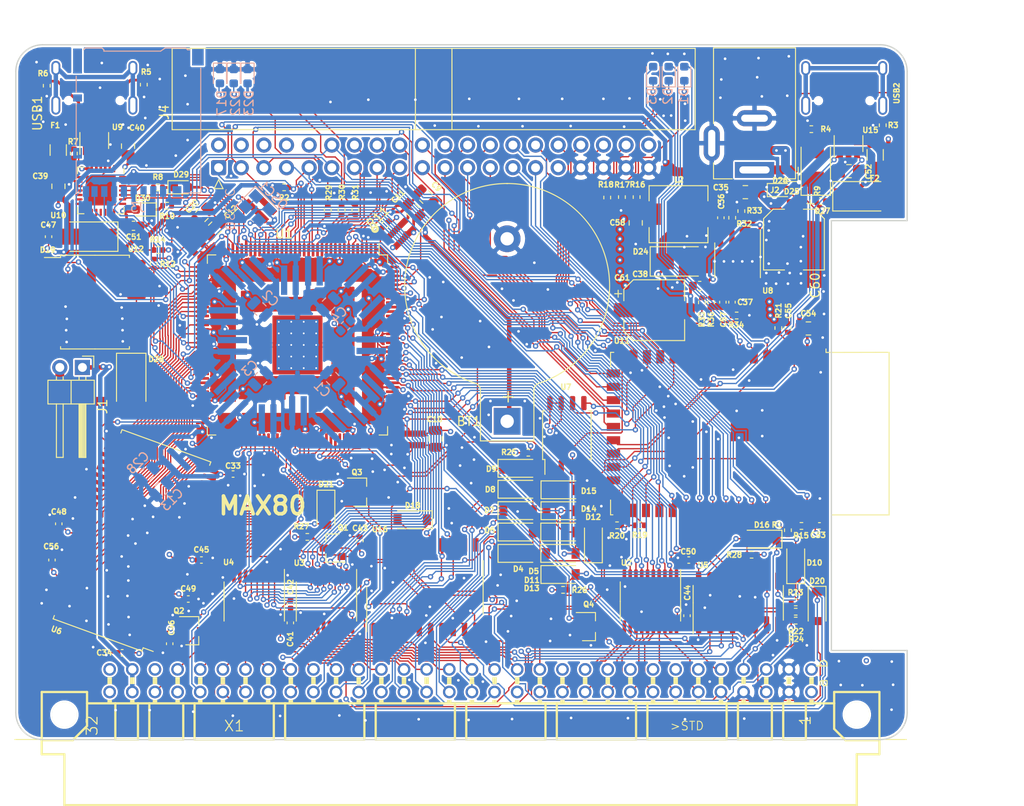
<source format=kicad_pcb>
(kicad_pcb (version 20171130) (host pcbnew 5.1.9-73d0e3b20d~88~ubuntu20.04.1)

  (general
    (thickness 1.6)
    (drawings 17)
    (tracks 4257)
    (zones 0)
    (modules 156)
    (nets 213)
  )

  (page A4)
  (title_block
    (title MAX80)
    (date 2021-01-31)
    (rev 0.01)
    (company "No name")
  )

  (layers
    (0 F.Cu signal)
    (1 In1.Cu signal)
    (2 In2.Cu signal)
    (31 B.Cu signal)
    (32 B.Adhes user)
    (33 F.Adhes user)
    (34 B.Paste user)
    (35 F.Paste user)
    (36 B.SilkS user)
    (37 F.SilkS user)
    (38 B.Mask user)
    (39 F.Mask user)
    (40 Dwgs.User user)
    (41 Cmts.User user)
    (42 Eco1.User user)
    (43 Eco2.User user)
    (44 Edge.Cuts user)
    (45 Margin user)
    (46 B.CrtYd user)
    (47 F.CrtYd user)
    (48 B.Fab user)
    (49 F.Fab user)
  )

  (setup
    (last_trace_width 0.15)
    (user_trace_width 0.3)
    (user_trace_width 0.5)
    (trace_clearance 0.15)
    (zone_clearance 0.2)
    (zone_45_only no)
    (trace_min 0.15)
    (via_size 0.6)
    (via_drill 0.3)
    (via_min_size 0.6)
    (via_min_drill 0.3)
    (uvia_size 0.3)
    (uvia_drill 0.1)
    (uvias_allowed no)
    (uvia_min_size 0.2)
    (uvia_min_drill 0.1)
    (edge_width 0.15)
    (segment_width 0.3)
    (pcb_text_width 0.3)
    (pcb_text_size 1.5 1.5)
    (mod_edge_width 0.15)
    (mod_text_size 1 1)
    (mod_text_width 0.15)
    (pad_size 2.6 1.6)
    (pad_drill 0)
    (pad_to_mask_clearance 0)
    (aux_axis_origin 0 0)
    (grid_origin 86.275 147.925)
    (visible_elements FFFFFF7F)
    (pcbplotparams
      (layerselection 0x010fc_ffffffff)
      (usegerberextensions false)
      (usegerberattributes true)
      (usegerberadvancedattributes true)
      (creategerberjobfile true)
      (excludeedgelayer true)
      (linewidth 0.100000)
      (plotframeref false)
      (viasonmask false)
      (mode 1)
      (useauxorigin false)
      (hpglpennumber 1)
      (hpglpenspeed 20)
      (hpglpendiameter 15.000000)
      (psnegative false)
      (psa4output false)
      (plotreference true)
      (plotvalue true)
      (plotinvisibletext false)
      (padsonsilk false)
      (subtractmaskfromsilk false)
      (outputformat 1)
      (mirror false)
      (drillshape 0)
      (scaleselection 1)
      (outputdirectory "abc80_gerber"))
  )

  (net 0 "")
  (net 1 VCC_ONE)
  (net 2 VCCA)
  (net 3 GND)
  (net 4 CLK0n)
  (net 5 +5V)
  (net 6 "Net-(R5-Pad2)")
  (net 7 "Net-(R6-Pad2)")
  (net 8 "Net-(R7-Pad1)")
  (net 9 "Net-(U10-Pad5)")
  (net 10 "Net-(U10-Pad4)")
  (net 11 "Net-(U9-Pad4)")
  (net 12 "Net-(U9-Pad6)")
  (net 13 "Net-(USB1-Pad13)")
  (net 14 "Net-(BT1-Pad1)")
  (net 15 /A4)
  (net 16 /A3)
  (net 17 /A2)
  (net 18 /A1)
  (net 19 /A0)
  (net 20 /IO0)
  (net 21 /IO3)
  (net 22 /IO4)
  (net 23 /IO5)
  (net 24 /IO6)
  (net 25 /IO7)
  (net 26 /A11)
  (net 27 /IO9)
  (net 28 /A8)
  (net 29 /A7)
  (net 30 /A6)
  (net 31 /A5)
  (net 32 /A9)
  (net 33 /A10)
  (net 34 /A12)
  (net 35 /IO8)
  (net 36 /IO10)
  (net 37 /IO11)
  (net 38 /IO12)
  (net 39 /IO13)
  (net 40 /IO14)
  (net 41 /IO15)
  (net 42 /abc80bus/D7)
  (net 43 /abc80bus/D6)
  (net 44 /abc80bus/D5)
  (net 45 /abc80bus/D4)
  (net 46 /abc80bus/D3)
  (net 47 /abc80bus/D2)
  (net 48 /abc80bus/D1)
  (net 49 /abc80bus/D0)
  (net 50 /abc80bus/A8)
  (net 51 /abc80bus/A9)
  (net 52 /abc80bus/A10)
  (net 53 /abc80bus/A11)
  (net 54 /abc80bus/A12)
  (net 55 /abc80bus/A13)
  (net 56 /abc80bus/A14)
  (net 57 /abc80bus/A15)
  (net 58 /abc80bus/A7)
  (net 59 /abc80bus/A6)
  (net 60 /abc80bus/A5)
  (net 61 /abc80bus/A4)
  (net 62 /abc80bus/A3)
  (net 63 /abc80bus/A2)
  (net 64 /abc80bus/A1)
  (net 65 /abc80bus/A0)
  (net 66 /IO1)
  (net 67 /IO2)
  (net 68 /32KHZ)
  (net 69 /RTC_INT)
  (net 70 /abc80bus/ABC5V)
  (net 71 /SD_DAT1)
  (net 72 /SD_DAT2)
  (net 73 /SD_DAT3)
  (net 74 /SD_CMD)
  (net 75 /SD_CLK)
  (net 76 /SD_DAT0)
  (net 77 FPGA_TDI)
  (net 78 FPGA_TMS)
  (net 79 FPGA_TDO)
  (net 80 FPGA_TCK)
  (net 81 ABC_CLK_5)
  (net 82 /FPGA_SCL)
  (net 83 /FPGA_SDA)
  (net 84 FPGA_SPI_MISO)
  (net 85 FPGA_SPI_MOSI)
  (net 86 FPGA_SPI_CLK)
  (net 87 FGPA_SPI_CS_ESP32)
  (net 88 INT_ESP32)
  (net 89 "Net-(C53-Pad1)")
  (net 90 "Net-(F2-Pad2)")
  (net 91 ESP32_TDO)
  (net 92 ESP32_TCK)
  (net 93 ESP32_TMS)
  (net 94 ESP32_IO0)
  (net 95 ESP32_RXD)
  (net 96 ESP32_TXD)
  (net 97 ESP32_EN)
  (net 98 "Net-(R3-Pad2)")
  (net 99 "Net-(R4-Pad2)")
  (net 100 /ESP32/USB_D-)
  (net 101 /ESP32/USB_D+)
  (net 102 ESP32_TDI)
  (net 103 "Net-(U15-Pad6)")
  (net 104 "Net-(U15-Pad4)")
  (net 105 "Net-(USB2-Pad13)")
  (net 106 "Net-(D1-Pad2)")
  (net 107 "Net-(D1-Pad1)")
  (net 108 "Net-(D2-Pad2)")
  (net 109 "Net-(D2-Pad1)")
  (net 110 "Net-(D3-Pad2)")
  (net 111 "Net-(D3-Pad1)")
  (net 112 ESP32_SCL)
  (net 113 ESP32_SDA)
  (net 114 ESP32_CS2)
  (net 115 ESP32_CS0)
  (net 116 ESP32_MISO)
  (net 117 ESP32_SCK)
  (net 118 ESP32_MOSI)
  (net 119 ESP32_CS1)
  (net 120 /FPGA_USB_TXD)
  (net 121 /FPGA_USB_RXD)
  (net 122 /abc80bus/~XMEMW80)
  (net 123 /abc80bus/~CS)
  (net 124 /abc80bus/~C4)
  (net 125 /abc80bus/~C3)
  (net 126 /abc80bus/~C2)
  (net 127 /abc80bus/~C1)
  (net 128 /abc80bus/~OUT)
  (net 129 /abc80bus/~XOUT)
  (net 130 /abc80bus/~RST)
  (net 131 ~IORD)
  (net 132 /abc80bus/~XMEMFL)
  (net 133 /abc80bus/~XIN)
  (net 134 /abc80bus/~INP)
  (net 135 /abc80bus/~STATUS)
  (net 136 "Net-(D18-Pad1)")
  (net 137 /abc80bus/~XINPSTB)
  (net 138 /abc80bus/~XOUTSTB)
  (net 139 /abc80bus/~XMEMW800)
  (net 140 ADSEL0)
  (net 141 ADSEL1)
  (net 142 "Net-(U3-Pad19)")
  (net 143 "Net-(U4-Pad19)")
  (net 144 /abc80bus/~INT)
  (net 145 ~MEMRD)
  (net 146 AD0)
  (net 147 AD1)
  (net 148 AD2)
  (net 149 AD3)
  (net 150 AD4)
  (net 151 AD5)
  (net 152 AD6)
  (net 153 AD7)
  (net 154 O1)
  (net 155 O2)
  (net 156 /abc80bus/~RESIN)
  (net 157 /abc80bus/~XM)
  (net 158 /abc80bus/Y0)
  (net 159 "Net-(D20-Pad1)")
  (net 160 "Net-(D21-Pad1)")
  (net 161 /FPGA_LED1)
  (net 162 /FPGA_LED2)
  (net 163 /FPGA_LED3)
  (net 164 "Net-(D17-Pad2)")
  (net 165 "Net-(D22-Pad2)")
  (net 166 "Net-(D23-Pad2)")
  (net 167 FPGA_GPIO3)
  (net 168 FPGA_GPIO2)
  (net 169 FPGA_GPIO1)
  (net 170 FPGA_GPIO0)
  (net 171 FPGA_GPIO5)
  (net 172 FPGA_GPIO4)
  (net 173 "Net-(C36-Pad1)")
  (net 174 "Net-(C37-Pad2)")
  (net 175 "Net-(C37-Pad1)")
  (net 176 "Net-(C38-Pad2)")
  (net 177 "Net-(R32-Pad2)")
  (net 178 "Net-(R35-Pad2)")
  (net 179 "Net-(C38-Pad1)")
  (net 180 /abc80bus/READY)
  (net 181 /abc80bus/~NMI)
  (net 182 ~FPGA_READY)
  (net 183 FPGA_NMI)
  (net 184 "Net-(D26-Pad2)")
  (net 185 FPGA_RESIN)
  (net 186 ABC_CLK_3)
  (net 187 /DQMH)
  (net 188 /CLK)
  (net 189 /CKE)
  (net 190 /BA1)
  (net 191 /BA0)
  (net 192 /DQML)
  (net 193 "Net-(D28-Pad2)")
  (net 194 "Net-(D25-Pad2)")
  (net 195 "Net-(F1-Pad2)")
  (net 196 /FPGA_USB_RTS)
  (net 197 /FPGA_USB_CTS)
  (net 198 /FPGA_USB_DTR)
  (net 199 FPGA_JTAGEN)
  (net 200 "Net-(C39-Pad1)")
  (net 201 "Net-(C52-Pad1)")
  (net 202 /WE#)
  (net 203 /CAS#)
  (net 204 /RAS#)
  (net 205 /CS#)
  (net 206 "Net-(D29-Pad1)")
  (net 207 "Net-(D30-Pad1)")
  (net 208 FLASH_CS#)
  (net 209 ~IOWR)
  (net 210 ~MEMWR)
  (net 211 "Net-(R11-Pad1)")
  (net 212 Y0#)

  (net_class Default "This is the default net class."
    (clearance 0.15)
    (trace_width 0.15)
    (via_dia 0.6)
    (via_drill 0.3)
    (uvia_dia 0.3)
    (uvia_drill 0.1)
    (add_net +5V)
    (add_net /32KHZ)
    (add_net /A0)
    (add_net /A1)
    (add_net /A10)
    (add_net /A11)
    (add_net /A12)
    (add_net /A2)
    (add_net /A3)
    (add_net /A4)
    (add_net /A5)
    (add_net /A6)
    (add_net /A7)
    (add_net /A8)
    (add_net /A9)
    (add_net /BA0)
    (add_net /BA1)
    (add_net /CAS#)
    (add_net /CKE)
    (add_net /CLK)
    (add_net /CS#)
    (add_net /DQMH)
    (add_net /DQML)
    (add_net /ESP32/USB_D+)
    (add_net /ESP32/USB_D-)
    (add_net /FPGA_LED1)
    (add_net /FPGA_LED2)
    (add_net /FPGA_LED3)
    (add_net /FPGA_SCL)
    (add_net /FPGA_SDA)
    (add_net /FPGA_USB_CTS)
    (add_net /FPGA_USB_DTR)
    (add_net /FPGA_USB_RTS)
    (add_net /FPGA_USB_RXD)
    (add_net /FPGA_USB_TXD)
    (add_net /IO0)
    (add_net /IO1)
    (add_net /IO10)
    (add_net /IO11)
    (add_net /IO12)
    (add_net /IO13)
    (add_net /IO14)
    (add_net /IO15)
    (add_net /IO2)
    (add_net /IO3)
    (add_net /IO4)
    (add_net /IO5)
    (add_net /IO6)
    (add_net /IO7)
    (add_net /IO8)
    (add_net /IO9)
    (add_net /RAS#)
    (add_net /RTC_INT)
    (add_net /SD_CLK)
    (add_net /SD_CMD)
    (add_net /SD_DAT0)
    (add_net /SD_DAT1)
    (add_net /SD_DAT2)
    (add_net /SD_DAT3)
    (add_net /WE#)
    (add_net /abc80bus/A0)
    (add_net /abc80bus/A1)
    (add_net /abc80bus/A10)
    (add_net /abc80bus/A11)
    (add_net /abc80bus/A12)
    (add_net /abc80bus/A13)
    (add_net /abc80bus/A14)
    (add_net /abc80bus/A15)
    (add_net /abc80bus/A2)
    (add_net /abc80bus/A3)
    (add_net /abc80bus/A4)
    (add_net /abc80bus/A5)
    (add_net /abc80bus/A6)
    (add_net /abc80bus/A7)
    (add_net /abc80bus/A8)
    (add_net /abc80bus/A9)
    (add_net /abc80bus/ABC5V)
    (add_net /abc80bus/D0)
    (add_net /abc80bus/D1)
    (add_net /abc80bus/D2)
    (add_net /abc80bus/D3)
    (add_net /abc80bus/D4)
    (add_net /abc80bus/D5)
    (add_net /abc80bus/D6)
    (add_net /abc80bus/D7)
    (add_net /abc80bus/READY)
    (add_net /abc80bus/Y0)
    (add_net /abc80bus/~C1)
    (add_net /abc80bus/~C2)
    (add_net /abc80bus/~C3)
    (add_net /abc80bus/~C4)
    (add_net /abc80bus/~CS)
    (add_net /abc80bus/~INP)
    (add_net /abc80bus/~INT)
    (add_net /abc80bus/~NMI)
    (add_net /abc80bus/~OUT)
    (add_net /abc80bus/~RESIN)
    (add_net /abc80bus/~RST)
    (add_net /abc80bus/~STATUS)
    (add_net /abc80bus/~XIN)
    (add_net /abc80bus/~XINPSTB)
    (add_net /abc80bus/~XM)
    (add_net /abc80bus/~XMEMFL)
    (add_net /abc80bus/~XMEMW80)
    (add_net /abc80bus/~XMEMW800)
    (add_net /abc80bus/~XOUT)
    (add_net /abc80bus/~XOUTSTB)
    (add_net ABC_CLK_3)
    (add_net ABC_CLK_5)
    (add_net AD0)
    (add_net AD1)
    (add_net AD2)
    (add_net AD3)
    (add_net AD4)
    (add_net AD5)
    (add_net AD6)
    (add_net AD7)
    (add_net ADSEL0)
    (add_net ADSEL1)
    (add_net CLK0n)
    (add_net ESP32_CS0)
    (add_net ESP32_CS1)
    (add_net ESP32_CS2)
    (add_net ESP32_EN)
    (add_net ESP32_IO0)
    (add_net ESP32_MISO)
    (add_net ESP32_MOSI)
    (add_net ESP32_RXD)
    (add_net ESP32_SCK)
    (add_net ESP32_SCL)
    (add_net ESP32_SDA)
    (add_net ESP32_TCK)
    (add_net ESP32_TDI)
    (add_net ESP32_TDO)
    (add_net ESP32_TMS)
    (add_net ESP32_TXD)
    (add_net FGPA_SPI_CS_ESP32)
    (add_net FLASH_CS#)
    (add_net FPGA_GPIO0)
    (add_net FPGA_GPIO1)
    (add_net FPGA_GPIO2)
    (add_net FPGA_GPIO3)
    (add_net FPGA_GPIO4)
    (add_net FPGA_GPIO5)
    (add_net FPGA_JTAGEN)
    (add_net FPGA_NMI)
    (add_net FPGA_RESIN)
    (add_net FPGA_SPI_CLK)
    (add_net FPGA_SPI_MISO)
    (add_net FPGA_SPI_MOSI)
    (add_net FPGA_TCK)
    (add_net FPGA_TDI)
    (add_net FPGA_TDO)
    (add_net FPGA_TMS)
    (add_net GND)
    (add_net INT_ESP32)
    (add_net "Net-(BT1-Pad1)")
    (add_net "Net-(C36-Pad1)")
    (add_net "Net-(C37-Pad1)")
    (add_net "Net-(C37-Pad2)")
    (add_net "Net-(C38-Pad1)")
    (add_net "Net-(C38-Pad2)")
    (add_net "Net-(C39-Pad1)")
    (add_net "Net-(C52-Pad1)")
    (add_net "Net-(C53-Pad1)")
    (add_net "Net-(D1-Pad1)")
    (add_net "Net-(D1-Pad2)")
    (add_net "Net-(D17-Pad2)")
    (add_net "Net-(D18-Pad1)")
    (add_net "Net-(D2-Pad1)")
    (add_net "Net-(D2-Pad2)")
    (add_net "Net-(D20-Pad1)")
    (add_net "Net-(D21-Pad1)")
    (add_net "Net-(D22-Pad2)")
    (add_net "Net-(D23-Pad2)")
    (add_net "Net-(D25-Pad2)")
    (add_net "Net-(D26-Pad2)")
    (add_net "Net-(D28-Pad2)")
    (add_net "Net-(D29-Pad1)")
    (add_net "Net-(D3-Pad1)")
    (add_net "Net-(D3-Pad2)")
    (add_net "Net-(D30-Pad1)")
    (add_net "Net-(F1-Pad2)")
    (add_net "Net-(F2-Pad2)")
    (add_net "Net-(R11-Pad1)")
    (add_net "Net-(R3-Pad2)")
    (add_net "Net-(R32-Pad2)")
    (add_net "Net-(R35-Pad2)")
    (add_net "Net-(R4-Pad2)")
    (add_net "Net-(R5-Pad2)")
    (add_net "Net-(R6-Pad2)")
    (add_net "Net-(R7-Pad1)")
    (add_net "Net-(U10-Pad4)")
    (add_net "Net-(U10-Pad5)")
    (add_net "Net-(U15-Pad4)")
    (add_net "Net-(U15-Pad6)")
    (add_net "Net-(U3-Pad19)")
    (add_net "Net-(U4-Pad19)")
    (add_net "Net-(U9-Pad4)")
    (add_net "Net-(U9-Pad6)")
    (add_net "Net-(USB1-Pad13)")
    (add_net "Net-(USB2-Pad13)")
    (add_net O1)
    (add_net O2)
    (add_net VCCA)
    (add_net VCC_ONE)
    (add_net Y0#)
    (add_net ~FPGA_READY)
    (add_net ~IORD)
    (add_net ~IOWR)
    (add_net ~MEMRD)
    (add_net ~MEMWR)
  )

  (module max80:SOIC-8_5.23x5.23mm_P1.27mm (layer F.Cu) (tedit 60341344) (tstamp 6034439B)
    (at 114.325 144.835 90)
    (descr "SOIC, 8 Pin (http://www.winbond.com/resource-files/w25q32jv%20revg%2003272018%20plus.pdf#page=68), generated with kicad-footprint-generator ipc_gullwing_generator.py")
    (tags "SOIC SO")
    (path /6035B91A)
    (attr smd)
    (fp_text reference U7 (at 5.42 -0.11 180) (layer F.SilkS)
      (effects (font (size 0.6 0.6) (thickness 0.15)))
    )
    (fp_text value W25Q128JVS (at 0 3.56 90) (layer F.Fab)
      (effects (font (size 1 1) (thickness 0.15)))
    )
    (fp_line (start 0 2.725) (end 2.725 2.725) (layer F.SilkS) (width 0.12))
    (fp_line (start 2.725 2.725) (end 2.725 2.465) (layer F.SilkS) (width 0.12))
    (fp_line (start 0 2.725) (end -2.725 2.725) (layer F.SilkS) (width 0.12))
    (fp_line (start -2.725 2.725) (end -2.725 2.465) (layer F.SilkS) (width 0.12))
    (fp_line (start 0 -2.725) (end 2.725 -2.725) (layer F.SilkS) (width 0.12))
    (fp_line (start 2.725 -2.725) (end 2.725 -2.465) (layer F.SilkS) (width 0.12))
    (fp_line (start 0 -2.725) (end -2.725 -2.725) (layer F.SilkS) (width 0.12))
    (fp_line (start -2.725 -2.725) (end -2.725 -2.465) (layer F.SilkS) (width 0.12))
    (fp_line (start -2.725 -2.465) (end -4.4 -2.465) (layer F.SilkS) (width 0.12))
    (fp_line (start -1.615 -2.615) (end 2.615 -2.615) (layer F.Fab) (width 0.1))
    (fp_line (start 2.615 -2.615) (end 2.615 2.615) (layer F.Fab) (width 0.1))
    (fp_line (start 2.615 2.615) (end -2.615 2.615) (layer F.Fab) (width 0.1))
    (fp_line (start -2.615 2.615) (end -2.615 -1.615) (layer F.Fab) (width 0.1))
    (fp_line (start -2.615 -1.615) (end -1.615 -2.615) (layer F.Fab) (width 0.1))
    (fp_line (start -4.65 -2.86) (end -4.65 2.86) (layer F.CrtYd) (width 0.05))
    (fp_line (start -4.65 2.86) (end 4.65 2.86) (layer F.CrtYd) (width 0.05))
    (fp_line (start 4.65 2.86) (end 4.65 -2.86) (layer F.CrtYd) (width 0.05))
    (fp_line (start 4.65 -2.86) (end -4.65 -2.86) (layer F.CrtYd) (width 0.05))
    (fp_text user %R (at 0 0 90) (layer F.Fab)
      (effects (font (size 1 1) (thickness 0.15)))
    )
    (pad 8 smd roundrect (at 3.6 -1.905 90) (size 1.6 0.6) (layers F.Cu F.Paste F.Mask) (roundrect_rratio 0.25)
      (net 1 VCC_ONE))
    (pad 7 smd roundrect (at 3.6 -0.635 90) (size 1.6 0.6) (layers F.Cu F.Paste F.Mask) (roundrect_rratio 0.25)
      (net 1 VCC_ONE))
    (pad 6 smd roundrect (at 3.6 0.635 90) (size 1.6 0.6) (layers F.Cu F.Paste F.Mask) (roundrect_rratio 0.25)
      (net 86 FPGA_SPI_CLK))
    (pad 5 smd roundrect (at 3.6 1.905 90) (size 1.6 0.6) (layers F.Cu F.Paste F.Mask) (roundrect_rratio 0.25)
      (net 85 FPGA_SPI_MOSI))
    (pad 4 smd roundrect (at -3.6 1.905 90) (size 1.6 0.6) (layers F.Cu F.Paste F.Mask) (roundrect_rratio 0.25)
      (net 3 GND))
    (pad 3 smd roundrect (at -3.6 0.635 90) (size 1.6 0.6) (layers F.Cu F.Paste F.Mask) (roundrect_rratio 0.25)
      (net 1 VCC_ONE))
    (pad 2 smd roundrect (at -3.6 -0.635 90) (size 1.6 0.6) (layers F.Cu F.Paste F.Mask) (roundrect_rratio 0.25)
      (net 84 FPGA_SPI_MISO))
    (pad 1 smd roundrect (at -3.6 -1.905 90) (size 1.6 0.6) (layers F.Cu F.Paste F.Mask) (roundrect_rratio 0.25)
      (net 208 FLASH_CS#))
    (model ${KISYS3DMOD}/Package_SO.3dshapes/SOIC-8_5.275x5.275mm_P1.27mm.wrl
      (at (xyz 0 0 0))
      (scale (xyz 1 1 1))
      (rotate (xyz 0 0 0))
    )
  )

  (module Diode_SMD:D_SOD-123 (layer F.Cu) (tedit 58645DC7) (tstamp 6019B141)
    (at 113.665 160.475)
    (descr SOD-123)
    (tags SOD-123)
    (path /6013B380/60CCF7F9)
    (attr smd)
    (fp_text reference D13 (at -3.29 1.54 180) (layer F.SilkS)
      (effects (font (size 0.6 0.6) (thickness 0.15)))
    )
    (fp_text value DSK14 (at 0 2.1) (layer F.Fab)
      (effects (font (size 1 1) (thickness 0.15)))
    )
    (fp_line (start -2.25 -1) (end 1.65 -1) (layer F.SilkS) (width 0.12))
    (fp_line (start -2.25 1) (end 1.65 1) (layer F.SilkS) (width 0.12))
    (fp_line (start -2.35 -1.15) (end -2.35 1.15) (layer F.CrtYd) (width 0.05))
    (fp_line (start 2.35 1.15) (end -2.35 1.15) (layer F.CrtYd) (width 0.05))
    (fp_line (start 2.35 -1.15) (end 2.35 1.15) (layer F.CrtYd) (width 0.05))
    (fp_line (start -2.35 -1.15) (end 2.35 -1.15) (layer F.CrtYd) (width 0.05))
    (fp_line (start -1.4 -0.9) (end 1.4 -0.9) (layer F.Fab) (width 0.1))
    (fp_line (start 1.4 -0.9) (end 1.4 0.9) (layer F.Fab) (width 0.1))
    (fp_line (start 1.4 0.9) (end -1.4 0.9) (layer F.Fab) (width 0.1))
    (fp_line (start -1.4 0.9) (end -1.4 -0.9) (layer F.Fab) (width 0.1))
    (fp_line (start -0.75 0) (end -0.35 0) (layer F.Fab) (width 0.1))
    (fp_line (start -0.35 0) (end -0.35 -0.55) (layer F.Fab) (width 0.1))
    (fp_line (start -0.35 0) (end -0.35 0.55) (layer F.Fab) (width 0.1))
    (fp_line (start -0.35 0) (end 0.25 -0.4) (layer F.Fab) (width 0.1))
    (fp_line (start 0.25 -0.4) (end 0.25 0.4) (layer F.Fab) (width 0.1))
    (fp_line (start 0.25 0.4) (end -0.35 0) (layer F.Fab) (width 0.1))
    (fp_line (start 0.25 0) (end 0.75 0) (layer F.Fab) (width 0.1))
    (fp_line (start -2.25 -1) (end -2.25 1) (layer F.SilkS) (width 0.12))
    (fp_text user %R (at 3.105 -0.003 90) (layer F.Fab)
      (effects (font (size 0.6 0.6) (thickness 0.15)))
    )
    (pad 2 smd rect (at 1.65 0) (size 0.9 1.2) (layers F.Cu F.Paste F.Mask)
      (net 131 ~IORD))
    (pad 1 smd rect (at -1.65 0) (size 0.9 1.2) (layers F.Cu F.Paste F.Mask)
      (net 133 /abc80bus/~XIN))
    (model ${KISYS3DMOD}/Diode_SMD.3dshapes/D_SOD-123.wrl
      (at (xyz 0 0 0))
      (scale (xyz 1 1 1))
      (rotate (xyz 0 0 0))
    )
  )

  (module Resistor_SMD:R_0402_1005Metric (layer F.Cu) (tedit 5F68FEEE) (tstamp 6034B24B)
    (at 93.955 121.205 45)
    (descr "Resistor SMD 0402 (1005 Metric), square (rectangular) end terminal, IPC_7351 nominal, (Body size source: IPC-SM-782 page 72, https://www.pcb-3d.com/wordpress/wp-content/uploads/ipc-sm-782a_amendment_1_and_2.pdf), generated with kicad-footprint-generator")
    (tags resistor)
    (path /604B03F3)
    (attr smd)
    (fp_text reference R11 (at 0 -1.17 45) (layer F.SilkS)
      (effects (font (size 1 1) (thickness 0.15)))
    )
    (fp_text value 10k (at 0 1.17 45) (layer F.Fab)
      (effects (font (size 1 1) (thickness 0.15)))
    )
    (fp_line (start -0.525 0.27) (end -0.525 -0.27) (layer F.Fab) (width 0.1))
    (fp_line (start -0.525 -0.27) (end 0.525 -0.27) (layer F.Fab) (width 0.1))
    (fp_line (start 0.525 -0.27) (end 0.525 0.27) (layer F.Fab) (width 0.1))
    (fp_line (start 0.525 0.27) (end -0.525 0.27) (layer F.Fab) (width 0.1))
    (fp_line (start -0.153641 -0.38) (end 0.153641 -0.38) (layer F.SilkS) (width 0.12))
    (fp_line (start -0.153641 0.38) (end 0.153641 0.38) (layer F.SilkS) (width 0.12))
    (fp_line (start -0.93 0.47) (end -0.93 -0.47) (layer F.CrtYd) (width 0.05))
    (fp_line (start -0.93 -0.47) (end 0.93 -0.47) (layer F.CrtYd) (width 0.05))
    (fp_line (start 0.93 -0.47) (end 0.93 0.47) (layer F.CrtYd) (width 0.05))
    (fp_line (start 0.93 0.47) (end -0.93 0.47) (layer F.CrtYd) (width 0.05))
    (fp_text user %R (at 0 0 45) (layer F.Fab)
      (effects (font (size 0.26 0.26) (thickness 0.04)))
    )
    (pad 2 smd roundrect (at 0.51 0 45) (size 0.54 0.64) (layers F.Cu F.Paste F.Mask) (roundrect_rratio 0.25)
      (net 1 VCC_ONE))
    (pad 1 smd roundrect (at -0.51 0 45) (size 0.54 0.64) (layers F.Cu F.Paste F.Mask) (roundrect_rratio 0.25)
      (net 211 "Net-(R11-Pad1)"))
    (model ${KISYS3DMOD}/Resistor_SMD.3dshapes/R_0402_1005Metric.wrl
      (at (xyz 0 0 0))
      (scale (xyz 1 1 1))
      (rotate (xyz 0 0 0))
    )
  )

  (module Resistor_SMD:R_0402_1005Metric (layer F.Cu) (tedit 5F68FEEE) (tstamp 6033FBEF)
    (at 69.475 119.075 180)
    (descr "Resistor SMD 0402 (1005 Metric), square (rectangular) end terminal, IPC_7351 nominal, (Body size source: IPC-SM-782 page 72, https://www.pcb-3d.com/wordpress/wp-content/uploads/ipc-sm-782a_amendment_1_and_2.pdf), generated with kicad-footprint-generator")
    (tags resistor)
    (path /60427964)
    (attr smd)
    (fp_text reference R10 (at 0 -1.17) (layer F.SilkS)
      (effects (font (size 0.6 0.6) (thickness 0.15)))
    )
    (fp_text value 1k (at 0 1.17) (layer F.Fab)
      (effects (font (size 1 1) (thickness 0.15)))
    )
    (fp_line (start -0.525 0.27) (end -0.525 -0.27) (layer F.Fab) (width 0.1))
    (fp_line (start -0.525 -0.27) (end 0.525 -0.27) (layer F.Fab) (width 0.1))
    (fp_line (start 0.525 -0.27) (end 0.525 0.27) (layer F.Fab) (width 0.1))
    (fp_line (start 0.525 0.27) (end -0.525 0.27) (layer F.Fab) (width 0.1))
    (fp_line (start -0.153641 -0.38) (end 0.153641 -0.38) (layer F.SilkS) (width 0.12))
    (fp_line (start -0.153641 0.38) (end 0.153641 0.38) (layer F.SilkS) (width 0.12))
    (fp_line (start -0.93 0.47) (end -0.93 -0.47) (layer F.CrtYd) (width 0.05))
    (fp_line (start -0.93 -0.47) (end 0.93 -0.47) (layer F.CrtYd) (width 0.05))
    (fp_line (start 0.93 -0.47) (end 0.93 0.47) (layer F.CrtYd) (width 0.05))
    (fp_line (start 0.93 0.47) (end -0.93 0.47) (layer F.CrtYd) (width 0.05))
    (fp_text user %R (at 0 0) (layer F.Fab)
      (effects (font (size 0.26 0.26) (thickness 0.04)))
    )
    (pad 2 smd roundrect (at 0.51 0 180) (size 0.54 0.64) (layers F.Cu F.Paste F.Mask) (roundrect_rratio 0.25)
      (net 207 "Net-(D30-Pad1)"))
    (pad 1 smd roundrect (at -0.51 0 180) (size 0.54 0.64) (layers F.Cu F.Paste F.Mask) (roundrect_rratio 0.25)
      (net 197 /FPGA_USB_CTS))
    (model ${KISYS3DMOD}/Resistor_SMD.3dshapes/R_0402_1005Metric.wrl
      (at (xyz 0 0 0))
      (scale (xyz 1 1 1))
      (rotate (xyz 0 0 0))
    )
  )

  (module Resistor_SMD:R_0402_1005Metric (layer F.Cu) (tedit 5F68FEEE) (tstamp 6033FBBE)
    (at 68.44 117.025)
    (descr "Resistor SMD 0402 (1005 Metric), square (rectangular) end terminal, IPC_7351 nominal, (Body size source: IPC-SM-782 page 72, https://www.pcb-3d.com/wordpress/wp-content/uploads/ipc-sm-782a_amendment_1_and_2.pdf), generated with kicad-footprint-generator")
    (tags resistor)
    (path /6042C0DA)
    (attr smd)
    (fp_text reference R8 (at 0 -1.17) (layer F.SilkS)
      (effects (font (size 0.6 0.6) (thickness 0.15)))
    )
    (fp_text value 1k (at 0 1.17) (layer F.Fab)
      (effects (font (size 1 1) (thickness 0.15)))
    )
    (fp_line (start -0.525 0.27) (end -0.525 -0.27) (layer F.Fab) (width 0.1))
    (fp_line (start -0.525 -0.27) (end 0.525 -0.27) (layer F.Fab) (width 0.1))
    (fp_line (start 0.525 -0.27) (end 0.525 0.27) (layer F.Fab) (width 0.1))
    (fp_line (start 0.525 0.27) (end -0.525 0.27) (layer F.Fab) (width 0.1))
    (fp_line (start -0.153641 -0.38) (end 0.153641 -0.38) (layer F.SilkS) (width 0.12))
    (fp_line (start -0.153641 0.38) (end 0.153641 0.38) (layer F.SilkS) (width 0.12))
    (fp_line (start -0.93 0.47) (end -0.93 -0.47) (layer F.CrtYd) (width 0.05))
    (fp_line (start -0.93 -0.47) (end 0.93 -0.47) (layer F.CrtYd) (width 0.05))
    (fp_line (start 0.93 -0.47) (end 0.93 0.47) (layer F.CrtYd) (width 0.05))
    (fp_line (start 0.93 0.47) (end -0.93 0.47) (layer F.CrtYd) (width 0.05))
    (fp_text user %R (at 0 0) (layer F.Fab)
      (effects (font (size 0.26 0.26) (thickness 0.04)))
    )
    (pad 2 smd roundrect (at 0.51 0) (size 0.54 0.64) (layers F.Cu F.Paste F.Mask) (roundrect_rratio 0.25)
      (net 206 "Net-(D29-Pad1)"))
    (pad 1 smd roundrect (at -0.51 0) (size 0.54 0.64) (layers F.Cu F.Paste F.Mask) (roundrect_rratio 0.25)
      (net 196 /FPGA_USB_RTS))
    (model ${KISYS3DMOD}/Resistor_SMD.3dshapes/R_0402_1005Metric.wrl
      (at (xyz 0 0 0))
      (scale (xyz 1 1 1))
      (rotate (xyz 0 0 0))
    )
  )

  (module LED_SMD:LED_0603_1608Metric (layer F.Cu) (tedit 5F68FEF1) (tstamp 6033F6D1)
    (at 66.775 119.5 180)
    (descr "LED SMD 0603 (1608 Metric), square (rectangular) end terminal, IPC_7351 nominal, (Body size source: http://www.tortai-tech.com/upload/download/2011102023233369053.pdf), generated with kicad-footprint-generator")
    (tags LED)
    (path /604220EF)
    (attr smd)
    (fp_text reference D30 (at 0.04 1.285) (layer F.SilkS)
      (effects (font (size 0.6 0.6) (thickness 0.15)))
    )
    (fp_text value LED-Y (at 0 1.43) (layer F.Fab)
      (effects (font (size 1 1) (thickness 0.15)))
    )
    (fp_line (start 0.8 -0.4) (end -0.5 -0.4) (layer F.Fab) (width 0.1))
    (fp_line (start -0.5 -0.4) (end -0.8 -0.1) (layer F.Fab) (width 0.1))
    (fp_line (start -0.8 -0.1) (end -0.8 0.4) (layer F.Fab) (width 0.1))
    (fp_line (start -0.8 0.4) (end 0.8 0.4) (layer F.Fab) (width 0.1))
    (fp_line (start 0.8 0.4) (end 0.8 -0.4) (layer F.Fab) (width 0.1))
    (fp_line (start 0.8 -0.735) (end -1.485 -0.735) (layer F.SilkS) (width 0.12))
    (fp_line (start -1.485 -0.735) (end -1.485 0.735) (layer F.SilkS) (width 0.12))
    (fp_line (start -1.485 0.735) (end 0.8 0.735) (layer F.SilkS) (width 0.12))
    (fp_line (start -1.48 0.73) (end -1.48 -0.73) (layer F.CrtYd) (width 0.05))
    (fp_line (start -1.48 -0.73) (end 1.48 -0.73) (layer F.CrtYd) (width 0.05))
    (fp_line (start 1.48 -0.73) (end 1.48 0.73) (layer F.CrtYd) (width 0.05))
    (fp_line (start 1.48 0.73) (end -1.48 0.73) (layer F.CrtYd) (width 0.05))
    (fp_text user %R (at 0 0) (layer F.Fab)
      (effects (font (size 0.4 0.4) (thickness 0.06)))
    )
    (pad 2 smd roundrect (at 0.7875 0 180) (size 0.875 0.95) (layers F.Cu F.Paste F.Mask) (roundrect_rratio 0.25)
      (net 1 VCC_ONE))
    (pad 1 smd roundrect (at -0.7875 0 180) (size 0.875 0.95) (layers F.Cu F.Paste F.Mask) (roundrect_rratio 0.25)
      (net 207 "Net-(D30-Pad1)"))
    (model ${KISYS3DMOD}/LED_SMD.3dshapes/LED_0603_1608Metric.wrl
      (at (xyz 0 0 0))
      (scale (xyz 1 1 1))
      (rotate (xyz 0 0 0))
    )
  )

  (module LED_SMD:LED_0603_1608Metric (layer F.Cu) (tedit 5F68FEF1) (tstamp 6033F6BE)
    (at 71.05 117)
    (descr "LED SMD 0603 (1608 Metric), square (rectangular) end terminal, IPC_7351 nominal, (Body size source: http://www.tortai-tech.com/upload/download/2011102023233369053.pdf), generated with kicad-footprint-generator")
    (tags LED)
    (path /6041A94C)
    (attr smd)
    (fp_text reference D29 (at 0 -1.43) (layer F.SilkS)
      (effects (font (size 0.6 0.6) (thickness 0.15)))
    )
    (fp_text value LED-Y (at 0 1.43) (layer F.Fab)
      (effects (font (size 1 1) (thickness 0.15)))
    )
    (fp_line (start 0.8 -0.4) (end -0.5 -0.4) (layer F.Fab) (width 0.1))
    (fp_line (start -0.5 -0.4) (end -0.8 -0.1) (layer F.Fab) (width 0.1))
    (fp_line (start -0.8 -0.1) (end -0.8 0.4) (layer F.Fab) (width 0.1))
    (fp_line (start -0.8 0.4) (end 0.8 0.4) (layer F.Fab) (width 0.1))
    (fp_line (start 0.8 0.4) (end 0.8 -0.4) (layer F.Fab) (width 0.1))
    (fp_line (start 0.8 -0.735) (end -1.485 -0.735) (layer F.SilkS) (width 0.12))
    (fp_line (start -1.485 -0.735) (end -1.485 0.735) (layer F.SilkS) (width 0.12))
    (fp_line (start -1.485 0.735) (end 0.8 0.735) (layer F.SilkS) (width 0.12))
    (fp_line (start -1.48 0.73) (end -1.48 -0.73) (layer F.CrtYd) (width 0.05))
    (fp_line (start -1.48 -0.73) (end 1.48 -0.73) (layer F.CrtYd) (width 0.05))
    (fp_line (start 1.48 -0.73) (end 1.48 0.73) (layer F.CrtYd) (width 0.05))
    (fp_line (start 1.48 0.73) (end -1.48 0.73) (layer F.CrtYd) (width 0.05))
    (fp_text user %R (at 0 0) (layer F.Fab)
      (effects (font (size 0.4 0.4) (thickness 0.06)))
    )
    (pad 2 smd roundrect (at 0.7875 0) (size 0.875 0.95) (layers F.Cu F.Paste F.Mask) (roundrect_rratio 0.25)
      (net 1 VCC_ONE))
    (pad 1 smd roundrect (at -0.7875 0) (size 0.875 0.95) (layers F.Cu F.Paste F.Mask) (roundrect_rratio 0.25)
      (net 206 "Net-(D29-Pad1)"))
    (model ${KISYS3DMOD}/LED_SMD.3dshapes/LED_0603_1608Metric.wrl
      (at (xyz 0 0 0))
      (scale (xyz 1 1 1))
      (rotate (xyz 0 0 0))
    )
  )

  (module Resistor_SMD:R_0402_1005Metric (layer F.Cu) (tedit 5F68FEEE) (tstamp 60337B92)
    (at 139.125 155.5 90)
    (descr "Resistor SMD 0402 (1005 Metric), square (rectangular) end terminal, IPC_7351 nominal, (Body size source: IPC-SM-782 page 72, https://www.pcb-3d.com/wordpress/wp-content/uploads/ipc-sm-782a_amendment_1_and_2.pdf), generated with kicad-footprint-generator")
    (tags resistor)
    (path /602159BB/60379925)
    (attr smd)
    (fp_text reference R1 (at 0.6 -1.225 180) (layer F.SilkS)
      (effects (font (size 0.6 0.6) (thickness 0.15)))
    )
    (fp_text value 10k (at 0 1.17 90) (layer F.Fab)
      (effects (font (size 1 1) (thickness 0.15)))
    )
    (fp_line (start 0.93 0.47) (end -0.93 0.47) (layer F.CrtYd) (width 0.05))
    (fp_line (start 0.93 -0.47) (end 0.93 0.47) (layer F.CrtYd) (width 0.05))
    (fp_line (start -0.93 -0.47) (end 0.93 -0.47) (layer F.CrtYd) (width 0.05))
    (fp_line (start -0.93 0.47) (end -0.93 -0.47) (layer F.CrtYd) (width 0.05))
    (fp_line (start -0.153641 0.38) (end 0.153641 0.38) (layer F.SilkS) (width 0.12))
    (fp_line (start -0.153641 -0.38) (end 0.153641 -0.38) (layer F.SilkS) (width 0.12))
    (fp_line (start 0.525 0.27) (end -0.525 0.27) (layer F.Fab) (width 0.1))
    (fp_line (start 0.525 -0.27) (end 0.525 0.27) (layer F.Fab) (width 0.1))
    (fp_line (start -0.525 -0.27) (end 0.525 -0.27) (layer F.Fab) (width 0.1))
    (fp_line (start -0.525 0.27) (end -0.525 -0.27) (layer F.Fab) (width 0.1))
    (fp_text user %R (at 0 0 90) (layer F.Fab)
      (effects (font (size 0.26 0.26) (thickness 0.04)))
    )
    (pad 2 smd roundrect (at 0.51 0 90) (size 0.54 0.64) (layers F.Cu F.Paste F.Mask) (roundrect_rratio 0.25)
      (net 89 "Net-(C53-Pad1)"))
    (pad 1 smd roundrect (at -0.51 0 90) (size 0.54 0.64) (layers F.Cu F.Paste F.Mask) (roundrect_rratio 0.25)
      (net 1 VCC_ONE))
    (model ${KISYS3DMOD}/Resistor_SMD.3dshapes/R_0402_1005Metric.wrl
      (at (xyz 0 0 0))
      (scale (xyz 1 1 1))
      (rotate (xyz 0 0 0))
    )
  )

  (module Diode_SMD:D_SMA (layer F.Cu) (tedit 586432E5) (tstamp 6032CF27)
    (at 65.447 139.035 270)
    (descr "Diode SMA (DO-214AC)")
    (tags "Diode SMA (DO-214AC)")
    (path /6013B380/603612AB)
    (attr smd)
    (fp_text reference D28 (at -2.735 -2.803 180) (layer F.SilkS)
      (effects (font (size 0.6 0.6) (thickness 0.15)))
    )
    (fp_text value MBRA340T (at 0 2.6 90) (layer F.Fab)
      (effects (font (size 1 1) (thickness 0.15)))
    )
    (fp_line (start -3.4 -1.65) (end -3.4 1.65) (layer F.SilkS) (width 0.12))
    (fp_line (start 2.3 1.5) (end -2.3 1.5) (layer F.Fab) (width 0.1))
    (fp_line (start -2.3 1.5) (end -2.3 -1.5) (layer F.Fab) (width 0.1))
    (fp_line (start 2.3 -1.5) (end 2.3 1.5) (layer F.Fab) (width 0.1))
    (fp_line (start 2.3 -1.5) (end -2.3 -1.5) (layer F.Fab) (width 0.1))
    (fp_line (start -3.5 -1.75) (end 3.5 -1.75) (layer F.CrtYd) (width 0.05))
    (fp_line (start 3.5 -1.75) (end 3.5 1.75) (layer F.CrtYd) (width 0.05))
    (fp_line (start 3.5 1.75) (end -3.5 1.75) (layer F.CrtYd) (width 0.05))
    (fp_line (start -3.5 1.75) (end -3.5 -1.75) (layer F.CrtYd) (width 0.05))
    (fp_line (start -0.64944 0.00102) (end -1.55114 0.00102) (layer F.Fab) (width 0.1))
    (fp_line (start 0.50118 0.00102) (end 1.4994 0.00102) (layer F.Fab) (width 0.1))
    (fp_line (start -0.64944 -0.79908) (end -0.64944 0.80112) (layer F.Fab) (width 0.1))
    (fp_line (start 0.50118 0.75032) (end 0.50118 -0.79908) (layer F.Fab) (width 0.1))
    (fp_line (start -0.64944 0.00102) (end 0.50118 0.75032) (layer F.Fab) (width 0.1))
    (fp_line (start -0.64944 0.00102) (end 0.50118 -0.79908) (layer F.Fab) (width 0.1))
    (fp_line (start -3.4 1.65) (end 2 1.65) (layer F.SilkS) (width 0.12))
    (fp_line (start -3.4 -1.65) (end 2 -1.65) (layer F.SilkS) (width 0.12))
    (fp_text user %R (at 0 -2.5 90) (layer F.Fab)
      (effects (font (size 1 1) (thickness 0.15)))
    )
    (pad 2 smd rect (at 2 0 270) (size 2.5 1.8) (layers F.Cu F.Paste F.Mask)
      (net 193 "Net-(D28-Pad2)"))
    (pad 1 smd rect (at -2 0 270) (size 2.5 1.8) (layers F.Cu F.Paste F.Mask)
      (net 5 +5V))
    (model ${KISYS3DMOD}/Diode_SMD.3dshapes/D_SMA.wrl
      (at (xyz 0 0 0))
      (scale (xyz 1 1 1))
      (rotate (xyz 0 0 0))
    )
  )

  (module Capacitor_SMD:C_0402_1005Metric (layer F.Cu) (tedit 5F68FEEE) (tstamp 6039D96A)
    (at 56.557 158.847 90)
    (descr "Capacitor SMD 0402 (1005 Metric), square (rectangular) end terminal, IPC_7351 nominal, (Body size source: IPC-SM-782 page 76, https://www.pcb-3d.com/wordpress/wp-content/uploads/ipc-sm-782a_amendment_1_and_2.pdf), generated with kicad-footprint-generator")
    (tags capacitor)
    (path /6091A70C)
    (attr smd)
    (fp_text reference C56 (at 1.522 -0.082 180) (layer F.SilkS)
      (effects (font (size 0.6 0.6) (thickness 0.15)))
    )
    (fp_text value 100nF (at 0 1.16 90) (layer F.Fab)
      (effects (font (size 1 1) (thickness 0.15)))
    )
    (fp_line (start -0.5 0.25) (end -0.5 -0.25) (layer F.Fab) (width 0.1))
    (fp_line (start -0.5 -0.25) (end 0.5 -0.25) (layer F.Fab) (width 0.1))
    (fp_line (start 0.5 -0.25) (end 0.5 0.25) (layer F.Fab) (width 0.1))
    (fp_line (start 0.5 0.25) (end -0.5 0.25) (layer F.Fab) (width 0.1))
    (fp_line (start -0.107836 -0.36) (end 0.107836 -0.36) (layer F.SilkS) (width 0.12))
    (fp_line (start -0.107836 0.36) (end 0.107836 0.36) (layer F.SilkS) (width 0.12))
    (fp_line (start -0.91 0.46) (end -0.91 -0.46) (layer F.CrtYd) (width 0.05))
    (fp_line (start -0.91 -0.46) (end 0.91 -0.46) (layer F.CrtYd) (width 0.05))
    (fp_line (start 0.91 -0.46) (end 0.91 0.46) (layer F.CrtYd) (width 0.05))
    (fp_line (start 0.91 0.46) (end -0.91 0.46) (layer F.CrtYd) (width 0.05))
    (fp_text user %R (at 0 0 90) (layer F.Fab)
      (effects (font (size 0.25 0.25) (thickness 0.04)))
    )
    (pad 2 smd roundrect (at 0.48 0 90) (size 0.56 0.62) (layers F.Cu F.Paste F.Mask) (roundrect_rratio 0.25)
      (net 3 GND))
    (pad 1 smd roundrect (at -0.48 0 90) (size 0.56 0.62) (layers F.Cu F.Paste F.Mask) (roundrect_rratio 0.25)
      (net 1 VCC_ONE))
    (model ${KISYS3DMOD}/Capacitor_SMD.3dshapes/C_0402_1005Metric.wrl
      (at (xyz 0 0 0))
      (scale (xyz 1 1 1))
      (rotate (xyz 0 0 0))
    )
  )

  (module Capacitor_SMD:C_0402_1005Metric (layer F.Cu) (tedit 5F68FEEE) (tstamp 603AB1B9)
    (at 69.765 168.245 270)
    (descr "Capacitor SMD 0402 (1005 Metric), square (rectangular) end terminal, IPC_7351 nominal, (Body size source: IPC-SM-782 page 76, https://www.pcb-3d.com/wordpress/wp-content/uploads/ipc-sm-782a_amendment_1_and_2.pdf), generated with kicad-footprint-generator")
    (tags capacitor)
    (path /60932F0E)
    (attr smd)
    (fp_text reference C46 (at -1.795 -0.21 270) (layer F.SilkS)
      (effects (font (size 0.6 0.6) (thickness 0.15)))
    )
    (fp_text value 100nF (at 0 1.16 90) (layer F.Fab)
      (effects (font (size 1 1) (thickness 0.15)))
    )
    (fp_line (start -0.5 0.25) (end -0.5 -0.25) (layer F.Fab) (width 0.1))
    (fp_line (start -0.5 -0.25) (end 0.5 -0.25) (layer F.Fab) (width 0.1))
    (fp_line (start 0.5 -0.25) (end 0.5 0.25) (layer F.Fab) (width 0.1))
    (fp_line (start 0.5 0.25) (end -0.5 0.25) (layer F.Fab) (width 0.1))
    (fp_line (start -0.107836 -0.36) (end 0.107836 -0.36) (layer F.SilkS) (width 0.12))
    (fp_line (start -0.107836 0.36) (end 0.107836 0.36) (layer F.SilkS) (width 0.12))
    (fp_line (start -0.91 0.46) (end -0.91 -0.46) (layer F.CrtYd) (width 0.05))
    (fp_line (start -0.91 -0.46) (end 0.91 -0.46) (layer F.CrtYd) (width 0.05))
    (fp_line (start 0.91 -0.46) (end 0.91 0.46) (layer F.CrtYd) (width 0.05))
    (fp_line (start 0.91 0.46) (end -0.91 0.46) (layer F.CrtYd) (width 0.05))
    (fp_text user %R (at 0 0 90) (layer F.Fab)
      (effects (font (size 0.25 0.25) (thickness 0.04)))
    )
    (pad 2 smd roundrect (at 0.48 0 270) (size 0.56 0.62) (layers F.Cu F.Paste F.Mask) (roundrect_rratio 0.25)
      (net 3 GND))
    (pad 1 smd roundrect (at -0.48 0 270) (size 0.56 0.62) (layers F.Cu F.Paste F.Mask) (roundrect_rratio 0.25)
      (net 1 VCC_ONE))
    (model ${KISYS3DMOD}/Capacitor_SMD.3dshapes/C_0402_1005Metric.wrl
      (at (xyz 0 0 0))
      (scale (xyz 1 1 1))
      (rotate (xyz 0 0 0))
    )
  )

  (module Capacitor_SMD:C_0402_1005Metric (layer F.Cu) (tedit 5F68FEEE) (tstamp 603AB1A8)
    (at 73.321 158.847)
    (descr "Capacitor SMD 0402 (1005 Metric), square (rectangular) end terminal, IPC_7351 nominal, (Body size source: IPC-SM-782 page 76, https://www.pcb-3d.com/wordpress/wp-content/uploads/ipc-sm-782a_amendment_1_and_2.pdf), generated with kicad-footprint-generator")
    (tags capacitor)
    (path /6094CE83)
    (attr smd)
    (fp_text reference C45 (at 0 -1.16) (layer F.SilkS)
      (effects (font (size 0.6 0.6) (thickness 0.15)))
    )
    (fp_text value 100nF (at 0 1.16) (layer F.Fab)
      (effects (font (size 1 1) (thickness 0.15)))
    )
    (fp_line (start -0.5 0.25) (end -0.5 -0.25) (layer F.Fab) (width 0.1))
    (fp_line (start -0.5 -0.25) (end 0.5 -0.25) (layer F.Fab) (width 0.1))
    (fp_line (start 0.5 -0.25) (end 0.5 0.25) (layer F.Fab) (width 0.1))
    (fp_line (start 0.5 0.25) (end -0.5 0.25) (layer F.Fab) (width 0.1))
    (fp_line (start -0.107836 -0.36) (end 0.107836 -0.36) (layer F.SilkS) (width 0.12))
    (fp_line (start -0.107836 0.36) (end 0.107836 0.36) (layer F.SilkS) (width 0.12))
    (fp_line (start -0.91 0.46) (end -0.91 -0.46) (layer F.CrtYd) (width 0.05))
    (fp_line (start -0.91 -0.46) (end 0.91 -0.46) (layer F.CrtYd) (width 0.05))
    (fp_line (start 0.91 -0.46) (end 0.91 0.46) (layer F.CrtYd) (width 0.05))
    (fp_line (start 0.91 0.46) (end -0.91 0.46) (layer F.CrtYd) (width 0.05))
    (fp_text user %R (at 0 0) (layer F.Fab)
      (effects (font (size 0.25 0.25) (thickness 0.04)))
    )
    (pad 2 smd roundrect (at 0.48 0) (size 0.56 0.62) (layers F.Cu F.Paste F.Mask) (roundrect_rratio 0.25)
      (net 3 GND))
    (pad 1 smd roundrect (at -0.48 0) (size 0.56 0.62) (layers F.Cu F.Paste F.Mask) (roundrect_rratio 0.25)
      (net 1 VCC_ONE))
    (model ${KISYS3DMOD}/Capacitor_SMD.3dshapes/C_0402_1005Metric.wrl
      (at (xyz 0 0 0))
      (scale (xyz 1 1 1))
      (rotate (xyz 0 0 0))
    )
  )

  (module Capacitor_SMD:C_0402_1005Metric (layer F.Cu) (tedit 5F68FEEE) (tstamp 603AC9A5)
    (at 64.431 169.261 180)
    (descr "Capacitor SMD 0402 (1005 Metric), square (rectangular) end terminal, IPC_7351 nominal, (Body size source: IPC-SM-782 page 76, https://www.pcb-3d.com/wordpress/wp-content/uploads/ipc-sm-782a_amendment_1_and_2.pdf), generated with kicad-footprint-generator")
    (tags capacitor)
    (path /6097D4FE)
    (attr smd)
    (fp_text reference C34 (at 2.006 0) (layer F.SilkS)
      (effects (font (size 0.6 0.6) (thickness 0.15)))
    )
    (fp_text value 100nF (at 0 1.16) (layer F.Fab)
      (effects (font (size 1 1) (thickness 0.15)))
    )
    (fp_line (start -0.5 0.25) (end -0.5 -0.25) (layer F.Fab) (width 0.1))
    (fp_line (start -0.5 -0.25) (end 0.5 -0.25) (layer F.Fab) (width 0.1))
    (fp_line (start 0.5 -0.25) (end 0.5 0.25) (layer F.Fab) (width 0.1))
    (fp_line (start 0.5 0.25) (end -0.5 0.25) (layer F.Fab) (width 0.1))
    (fp_line (start -0.107836 -0.36) (end 0.107836 -0.36) (layer F.SilkS) (width 0.12))
    (fp_line (start -0.107836 0.36) (end 0.107836 0.36) (layer F.SilkS) (width 0.12))
    (fp_line (start -0.91 0.46) (end -0.91 -0.46) (layer F.CrtYd) (width 0.05))
    (fp_line (start -0.91 -0.46) (end 0.91 -0.46) (layer F.CrtYd) (width 0.05))
    (fp_line (start 0.91 -0.46) (end 0.91 0.46) (layer F.CrtYd) (width 0.05))
    (fp_line (start 0.91 0.46) (end -0.91 0.46) (layer F.CrtYd) (width 0.05))
    (fp_text user %R (at 0 0) (layer F.Fab)
      (effects (font (size 0.25 0.25) (thickness 0.04)))
    )
    (pad 2 smd roundrect (at 0.48 0 180) (size 0.56 0.62) (layers F.Cu F.Paste F.Mask) (roundrect_rratio 0.25)
      (net 3 GND))
    (pad 1 smd roundrect (at -0.48 0 180) (size 0.56 0.62) (layers F.Cu F.Paste F.Mask) (roundrect_rratio 0.25)
      (net 1 VCC_ONE))
    (model ${KISYS3DMOD}/Capacitor_SMD.3dshapes/C_0402_1005Metric.wrl
      (at (xyz 0 0 0))
      (scale (xyz 1 1 1))
      (rotate (xyz 0 0 0))
    )
  )

  (module Capacitor_SMD:C_0402_1005Metric (layer F.Cu) (tedit 5F68FEEE) (tstamp 603AB046)
    (at 76.877 149.195)
    (descr "Capacitor SMD 0402 (1005 Metric), square (rectangular) end terminal, IPC_7351 nominal, (Body size source: IPC-SM-782 page 76, https://www.pcb-3d.com/wordpress/wp-content/uploads/ipc-sm-782a_amendment_1_and_2.pdf), generated with kicad-footprint-generator")
    (tags capacitor)
    (path /60997E09)
    (attr smd)
    (fp_text reference C33 (at -0.002 -0.92) (layer F.SilkS)
      (effects (font (size 0.6 0.6) (thickness 0.15)))
    )
    (fp_text value 100nF (at 0 1.16) (layer F.Fab)
      (effects (font (size 1 1) (thickness 0.15)))
    )
    (fp_line (start -0.5 0.25) (end -0.5 -0.25) (layer F.Fab) (width 0.1))
    (fp_line (start -0.5 -0.25) (end 0.5 -0.25) (layer F.Fab) (width 0.1))
    (fp_line (start 0.5 -0.25) (end 0.5 0.25) (layer F.Fab) (width 0.1))
    (fp_line (start 0.5 0.25) (end -0.5 0.25) (layer F.Fab) (width 0.1))
    (fp_line (start -0.107836 -0.36) (end 0.107836 -0.36) (layer F.SilkS) (width 0.12))
    (fp_line (start -0.107836 0.36) (end 0.107836 0.36) (layer F.SilkS) (width 0.12))
    (fp_line (start -0.91 0.46) (end -0.91 -0.46) (layer F.CrtYd) (width 0.05))
    (fp_line (start -0.91 -0.46) (end 0.91 -0.46) (layer F.CrtYd) (width 0.05))
    (fp_line (start 0.91 -0.46) (end 0.91 0.46) (layer F.CrtYd) (width 0.05))
    (fp_line (start 0.91 0.46) (end -0.91 0.46) (layer F.CrtYd) (width 0.05))
    (fp_text user %R (at 0 0) (layer F.Fab)
      (effects (font (size 0.25 0.25) (thickness 0.04)))
    )
    (pad 2 smd roundrect (at 0.48 0) (size 0.56 0.62) (layers F.Cu F.Paste F.Mask) (roundrect_rratio 0.25)
      (net 3 GND))
    (pad 1 smd roundrect (at -0.48 0) (size 0.56 0.62) (layers F.Cu F.Paste F.Mask) (roundrect_rratio 0.25)
      (net 1 VCC_ONE))
    (model ${KISYS3DMOD}/Capacitor_SMD.3dshapes/C_0402_1005Metric.wrl
      (at (xyz 0 0 0))
      (scale (xyz 1 1 1))
      (rotate (xyz 0 0 0))
    )
  )

  (module Package_SO:TSOP-II-54_22.2x10.16mm_P0.8mm (layer F.Cu) (tedit 5B589EC7) (tstamp 60346482)
    (at 65.535 156.645 160)
    (descr "54-lead TSOP typ II package")
    (tags "TSOPII TSOP2")
    (path /604F9283)
    (attr smd)
    (fp_text reference U6 (at 4.513002 -12.365253 160) (layer F.SilkS)
      (effects (font (size 0.6 0.6) (thickness 0.15)))
    )
    (fp_text value MT48LC16M16A2P-6A (at 0 12.5 160) (layer F.Fab)
      (effects (font (size 0.85 0.85) (thickness 0.15)))
    )
    (fp_line (start -6.76 -11.36) (end -6.76 11.36) (layer F.CrtYd) (width 0.05))
    (fp_line (start 6.76 11.36) (end -6.76 11.36) (layer F.CrtYd) (width 0.05))
    (fp_line (start 6.76 -11.36) (end 6.76 11.36) (layer F.CrtYd) (width 0.05))
    (fp_line (start -6.76 -11.36) (end 6.76 -11.36) (layer F.CrtYd) (width 0.05))
    (fp_line (start -5.3 10.9) (end -5.3 11.3) (layer F.SilkS) (width 0.12))
    (fp_line (start 5.3 10.9) (end 5.3 11.3) (layer F.SilkS) (width 0.12))
    (fp_line (start 5.3 -11.3) (end 5.3 -10.9) (layer F.SilkS) (width 0.12))
    (fp_line (start -5.3 11.3) (end 5.3 11.3) (layer F.SilkS) (width 0.12))
    (fp_line (start -5.3 -11.3) (end 5.3 -11.3) (layer F.SilkS) (width 0.12))
    (fp_line (start -5.3 -10.9) (end -5.3 -11.3) (layer F.SilkS) (width 0.12))
    (fp_line (start -6.5 -10.9) (end -5.3 -10.9) (layer F.SilkS) (width 0.12))
    (fp_line (start -4.08 -11.11) (end -5.08 -10.11) (layer F.Fab) (width 0.1))
    (fp_line (start -5.08 11.11) (end -5.08 -10.11) (layer F.Fab) (width 0.1))
    (fp_line (start 5.08 11.11) (end -5.08 11.11) (layer F.Fab) (width 0.1))
    (fp_line (start 5.08 -11.11) (end 5.08 11.11) (layer F.Fab) (width 0.1))
    (fp_line (start -4.08 -11.11) (end 5.08 -11.11) (layer F.Fab) (width 0.1))
    (fp_text user %R (at 0 0 160) (layer F.Fab)
      (effects (font (size 1 1) (thickness 0.15)))
    )
    (pad 54 smd rect (at 5.75 -10.4 160) (size 1.51 0.458) (layers F.Cu F.Paste F.Mask)
      (net 3 GND))
    (pad 53 smd rect (at 5.75 -9.6 160) (size 1.51 0.458) (layers F.Cu F.Paste F.Mask)
      (net 41 /IO15))
    (pad 52 smd rect (at 5.75 -8.8 160) (size 1.51 0.458) (layers F.Cu F.Paste F.Mask)
      (net 3 GND))
    (pad 51 smd rect (at 5.75 -8 160) (size 1.51 0.458) (layers F.Cu F.Paste F.Mask)
      (net 40 /IO14))
    (pad 50 smd rect (at 5.75 -7.2 160) (size 1.51 0.458) (layers F.Cu F.Paste F.Mask)
      (net 39 /IO13))
    (pad 49 smd rect (at 5.75 -6.4 160) (size 1.51 0.458) (layers F.Cu F.Paste F.Mask)
      (net 1 VCC_ONE))
    (pad 48 smd rect (at 5.75 -5.6 160) (size 1.51 0.458) (layers F.Cu F.Paste F.Mask)
      (net 38 /IO12))
    (pad 47 smd rect (at 5.75 -4.8 160) (size 1.51 0.458) (layers F.Cu F.Paste F.Mask)
      (net 37 /IO11))
    (pad 46 smd rect (at 5.75 -4 160) (size 1.51 0.458) (layers F.Cu F.Paste F.Mask)
      (net 3 GND))
    (pad 45 smd rect (at 5.75 -3.2 160) (size 1.51 0.458) (layers F.Cu F.Paste F.Mask)
      (net 36 /IO10))
    (pad 44 smd rect (at 5.75 -2.4 160) (size 1.51 0.458) (layers F.Cu F.Paste F.Mask)
      (net 27 /IO9))
    (pad 43 smd rect (at 5.75 -1.6 160) (size 1.51 0.458) (layers F.Cu F.Paste F.Mask)
      (net 1 VCC_ONE))
    (pad 42 smd rect (at 5.75 -0.8 160) (size 1.51 0.458) (layers F.Cu F.Paste F.Mask)
      (net 35 /IO8))
    (pad 41 smd rect (at 5.75 0 160) (size 1.51 0.458) (layers F.Cu F.Paste F.Mask)
      (net 3 GND))
    (pad 40 smd rect (at 5.75 0.8 160) (size 1.51 0.458) (layers F.Cu F.Paste F.Mask))
    (pad 39 smd rect (at 5.75 1.6 160) (size 1.51 0.458) (layers F.Cu F.Paste F.Mask)
      (net 187 /DQMH))
    (pad 38 smd rect (at 5.75 2.4 160) (size 1.51 0.458) (layers F.Cu F.Paste F.Mask)
      (net 188 /CLK))
    (pad 37 smd rect (at 5.75 3.2 160) (size 1.51 0.458) (layers F.Cu F.Paste F.Mask)
      (net 189 /CKE))
    (pad 36 smd rect (at 5.75 4 160) (size 1.51 0.458) (layers F.Cu F.Paste F.Mask)
      (net 34 /A12))
    (pad 35 smd rect (at 5.75 4.8 160) (size 1.51 0.458) (layers F.Cu F.Paste F.Mask)
      (net 26 /A11))
    (pad 34 smd rect (at 5.75 5.6 160) (size 1.51 0.458) (layers F.Cu F.Paste F.Mask)
      (net 32 /A9))
    (pad 33 smd rect (at 5.75 6.4 160) (size 1.51 0.458) (layers F.Cu F.Paste F.Mask)
      (net 28 /A8))
    (pad 32 smd rect (at 5.75 7.2 160) (size 1.51 0.458) (layers F.Cu F.Paste F.Mask)
      (net 29 /A7))
    (pad 31 smd rect (at 5.75 8 160) (size 1.51 0.458) (layers F.Cu F.Paste F.Mask)
      (net 30 /A6))
    (pad 30 smd rect (at 5.75 8.8 160) (size 1.51 0.458) (layers F.Cu F.Paste F.Mask)
      (net 31 /A5))
    (pad 29 smd rect (at 5.75 9.6 160) (size 1.51 0.458) (layers F.Cu F.Paste F.Mask)
      (net 15 /A4))
    (pad 28 smd rect (at 5.75 10.4 160) (size 1.51 0.458) (layers F.Cu F.Paste F.Mask)
      (net 3 GND))
    (pad 27 smd rect (at -5.75 10.4 160) (size 1.51 0.458) (layers F.Cu F.Paste F.Mask)
      (net 1 VCC_ONE))
    (pad 26 smd rect (at -5.75 9.6 160) (size 1.51 0.458) (layers F.Cu F.Paste F.Mask)
      (net 16 /A3))
    (pad 25 smd rect (at -5.75 8.8 160) (size 1.51 0.458) (layers F.Cu F.Paste F.Mask)
      (net 17 /A2))
    (pad 24 smd rect (at -5.75 8 160) (size 1.51 0.458) (layers F.Cu F.Paste F.Mask)
      (net 18 /A1))
    (pad 23 smd rect (at -5.75 7.2 160) (size 1.51 0.458) (layers F.Cu F.Paste F.Mask)
      (net 19 /A0))
    (pad 22 smd rect (at -5.75 6.4 160) (size 1.51 0.458) (layers F.Cu F.Paste F.Mask)
      (net 33 /A10))
    (pad 21 smd rect (at -5.75 5.6 160) (size 1.51 0.458) (layers F.Cu F.Paste F.Mask)
      (net 190 /BA1))
    (pad 20 smd rect (at -5.75 4.8 160) (size 1.51 0.458) (layers F.Cu F.Paste F.Mask)
      (net 191 /BA0))
    (pad 19 smd rect (at -5.75 4 160) (size 1.51 0.458) (layers F.Cu F.Paste F.Mask)
      (net 205 /CS#))
    (pad 18 smd rect (at -5.75 3.2 160) (size 1.51 0.458) (layers F.Cu F.Paste F.Mask)
      (net 204 /RAS#))
    (pad 17 smd rect (at -5.75 2.4 160) (size 1.51 0.458) (layers F.Cu F.Paste F.Mask)
      (net 203 /CAS#))
    (pad 16 smd rect (at -5.75 1.6 160) (size 1.51 0.458) (layers F.Cu F.Paste F.Mask)
      (net 202 /WE#))
    (pad 15 smd rect (at -5.75 0.8 160) (size 1.51 0.458) (layers F.Cu F.Paste F.Mask)
      (net 192 /DQML))
    (pad 14 smd rect (at -5.75 0 160) (size 1.51 0.458) (layers F.Cu F.Paste F.Mask)
      (net 1 VCC_ONE))
    (pad 13 smd rect (at -5.75 -0.8 160) (size 1.51 0.458) (layers F.Cu F.Paste F.Mask)
      (net 25 /IO7))
    (pad 12 smd rect (at -5.75 -1.6 160) (size 1.51 0.458) (layers F.Cu F.Paste F.Mask)
      (net 3 GND))
    (pad 11 smd rect (at -5.75 -2.4 160) (size 1.51 0.458) (layers F.Cu F.Paste F.Mask)
      (net 24 /IO6))
    (pad 10 smd rect (at -5.75 -3.2 160) (size 1.51 0.458) (layers F.Cu F.Paste F.Mask)
      (net 23 /IO5))
    (pad 9 smd rect (at -5.75 -4 160) (size 1.51 0.458) (layers F.Cu F.Paste F.Mask)
      (net 1 VCC_ONE))
    (pad 8 smd rect (at -5.75 -4.8 160) (size 1.51 0.458) (layers F.Cu F.Paste F.Mask)
      (net 22 /IO4))
    (pad 7 smd rect (at -5.75 -5.6 160) (size 1.51 0.458) (layers F.Cu F.Paste F.Mask)
      (net 21 /IO3))
    (pad 6 smd rect (at -5.75 -6.4 160) (size 1.51 0.458) (layers F.Cu F.Paste F.Mask)
      (net 3 GND))
    (pad 5 smd rect (at -5.75 -7.2 160) (size 1.51 0.458) (layers F.Cu F.Paste F.Mask)
      (net 67 /IO2))
    (pad 4 smd rect (at -5.75 -8 160) (size 1.51 0.458) (layers F.Cu F.Paste F.Mask)
      (net 66 /IO1))
    (pad 3 smd rect (at -5.75 -8.8 160) (size 1.51 0.458) (layers F.Cu F.Paste F.Mask)
      (net 1 VCC_ONE))
    (pad 2 smd rect (at -5.75 -9.6 160) (size 1.51 0.458) (layers F.Cu F.Paste F.Mask)
      (net 20 /IO0))
    (pad 1 smd rect (at -5.75 -10.4 160) (size 1.51 0.458) (layers F.Cu F.Paste F.Mask)
      (net 1 VCC_ONE))
    (model ${KISYS3DMOD}/Package_SO.3dshapes/TSOP-II-54_22.2x10.16mm_P0.8mm.wrl
      (at (xyz 0 0 0))
      (scale (xyz 1 1 1))
      (rotate (xyz 0 0 0))
    )
  )

  (module Connector_PinHeader_2.54mm:PinHeader_1x02_P2.54mm_Horizontal (layer F.Cu) (tedit 59FED5CB) (tstamp 6032D4AA)
    (at 59.975 137.225 270)
    (descr "Through hole angled pin header, 1x02, 2.54mm pitch, 6mm pin length, single row")
    (tags "Through hole angled pin header THT 1x02 2.54mm single row")
    (path /6013B380/603FB6A3)
    (fp_text reference J1 (at 4.385 -2.27 90) (layer F.SilkS)
      (effects (font (size 1 1) (thickness 0.15)))
    )
    (fp_text value Conn_01x02_Male (at 4.385 4.81 90) (layer F.Fab)
      (effects (font (size 1 1) (thickness 0.15)))
    )
    (fp_line (start 2.135 -1.27) (end 4.04 -1.27) (layer F.Fab) (width 0.1))
    (fp_line (start 4.04 -1.27) (end 4.04 3.81) (layer F.Fab) (width 0.1))
    (fp_line (start 4.04 3.81) (end 1.5 3.81) (layer F.Fab) (width 0.1))
    (fp_line (start 1.5 3.81) (end 1.5 -0.635) (layer F.Fab) (width 0.1))
    (fp_line (start 1.5 -0.635) (end 2.135 -1.27) (layer F.Fab) (width 0.1))
    (fp_line (start -0.32 -0.32) (end 1.5 -0.32) (layer F.Fab) (width 0.1))
    (fp_line (start -0.32 -0.32) (end -0.32 0.32) (layer F.Fab) (width 0.1))
    (fp_line (start -0.32 0.32) (end 1.5 0.32) (layer F.Fab) (width 0.1))
    (fp_line (start 4.04 -0.32) (end 10.04 -0.32) (layer F.Fab) (width 0.1))
    (fp_line (start 10.04 -0.32) (end 10.04 0.32) (layer F.Fab) (width 0.1))
    (fp_line (start 4.04 0.32) (end 10.04 0.32) (layer F.Fab) (width 0.1))
    (fp_line (start -0.32 2.22) (end 1.5 2.22) (layer F.Fab) (width 0.1))
    (fp_line (start -0.32 2.22) (end -0.32 2.86) (layer F.Fab) (width 0.1))
    (fp_line (start -0.32 2.86) (end 1.5 2.86) (layer F.Fab) (width 0.1))
    (fp_line (start 4.04 2.22) (end 10.04 2.22) (layer F.Fab) (width 0.1))
    (fp_line (start 10.04 2.22) (end 10.04 2.86) (layer F.Fab) (width 0.1))
    (fp_line (start 4.04 2.86) (end 10.04 2.86) (layer F.Fab) (width 0.1))
    (fp_line (start 1.44 -1.33) (end 1.44 3.87) (layer F.SilkS) (width 0.12))
    (fp_line (start 1.44 3.87) (end 4.1 3.87) (layer F.SilkS) (width 0.12))
    (fp_line (start 4.1 3.87) (end 4.1 -1.33) (layer F.SilkS) (width 0.12))
    (fp_line (start 4.1 -1.33) (end 1.44 -1.33) (layer F.SilkS) (width 0.12))
    (fp_line (start 4.1 -0.38) (end 10.1 -0.38) (layer F.SilkS) (width 0.12))
    (fp_line (start 10.1 -0.38) (end 10.1 0.38) (layer F.SilkS) (width 0.12))
    (fp_line (start 10.1 0.38) (end 4.1 0.38) (layer F.SilkS) (width 0.12))
    (fp_line (start 4.1 -0.32) (end 10.1 -0.32) (layer F.SilkS) (width 0.12))
    (fp_line (start 4.1 -0.2) (end 10.1 -0.2) (layer F.SilkS) (width 0.12))
    (fp_line (start 4.1 -0.08) (end 10.1 -0.08) (layer F.SilkS) (width 0.12))
    (fp_line (start 4.1 0.04) (end 10.1 0.04) (layer F.SilkS) (width 0.12))
    (fp_line (start 4.1 0.16) (end 10.1 0.16) (layer F.SilkS) (width 0.12))
    (fp_line (start 4.1 0.28) (end 10.1 0.28) (layer F.SilkS) (width 0.12))
    (fp_line (start 1.11 -0.38) (end 1.44 -0.38) (layer F.SilkS) (width 0.12))
    (fp_line (start 1.11 0.38) (end 1.44 0.38) (layer F.SilkS) (width 0.12))
    (fp_line (start 1.44 1.27) (end 4.1 1.27) (layer F.SilkS) (width 0.12))
    (fp_line (start 4.1 2.16) (end 10.1 2.16) (layer F.SilkS) (width 0.12))
    (fp_line (start 10.1 2.16) (end 10.1 2.92) (layer F.SilkS) (width 0.12))
    (fp_line (start 10.1 2.92) (end 4.1 2.92) (layer F.SilkS) (width 0.12))
    (fp_line (start 1.042929 2.16) (end 1.44 2.16) (layer F.SilkS) (width 0.12))
    (fp_line (start 1.042929 2.92) (end 1.44 2.92) (layer F.SilkS) (width 0.12))
    (fp_line (start -1.27 0) (end -1.27 -1.27) (layer F.SilkS) (width 0.12))
    (fp_line (start -1.27 -1.27) (end 0 -1.27) (layer F.SilkS) (width 0.12))
    (fp_line (start -1.8 -1.8) (end -1.8 4.35) (layer F.CrtYd) (width 0.05))
    (fp_line (start -1.8 4.35) (end 10.55 4.35) (layer F.CrtYd) (width 0.05))
    (fp_line (start 10.55 4.35) (end 10.55 -1.8) (layer F.CrtYd) (width 0.05))
    (fp_line (start 10.55 -1.8) (end -1.8 -1.8) (layer F.CrtYd) (width 0.05))
    (fp_text user %R (at 2.77 1.27) (layer F.Fab)
      (effects (font (size 1 1) (thickness 0.15)))
    )
    (pad 2 thru_hole oval (at 0 2.54 270) (size 1.7 1.7) (drill 1) (layers *.Cu *.Mask)
      (net 193 "Net-(D28-Pad2)"))
    (pad 1 thru_hole rect (at 0 0 270) (size 1.7 1.7) (drill 1) (layers *.Cu *.Mask)
      (net 70 /abc80bus/ABC5V))
    (model ${KISYS3DMOD}/Connector_PinHeader_2.54mm.3dshapes/PinHeader_1x02_P2.54mm_Horizontal.wrl
      (at (xyz 0 0 0))
      (scale (xyz 1 1 1))
      (rotate (xyz 0 0 0))
    )
  )

  (module Diode_SMD:D_SMA (layer F.Cu) (tedit 586432E5) (tstamp 60323018)
    (at 147.555 118.015)
    (descr "Diode SMA (DO-214AC)")
    (tags "Diode SMA (DO-214AC)")
    (path /602159BB/6032D6A5)
    (attr smd)
    (fp_text reference D27 (at -4.555 1.645) (layer F.SilkS)
      (effects (font (size 0.6 0.6) (thickness 0.15)))
    )
    (fp_text value MBRA340T (at 0 2.6) (layer F.Fab)
      (effects (font (size 1 1) (thickness 0.15)))
    )
    (fp_line (start -3.4 -1.65) (end 2 -1.65) (layer F.SilkS) (width 0.12))
    (fp_line (start -3.4 1.65) (end 2 1.65) (layer F.SilkS) (width 0.12))
    (fp_line (start -0.64944 0.00102) (end 0.50118 -0.79908) (layer F.Fab) (width 0.1))
    (fp_line (start -0.64944 0.00102) (end 0.50118 0.75032) (layer F.Fab) (width 0.1))
    (fp_line (start 0.50118 0.75032) (end 0.50118 -0.79908) (layer F.Fab) (width 0.1))
    (fp_line (start -0.64944 -0.79908) (end -0.64944 0.80112) (layer F.Fab) (width 0.1))
    (fp_line (start 0.50118 0.00102) (end 1.4994 0.00102) (layer F.Fab) (width 0.1))
    (fp_line (start -0.64944 0.00102) (end -1.55114 0.00102) (layer F.Fab) (width 0.1))
    (fp_line (start -3.5 1.75) (end -3.5 -1.75) (layer F.CrtYd) (width 0.05))
    (fp_line (start 3.5 1.75) (end -3.5 1.75) (layer F.CrtYd) (width 0.05))
    (fp_line (start 3.5 -1.75) (end 3.5 1.75) (layer F.CrtYd) (width 0.05))
    (fp_line (start -3.5 -1.75) (end 3.5 -1.75) (layer F.CrtYd) (width 0.05))
    (fp_line (start 2.3 -1.5) (end -2.3 -1.5) (layer F.Fab) (width 0.1))
    (fp_line (start 2.3 -1.5) (end 2.3 1.5) (layer F.Fab) (width 0.1))
    (fp_line (start -2.3 1.5) (end -2.3 -1.5) (layer F.Fab) (width 0.1))
    (fp_line (start 2.3 1.5) (end -2.3 1.5) (layer F.Fab) (width 0.1))
    (fp_line (start -3.4 -1.65) (end -3.4 1.65) (layer F.SilkS) (width 0.12))
    (fp_text user %R (at 0 -2.5) (layer F.Fab)
      (effects (font (size 1 1) (thickness 0.15)))
    )
    (pad 2 smd rect (at 2 0) (size 2.5 1.8) (layers F.Cu F.Paste F.Mask)
      (net 201 "Net-(C52-Pad1)"))
    (pad 1 smd rect (at -2 0) (size 2.5 1.8) (layers F.Cu F.Paste F.Mask)
      (net 5 +5V))
    (model ${KISYS3DMOD}/Diode_SMD.3dshapes/D_SMA.wrl
      (at (xyz 0 0 0))
      (scale (xyz 1 1 1))
      (rotate (xyz 0 0 0))
    )
  )

  (module Diode_SMD:D_SMA (layer F.Cu) (tedit 586432E5) (tstamp 60322ED8)
    (at 60.555 122.545 180)
    (descr "Diode SMA (DO-214AC)")
    (tags "Diode SMA (DO-214AC)")
    (path /601569F0/60325B03)
    (attr smd)
    (fp_text reference D19 (at 4.48 -1.49) (layer F.SilkS)
      (effects (font (size 0.6 0.6) (thickness 0.15)))
    )
    (fp_text value MBRA340T (at 0 2.6) (layer F.Fab)
      (effects (font (size 1 1) (thickness 0.15)))
    )
    (fp_line (start -3.4 -1.65) (end 2 -1.65) (layer F.SilkS) (width 0.12))
    (fp_line (start -3.4 1.65) (end 2 1.65) (layer F.SilkS) (width 0.12))
    (fp_line (start -0.64944 0.00102) (end 0.50118 -0.79908) (layer F.Fab) (width 0.1))
    (fp_line (start -0.64944 0.00102) (end 0.50118 0.75032) (layer F.Fab) (width 0.1))
    (fp_line (start 0.50118 0.75032) (end 0.50118 -0.79908) (layer F.Fab) (width 0.1))
    (fp_line (start -0.64944 -0.79908) (end -0.64944 0.80112) (layer F.Fab) (width 0.1))
    (fp_line (start 0.50118 0.00102) (end 1.4994 0.00102) (layer F.Fab) (width 0.1))
    (fp_line (start -0.64944 0.00102) (end -1.55114 0.00102) (layer F.Fab) (width 0.1))
    (fp_line (start -3.5 1.75) (end -3.5 -1.75) (layer F.CrtYd) (width 0.05))
    (fp_line (start 3.5 1.75) (end -3.5 1.75) (layer F.CrtYd) (width 0.05))
    (fp_line (start 3.5 -1.75) (end 3.5 1.75) (layer F.CrtYd) (width 0.05))
    (fp_line (start -3.5 -1.75) (end 3.5 -1.75) (layer F.CrtYd) (width 0.05))
    (fp_line (start 2.3 -1.5) (end -2.3 -1.5) (layer F.Fab) (width 0.1))
    (fp_line (start 2.3 -1.5) (end 2.3 1.5) (layer F.Fab) (width 0.1))
    (fp_line (start -2.3 1.5) (end -2.3 -1.5) (layer F.Fab) (width 0.1))
    (fp_line (start 2.3 1.5) (end -2.3 1.5) (layer F.Fab) (width 0.1))
    (fp_line (start -3.4 -1.65) (end -3.4 1.65) (layer F.SilkS) (width 0.12))
    (pad 2 smd rect (at 2 0 180) (size 2.5 1.8) (layers F.Cu F.Paste F.Mask)
      (net 200 "Net-(C39-Pad1)"))
    (pad 1 smd rect (at -2 0 180) (size 2.5 1.8) (layers F.Cu F.Paste F.Mask)
      (net 5 +5V))
    (model ${KISYS3DMOD}/Diode_SMD.3dshapes/D_SMA.wrl
      (at (xyz 0 0 0))
      (scale (xyz 1 1 1))
      (rotate (xyz 0 0 0))
    )
  )

  (module Package_TO_SOT_SMD:SOT-23 (layer F.Cu) (tedit 5A02FF57) (tstamp 6021E332)
    (at 116.775 166.325)
    (descr "SOT-23, Standard")
    (tags SOT-23)
    (path /6013B380/60285B62)
    (attr smd)
    (fp_text reference Q4 (at 0 -2.5) (layer F.SilkS)
      (effects (font (size 0.6 0.6) (thickness 0.15)))
    )
    (fp_text value AO3400A (at 0 2.5) (layer F.Fab)
      (effects (font (size 1 1) (thickness 0.15)))
    )
    (fp_line (start 0.76 1.58) (end -0.7 1.58) (layer F.SilkS) (width 0.12))
    (fp_line (start 0.76 -1.58) (end -1.4 -1.58) (layer F.SilkS) (width 0.12))
    (fp_line (start -1.7 1.75) (end -1.7 -1.75) (layer F.CrtYd) (width 0.05))
    (fp_line (start 1.7 1.75) (end -1.7 1.75) (layer F.CrtYd) (width 0.05))
    (fp_line (start 1.7 -1.75) (end 1.7 1.75) (layer F.CrtYd) (width 0.05))
    (fp_line (start -1.7 -1.75) (end 1.7 -1.75) (layer F.CrtYd) (width 0.05))
    (fp_line (start 0.76 -1.58) (end 0.76 -0.65) (layer F.SilkS) (width 0.12))
    (fp_line (start 0.76 1.58) (end 0.76 0.65) (layer F.SilkS) (width 0.12))
    (fp_line (start -0.7 1.52) (end 0.7 1.52) (layer F.Fab) (width 0.1))
    (fp_line (start 0.7 -1.52) (end 0.7 1.52) (layer F.Fab) (width 0.1))
    (fp_line (start -0.7 -0.95) (end -0.15 -1.52) (layer F.Fab) (width 0.1))
    (fp_line (start -0.15 -1.52) (end 0.7 -1.52) (layer F.Fab) (width 0.1))
    (fp_line (start -0.7 -0.95) (end -0.7 1.5) (layer F.Fab) (width 0.1))
    (fp_text user %R (at 0 0 90) (layer F.Fab)
      (effects (font (size 0.5 0.5) (thickness 0.075)))
    )
    (pad 3 smd rect (at 1 0) (size 0.9 0.8) (layers F.Cu F.Paste F.Mask)
      (net 156 /abc80bus/~RESIN))
    (pad 2 smd rect (at -1 0.95) (size 0.9 0.8) (layers F.Cu F.Paste F.Mask)
      (net 3 GND))
    (pad 1 smd rect (at -1 -0.95) (size 0.9 0.8) (layers F.Cu F.Paste F.Mask)
      (net 185 FPGA_RESIN))
    (model ${KISYS3DMOD}/Package_TO_SOT_SMD.3dshapes/SOT-23.wrl
      (at (xyz 0 0 0))
      (scale (xyz 1 1 1))
      (rotate (xyz 0 0 0))
    )
  )

  (module Resistor_SMD:R_0402_1005Metric (layer F.Cu) (tedit 5F68FEEE) (tstamp 6020EA01)
    (at 142.825 118.555)
    (descr "Resistor SMD 0402 (1005 Metric), square (rectangular) end terminal, IPC_7351 nominal, (Body size source: IPC-SM-782 page 72, https://www.pcb-3d.com/wordpress/wp-content/uploads/ipc-sm-782a_amendment_1_and_2.pdf), generated with kicad-footprint-generator")
    (tags resistor)
    (path /6013A59C/6024D9C9)
    (attr smd)
    (fp_text reference R9 (at -0.395 -1.135 270) (layer F.SilkS)
      (effects (font (size 0.6 0.6) (thickness 0.15)))
    )
    (fp_text value 1k (at 0 1.17) (layer F.Fab)
      (effects (font (size 1 1) (thickness 0.15)))
    )
    (fp_line (start -0.525 0.27) (end -0.525 -0.27) (layer F.Fab) (width 0.1))
    (fp_line (start -0.525 -0.27) (end 0.525 -0.27) (layer F.Fab) (width 0.1))
    (fp_line (start 0.525 -0.27) (end 0.525 0.27) (layer F.Fab) (width 0.1))
    (fp_line (start 0.525 0.27) (end -0.525 0.27) (layer F.Fab) (width 0.1))
    (fp_line (start -0.153641 -0.38) (end 0.153641 -0.38) (layer F.SilkS) (width 0.12))
    (fp_line (start -0.153641 0.38) (end 0.153641 0.38) (layer F.SilkS) (width 0.12))
    (fp_line (start -0.93 0.47) (end -0.93 -0.47) (layer F.CrtYd) (width 0.05))
    (fp_line (start -0.93 -0.47) (end 0.93 -0.47) (layer F.CrtYd) (width 0.05))
    (fp_line (start 0.93 -0.47) (end 0.93 0.47) (layer F.CrtYd) (width 0.05))
    (fp_line (start 0.93 0.47) (end -0.93 0.47) (layer F.CrtYd) (width 0.05))
    (fp_text user %R (at 0 0) (layer F.Fab)
      (effects (font (size 0.26 0.26) (thickness 0.04)))
    )
    (pad 2 smd roundrect (at 0.51 0) (size 0.54 0.64) (layers F.Cu F.Paste F.Mask) (roundrect_rratio 0.25)
      (net 184 "Net-(D26-Pad2)"))
    (pad 1 smd roundrect (at -0.51 0) (size 0.54 0.64) (layers F.Cu F.Paste F.Mask) (roundrect_rratio 0.25)
      (net 1 VCC_ONE))
    (model ${KISYS3DMOD}/Resistor_SMD.3dshapes/R_0402_1005Metric.wrl
      (at (xyz 0 0 0))
      (scale (xyz 1 1 1))
      (rotate (xyz 0 0 0))
    )
  )

  (module LED_SMD:LED_0603_1608Metric (layer F.Cu) (tedit 5F68FEF1) (tstamp 6020FB48)
    (at 138.295 117.315)
    (descr "LED SMD 0603 (1608 Metric), square (rectangular) end terminal, IPC_7351 nominal, (Body size source: http://www.tortai-tech.com/upload/download/2011102023233369053.pdf), generated with kicad-footprint-generator")
    (tags LED)
    (path /6013A59C/6024C492)
    (attr smd)
    (fp_text reference D26 (at -0.04 -1.07) (layer F.SilkS)
      (effects (font (size 0.6 0.6) (thickness 0.15)))
    )
    (fp_text value LED-B (at 0 1.43) (layer F.Fab)
      (effects (font (size 1 1) (thickness 0.15)))
    )
    (fp_line (start 0.8 -0.4) (end -0.5 -0.4) (layer F.Fab) (width 0.1))
    (fp_line (start -0.5 -0.4) (end -0.8 -0.1) (layer F.Fab) (width 0.1))
    (fp_line (start -0.8 -0.1) (end -0.8 0.4) (layer F.Fab) (width 0.1))
    (fp_line (start -0.8 0.4) (end 0.8 0.4) (layer F.Fab) (width 0.1))
    (fp_line (start 0.8 0.4) (end 0.8 -0.4) (layer F.Fab) (width 0.1))
    (fp_line (start 0.8 -0.735) (end -1.485 -0.735) (layer F.SilkS) (width 0.12))
    (fp_line (start -1.485 -0.735) (end -1.485 0.735) (layer F.SilkS) (width 0.12))
    (fp_line (start -1.485 0.735) (end 0.8 0.735) (layer F.SilkS) (width 0.12))
    (fp_line (start -1.48 0.73) (end -1.48 -0.73) (layer F.CrtYd) (width 0.05))
    (fp_line (start -1.48 -0.73) (end 1.48 -0.73) (layer F.CrtYd) (width 0.05))
    (fp_line (start 1.48 -0.73) (end 1.48 0.73) (layer F.CrtYd) (width 0.05))
    (fp_line (start 1.48 0.73) (end -1.48 0.73) (layer F.CrtYd) (width 0.05))
    (fp_text user %R (at 0 0) (layer F.Fab)
      (effects (font (size 0.4 0.4) (thickness 0.06)))
    )
    (pad 2 smd roundrect (at 0.7875 0) (size 0.875 0.95) (layers F.Cu F.Paste F.Mask) (roundrect_rratio 0.25)
      (net 184 "Net-(D26-Pad2)"))
    (pad 1 smd roundrect (at -0.7875 0) (size 0.875 0.95) (layers F.Cu F.Paste F.Mask) (roundrect_rratio 0.25)
      (net 3 GND))
    (model ${KISYS3DMOD}/LED_SMD.3dshapes/LED_0603_1608Metric.wrl
      (at (xyz 0 0 0))
      (scale (xyz 1 1 1))
      (rotate (xyz 0 0 0))
    )
  )

  (module Capacitor_SMD:CP_Elec_6.3x5.4 (layer F.Cu) (tedit 5BCA39D0) (tstamp 60206C2E)
    (at 124.125 130.8)
    (descr "SMD capacitor, aluminum electrolytic, Panasonic C55, 6.3x5.4mm")
    (tags "capacitor electrolytic")
    (path /6013A59C/602A7E22)
    (attr smd)
    (fp_text reference C61 (at -3.6 -3.65) (layer F.SilkS)
      (effects (font (size 0.6 0.6) (thickness 0.15)))
    )
    (fp_text value 220uF (at 0 4.35) (layer F.Fab)
      (effects (font (size 1 1) (thickness 0.15)))
    )
    (fp_line (start -4.8 1.05) (end -3.55 1.05) (layer F.CrtYd) (width 0.05))
    (fp_line (start -4.8 -1.05) (end -4.8 1.05) (layer F.CrtYd) (width 0.05))
    (fp_line (start -3.55 -1.05) (end -4.8 -1.05) (layer F.CrtYd) (width 0.05))
    (fp_line (start -3.55 1.05) (end -3.55 2.4) (layer F.CrtYd) (width 0.05))
    (fp_line (start -3.55 -2.4) (end -3.55 -1.05) (layer F.CrtYd) (width 0.05))
    (fp_line (start -3.55 -2.4) (end -2.4 -3.55) (layer F.CrtYd) (width 0.05))
    (fp_line (start -3.55 2.4) (end -2.4 3.55) (layer F.CrtYd) (width 0.05))
    (fp_line (start -2.4 -3.55) (end 3.55 -3.55) (layer F.CrtYd) (width 0.05))
    (fp_line (start -2.4 3.55) (end 3.55 3.55) (layer F.CrtYd) (width 0.05))
    (fp_line (start 3.55 1.05) (end 3.55 3.55) (layer F.CrtYd) (width 0.05))
    (fp_line (start 4.8 1.05) (end 3.55 1.05) (layer F.CrtYd) (width 0.05))
    (fp_line (start 4.8 -1.05) (end 4.8 1.05) (layer F.CrtYd) (width 0.05))
    (fp_line (start 3.55 -1.05) (end 4.8 -1.05) (layer F.CrtYd) (width 0.05))
    (fp_line (start 3.55 -3.55) (end 3.55 -1.05) (layer F.CrtYd) (width 0.05))
    (fp_line (start -4.04375 -2.24125) (end -4.04375 -1.45375) (layer F.SilkS) (width 0.12))
    (fp_line (start -4.4375 -1.8475) (end -3.65 -1.8475) (layer F.SilkS) (width 0.12))
    (fp_line (start -3.41 2.345563) (end -2.345563 3.41) (layer F.SilkS) (width 0.12))
    (fp_line (start -3.41 -2.345563) (end -2.345563 -3.41) (layer F.SilkS) (width 0.12))
    (fp_line (start -3.41 -2.345563) (end -3.41 -1.06) (layer F.SilkS) (width 0.12))
    (fp_line (start -3.41 2.345563) (end -3.41 1.06) (layer F.SilkS) (width 0.12))
    (fp_line (start -2.345563 3.41) (end 3.41 3.41) (layer F.SilkS) (width 0.12))
    (fp_line (start -2.345563 -3.41) (end 3.41 -3.41) (layer F.SilkS) (width 0.12))
    (fp_line (start 3.41 -3.41) (end 3.41 -1.06) (layer F.SilkS) (width 0.12))
    (fp_line (start 3.41 3.41) (end 3.41 1.06) (layer F.SilkS) (width 0.12))
    (fp_line (start -2.389838 -1.645) (end -2.389838 -1.015) (layer F.Fab) (width 0.1))
    (fp_line (start -2.704838 -1.33) (end -2.074838 -1.33) (layer F.Fab) (width 0.1))
    (fp_line (start -3.3 2.3) (end -2.3 3.3) (layer F.Fab) (width 0.1))
    (fp_line (start -3.3 -2.3) (end -2.3 -3.3) (layer F.Fab) (width 0.1))
    (fp_line (start -3.3 -2.3) (end -3.3 2.3) (layer F.Fab) (width 0.1))
    (fp_line (start -2.3 3.3) (end 3.3 3.3) (layer F.Fab) (width 0.1))
    (fp_line (start -2.3 -3.3) (end 3.3 -3.3) (layer F.Fab) (width 0.1))
    (fp_line (start 3.3 -3.3) (end 3.3 3.3) (layer F.Fab) (width 0.1))
    (fp_circle (center 0 0) (end 3.15 0) (layer F.Fab) (width 0.1))
    (fp_text user %R (at 0 0) (layer F.Fab)
      (effects (font (size 1 1) (thickness 0.15)))
    )
    (pad 2 smd roundrect (at 2.8 0) (size 3.5 1.6) (layers F.Cu F.Paste F.Mask) (roundrect_rratio 0.15625)
      (net 3 GND))
    (pad 1 smd roundrect (at -2.8 0) (size 3.5 1.6) (layers F.Cu F.Paste F.Mask) (roundrect_rratio 0.15625)
      (net 1 VCC_ONE))
    (model ${KISYS3DMOD}/Capacitor_SMD.3dshapes/CP_Elec_6.3x5.4.wrl
      (at (xyz 0 0 0))
      (scale (xyz 1 1 1))
      (rotate (xyz 0 0 0))
    )
  )

  (module Capacitor_SMD:CP_Elec_6.3x5.4 (layer F.Cu) (tedit 5BCA39D0) (tstamp 601FE47A)
    (at 139.8 122.875 270)
    (descr "SMD capacitor, aluminum electrolytic, Panasonic C55, 6.3x5.4mm")
    (tags "capacitor electrolytic")
    (path /6013A59C/602A83A7)
    (attr smd)
    (fp_text reference C60 (at 5.15 -2.375 90) (layer F.SilkS)
      (effects (font (size 1 1) (thickness 0.15)))
    )
    (fp_text value 220uF (at 0 4.35 90) (layer F.Fab)
      (effects (font (size 1 1) (thickness 0.15)))
    )
    (fp_line (start -4.8 1.05) (end -3.55 1.05) (layer F.CrtYd) (width 0.05))
    (fp_line (start -4.8 -1.05) (end -4.8 1.05) (layer F.CrtYd) (width 0.05))
    (fp_line (start -3.55 -1.05) (end -4.8 -1.05) (layer F.CrtYd) (width 0.05))
    (fp_line (start -3.55 1.05) (end -3.55 2.4) (layer F.CrtYd) (width 0.05))
    (fp_line (start -3.55 -2.4) (end -3.55 -1.05) (layer F.CrtYd) (width 0.05))
    (fp_line (start -3.55 -2.4) (end -2.4 -3.55) (layer F.CrtYd) (width 0.05))
    (fp_line (start -3.55 2.4) (end -2.4 3.55) (layer F.CrtYd) (width 0.05))
    (fp_line (start -2.4 -3.55) (end 3.55 -3.55) (layer F.CrtYd) (width 0.05))
    (fp_line (start -2.4 3.55) (end 3.55 3.55) (layer F.CrtYd) (width 0.05))
    (fp_line (start 3.55 1.05) (end 3.55 3.55) (layer F.CrtYd) (width 0.05))
    (fp_line (start 4.8 1.05) (end 3.55 1.05) (layer F.CrtYd) (width 0.05))
    (fp_line (start 4.8 -1.05) (end 4.8 1.05) (layer F.CrtYd) (width 0.05))
    (fp_line (start 3.55 -1.05) (end 4.8 -1.05) (layer F.CrtYd) (width 0.05))
    (fp_line (start 3.55 -3.55) (end 3.55 -1.05) (layer F.CrtYd) (width 0.05))
    (fp_line (start -4.04375 -2.24125) (end -4.04375 -1.45375) (layer F.SilkS) (width 0.12))
    (fp_line (start -4.4375 -1.8475) (end -3.65 -1.8475) (layer F.SilkS) (width 0.12))
    (fp_line (start -3.41 2.345563) (end -2.345563 3.41) (layer F.SilkS) (width 0.12))
    (fp_line (start -3.41 -2.345563) (end -2.345563 -3.41) (layer F.SilkS) (width 0.12))
    (fp_line (start -3.41 -2.345563) (end -3.41 -1.06) (layer F.SilkS) (width 0.12))
    (fp_line (start -3.41 2.345563) (end -3.41 1.06) (layer F.SilkS) (width 0.12))
    (fp_line (start -2.345563 3.41) (end 3.41 3.41) (layer F.SilkS) (width 0.12))
    (fp_line (start -2.345563 -3.41) (end 3.41 -3.41) (layer F.SilkS) (width 0.12))
    (fp_line (start 3.41 -3.41) (end 3.41 -1.06) (layer F.SilkS) (width 0.12))
    (fp_line (start 3.41 3.41) (end 3.41 1.06) (layer F.SilkS) (width 0.12))
    (fp_line (start -2.389838 -1.645) (end -2.389838 -1.015) (layer F.Fab) (width 0.1))
    (fp_line (start -2.704838 -1.33) (end -2.074838 -1.33) (layer F.Fab) (width 0.1))
    (fp_line (start -3.3 2.3) (end -2.3 3.3) (layer F.Fab) (width 0.1))
    (fp_line (start -3.3 -2.3) (end -2.3 -3.3) (layer F.Fab) (width 0.1))
    (fp_line (start -3.3 -2.3) (end -3.3 2.3) (layer F.Fab) (width 0.1))
    (fp_line (start -2.3 3.3) (end 3.3 3.3) (layer F.Fab) (width 0.1))
    (fp_line (start -2.3 -3.3) (end 3.3 -3.3) (layer F.Fab) (width 0.1))
    (fp_line (start 3.3 -3.3) (end 3.3 3.3) (layer F.Fab) (width 0.1))
    (fp_circle (center 0 0) (end 3.15 0) (layer F.Fab) (width 0.1))
    (fp_text user %R (at 0 0 90) (layer F.Fab)
      (effects (font (size 1 1) (thickness 0.15)))
    )
    (pad 2 smd roundrect (at 2.8 0 270) (size 3.5 1.6) (layers F.Cu F.Paste F.Mask) (roundrect_rratio 0.15625)
      (net 3 GND))
    (pad 1 smd roundrect (at -2.8 0 270) (size 3.5 1.6) (layers F.Cu F.Paste F.Mask) (roundrect_rratio 0.15625)
      (net 5 +5V))
    (model ${KISYS3DMOD}/Capacitor_SMD.3dshapes/CP_Elec_6.3x5.4.wrl
      (at (xyz 0 0 0))
      (scale (xyz 1 1 1))
      (rotate (xyz 0 0 0))
    )
  )

  (module Capacitor_SMD:C_0805_2012Metric (layer F.Cu) (tedit 5F68FEEE) (tstamp 60240E0A)
    (at 73.375 120.15 225)
    (descr "Capacitor SMD 0805 (2012 Metric), square (rectangular) end terminal, IPC_7351 nominal, (Body size source: IPC-SM-782 page 76, https://www.pcb-3d.com/wordpress/wp-content/uploads/ipc-sm-782a_amendment_1_and_2.pdf, https://docs.google.com/spreadsheets/d/1BsfQQcO9C6DZCsRaXUlFlo91Tg2WpOkGARC1WS5S8t0/edit?usp=sharing), generated with kicad-footprint-generator")
    (tags capacitor)
    (path /57BBEF6F)
    (attr smd)
    (fp_text reference C29 (at 0.070711 1.484924 45) (layer F.SilkS)
      (effects (font (size 0.6 0.6) (thickness 0.15)))
    )
    (fp_text value 47uF (at 0 1.68 45) (layer F.Fab)
      (effects (font (size 1 1) (thickness 0.15)))
    )
    (fp_line (start 1.7 0.98) (end -1.7 0.98) (layer F.CrtYd) (width 0.05))
    (fp_line (start 1.7 -0.98) (end 1.7 0.98) (layer F.CrtYd) (width 0.05))
    (fp_line (start -1.7 -0.98) (end 1.7 -0.98) (layer F.CrtYd) (width 0.05))
    (fp_line (start -1.7 0.98) (end -1.7 -0.98) (layer F.CrtYd) (width 0.05))
    (fp_line (start -0.261252 0.735) (end 0.261252 0.735) (layer F.SilkS) (width 0.12))
    (fp_line (start -0.261252 -0.735) (end 0.261252 -0.735) (layer F.SilkS) (width 0.12))
    (fp_line (start 1 0.625) (end -1 0.625) (layer F.Fab) (width 0.1))
    (fp_line (start 1 -0.625) (end 1 0.625) (layer F.Fab) (width 0.1))
    (fp_line (start -1 -0.625) (end 1 -0.625) (layer F.Fab) (width 0.1))
    (fp_line (start -1 0.625) (end -1 -0.625) (layer F.Fab) (width 0.1))
    (fp_text user %R (at 0 0 45) (layer F.Fab)
      (effects (font (size 0.5 0.5) (thickness 0.08)))
    )
    (pad 2 smd roundrect (at 0.95 0 225) (size 1 1.45) (layers F.Cu F.Paste F.Mask) (roundrect_rratio 0.25)
      (net 1 VCC_ONE))
    (pad 1 smd roundrect (at -0.95 0 225) (size 1 1.45) (layers F.Cu F.Paste F.Mask) (roundrect_rratio 0.25)
      (net 3 GND))
    (model ${KISYS3DMOD}/Capacitor_SMD.3dshapes/C_0805_2012Metric.wrl
      (at (xyz 0 0 0))
      (scale (xyz 1 1 1))
      (rotate (xyz 0 0 0))
    )
  )

  (module Capacitor_SMD:C_0805_2012Metric (layer B.Cu) (tedit 5F68FEEE) (tstamp 6012B32A)
    (at 67.225 149.195 45)
    (descr "Capacitor SMD 0805 (2012 Metric), square (rectangular) end terminal, IPC_7351 nominal, (Body size source: IPC-SM-782 page 76, https://www.pcb-3d.com/wordpress/wp-content/uploads/ipc-sm-782a_amendment_1_and_2.pdf, https://docs.google.com/spreadsheets/d/1BsfQQcO9C6DZCsRaXUlFlo91Tg2WpOkGARC1WS5S8t0/edit?usp=sharing), generated with kicad-footprint-generator")
    (tags capacitor)
    (path /57BBEDBF)
    (attr smd)
    (fp_text reference C28 (at 0.179605 -1.616446 225) (layer B.SilkS)
      (effects (font (size 1 1) (thickness 0.15)) (justify mirror))
    )
    (fp_text value 47uF (at 0 -1.679999 225) (layer B.Fab)
      (effects (font (size 1 1) (thickness 0.15)) (justify mirror))
    )
    (fp_line (start 1.7 -0.98) (end -1.7 -0.98) (layer B.CrtYd) (width 0.05))
    (fp_line (start 1.7 0.98) (end 1.7 -0.98) (layer B.CrtYd) (width 0.05))
    (fp_line (start -1.7 0.98) (end 1.7 0.98) (layer B.CrtYd) (width 0.05))
    (fp_line (start -1.7 -0.98) (end -1.7 0.98) (layer B.CrtYd) (width 0.05))
    (fp_line (start -0.261252 -0.735) (end 0.261252 -0.735) (layer B.SilkS) (width 0.12))
    (fp_line (start -0.261252 0.735) (end 0.261252 0.735) (layer B.SilkS) (width 0.12))
    (fp_line (start 1 -0.625) (end -1 -0.625) (layer B.Fab) (width 0.1))
    (fp_line (start 1 0.625) (end 1 -0.625) (layer B.Fab) (width 0.1))
    (fp_line (start -1 0.625) (end 1 0.625) (layer B.Fab) (width 0.1))
    (fp_line (start -1 -0.625) (end -1 0.625) (layer B.Fab) (width 0.1))
    (fp_text user %R (at 0 0 225) (layer B.Fab)
      (effects (font (size 0.5 0.5) (thickness 0.08)) (justify mirror))
    )
    (pad 2 smd roundrect (at 0.95 0 45) (size 1 1.45) (layers B.Cu B.Paste B.Mask) (roundrect_rratio 0.25)
      (net 1 VCC_ONE))
    (pad 1 smd roundrect (at -0.95 0 45) (size 1 1.45) (layers B.Cu B.Paste B.Mask) (roundrect_rratio 0.25)
      (net 3 GND))
    (model ${KISYS3DMOD}/Capacitor_SMD.3dshapes/C_0805_2012Metric.wrl
      (at (xyz 0 0 0))
      (scale (xyz 1 1 1))
      (rotate (xyz 0 0 0))
    )
  )

  (module Capacitor_SMD:C_0805_2012Metric (layer B.Cu) (tedit 5F68FEEE) (tstamp 6039244F)
    (at 68.839249 150.882751 45)
    (descr "Capacitor SMD 0805 (2012 Metric), square (rectangular) end terminal, IPC_7351 nominal, (Body size source: IPC-SM-782 page 76, https://www.pcb-3d.com/wordpress/wp-content/uploads/ipc-sm-782a_amendment_1_and_2.pdf, https://docs.google.com/spreadsheets/d/1BsfQQcO9C6DZCsRaXUlFlo91Tg2WpOkGARC1WS5S8t0/edit?usp=sharing), generated with kicad-footprint-generator")
    (tags capacitor)
    (path /57BB0661)
    (attr smd)
    (fp_text reference C13 (at 0 1.679999 225) (layer B.SilkS)
      (effects (font (size 1 1) (thickness 0.15)) (justify mirror))
    )
    (fp_text value 47uF (at 0 -1.679999 225) (layer B.Fab)
      (effects (font (size 1 1) (thickness 0.15)) (justify mirror))
    )
    (fp_line (start 1.7 -0.98) (end -1.7 -0.98) (layer B.CrtYd) (width 0.05))
    (fp_line (start 1.7 0.98) (end 1.7 -0.98) (layer B.CrtYd) (width 0.05))
    (fp_line (start -1.7 0.98) (end 1.7 0.98) (layer B.CrtYd) (width 0.05))
    (fp_line (start -1.7 -0.98) (end -1.7 0.98) (layer B.CrtYd) (width 0.05))
    (fp_line (start -0.261252 -0.735) (end 0.261252 -0.735) (layer B.SilkS) (width 0.12))
    (fp_line (start -0.261252 0.735) (end 0.261252 0.735) (layer B.SilkS) (width 0.12))
    (fp_line (start 1 -0.625) (end -1 -0.625) (layer B.Fab) (width 0.1))
    (fp_line (start 1 0.625) (end 1 -0.625) (layer B.Fab) (width 0.1))
    (fp_line (start -1 0.625) (end 1 0.625) (layer B.Fab) (width 0.1))
    (fp_line (start -1 -0.625) (end -1 0.625) (layer B.Fab) (width 0.1))
    (fp_text user %R (at 0 0 225) (layer B.Fab)
      (effects (font (size 0.5 0.5) (thickness 0.08)) (justify mirror))
    )
    (pad 2 smd roundrect (at 0.95 0 45) (size 1 1.45) (layers B.Cu B.Paste B.Mask) (roundrect_rratio 0.25)
      (net 1 VCC_ONE))
    (pad 1 smd roundrect (at -0.95 0 45) (size 1 1.45) (layers B.Cu B.Paste B.Mask) (roundrect_rratio 0.25)
      (net 3 GND))
    (model ${KISYS3DMOD}/Capacitor_SMD.3dshapes/C_0805_2012Metric.wrl
      (at (xyz 0 0 0))
      (scale (xyz 1 1 1))
      (rotate (xyz 0 0 0))
    )
  )

  (module Capacitor_SMD:C_0805_2012Metric (layer F.Cu) (tedit 5F68FEEE) (tstamp 6012B05D)
    (at 74.825 121.6 225)
    (descr "Capacitor SMD 0805 (2012 Metric), square (rectangular) end terminal, IPC_7351 nominal, (Body size source: IPC-SM-782 page 76, https://www.pcb-3d.com/wordpress/wp-content/uploads/ipc-sm-782a_amendment_1_and_2.pdf, https://docs.google.com/spreadsheets/d/1BsfQQcO9C6DZCsRaXUlFlo91Tg2WpOkGARC1WS5S8t0/edit?usp=sharing), generated with kicad-footprint-generator")
    (tags capacitor)
    (path /57BB0614)
    (attr smd)
    (fp_text reference C12 (at -2.563262 0.017678 45) (layer F.SilkS)
      (effects (font (size 0.6 0.6) (thickness 0.15)))
    )
    (fp_text value 47uF (at 0 1.68 45) (layer F.Fab)
      (effects (font (size 1 1) (thickness 0.15)))
    )
    (fp_line (start 1.7 0.98) (end -1.7 0.98) (layer F.CrtYd) (width 0.05))
    (fp_line (start 1.7 -0.98) (end 1.7 0.98) (layer F.CrtYd) (width 0.05))
    (fp_line (start -1.7 -0.98) (end 1.7 -0.98) (layer F.CrtYd) (width 0.05))
    (fp_line (start -1.7 0.98) (end -1.7 -0.98) (layer F.CrtYd) (width 0.05))
    (fp_line (start -0.261252 0.735) (end 0.261252 0.735) (layer F.SilkS) (width 0.12))
    (fp_line (start -0.261252 -0.735) (end 0.261252 -0.735) (layer F.SilkS) (width 0.12))
    (fp_line (start 1 0.625) (end -1 0.625) (layer F.Fab) (width 0.1))
    (fp_line (start 1 -0.625) (end 1 0.625) (layer F.Fab) (width 0.1))
    (fp_line (start -1 -0.625) (end 1 -0.625) (layer F.Fab) (width 0.1))
    (fp_line (start -1 0.625) (end -1 -0.625) (layer F.Fab) (width 0.1))
    (fp_text user %R (at 0 0 45) (layer F.Fab)
      (effects (font (size 0.5 0.5) (thickness 0.08)))
    )
    (pad 2 smd roundrect (at 0.95 0 225) (size 1 1.45) (layers F.Cu F.Paste F.Mask) (roundrect_rratio 0.25)
      (net 1 VCC_ONE))
    (pad 1 smd roundrect (at -0.95 0 225) (size 1 1.45) (layers F.Cu F.Paste F.Mask) (roundrect_rratio 0.25)
      (net 3 GND))
    (model ${KISYS3DMOD}/Capacitor_SMD.3dshapes/C_0805_2012Metric.wrl
      (at (xyz 0 0 0))
      (scale (xyz 1 1 1))
      (rotate (xyz 0 0 0))
    )
  )

  (module Capacitor_SMD:C_0805_2012Metric (layer F.Cu) (tedit 5F68FEEE) (tstamp 6012B0C3)
    (at 97.0511 119.6036 315)
    (descr "Capacitor SMD 0805 (2012 Metric), square (rectangular) end terminal, IPC_7351 nominal, (Body size source: IPC-SM-782 page 76, https://www.pcb-3d.com/wordpress/wp-content/uploads/ipc-sm-782a_amendment_1_and_2.pdf, https://docs.google.com/spreadsheets/d/1BsfQQcO9C6DZCsRaXUlFlo91Tg2WpOkGARC1WS5S8t0/edit?usp=sharing), generated with kicad-footprint-generator")
    (tags capacitor)
    (path /57BB05CE)
    (attr smd)
    (fp_text reference C11 (at -2.283743 0.051265 225) (layer F.SilkS)
      (effects (font (size 0.6 0.6) (thickness 0.15)))
    )
    (fp_text value 47uF (at 0 1.68 135) (layer F.Fab)
      (effects (font (size 1 1) (thickness 0.15)))
    )
    (fp_line (start 1.7 0.98) (end -1.7 0.98) (layer F.CrtYd) (width 0.05))
    (fp_line (start 1.7 -0.98) (end 1.7 0.98) (layer F.CrtYd) (width 0.05))
    (fp_line (start -1.7 -0.98) (end 1.7 -0.98) (layer F.CrtYd) (width 0.05))
    (fp_line (start -1.7 0.98) (end -1.7 -0.98) (layer F.CrtYd) (width 0.05))
    (fp_line (start -0.261252 0.735) (end 0.261252 0.735) (layer F.SilkS) (width 0.12))
    (fp_line (start -0.261252 -0.735) (end 0.261252 -0.735) (layer F.SilkS) (width 0.12))
    (fp_line (start 1 0.625) (end -1 0.625) (layer F.Fab) (width 0.1))
    (fp_line (start 1 -0.625) (end 1 0.625) (layer F.Fab) (width 0.1))
    (fp_line (start -1 -0.625) (end 1 -0.625) (layer F.Fab) (width 0.1))
    (fp_line (start -1 0.625) (end -1 -0.625) (layer F.Fab) (width 0.1))
    (fp_text user %R (at 0 0 135) (layer F.Fab)
      (effects (font (size 0.5 0.5) (thickness 0.08)))
    )
    (pad 2 smd roundrect (at 0.95 0 315) (size 1 1.45) (layers F.Cu F.Paste F.Mask) (roundrect_rratio 0.25)
      (net 1 VCC_ONE))
    (pad 1 smd roundrect (at -0.95 0 315) (size 1 1.45) (layers F.Cu F.Paste F.Mask) (roundrect_rratio 0.25)
      (net 3 GND))
    (model ${KISYS3DMOD}/Capacitor_SMD.3dshapes/C_0805_2012Metric.wrl
      (at (xyz 0 0 0))
      (scale (xyz 1 1 1))
      (rotate (xyz 0 0 0))
    )
  )

  (module Capacitor_SMD:C_0805_2012Metric (layer F.Cu) (tedit 5F68FEEE) (tstamp 6012AA42)
    (at 99.5951 145.2446 90)
    (descr "Capacitor SMD 0805 (2012 Metric), square (rectangular) end terminal, IPC_7351 nominal, (Body size source: IPC-SM-782 page 76, https://www.pcb-3d.com/wordpress/wp-content/uploads/ipc-sm-782a_amendment_1_and_2.pdf, https://docs.google.com/spreadsheets/d/1BsfQQcO9C6DZCsRaXUlFlo91Tg2WpOkGARC1WS5S8t0/edit?usp=sharing), generated with kicad-footprint-generator")
    (tags capacitor)
    (path /57BB0565)
    (attr smd)
    (fp_text reference C10 (at 2.1946 -0.0951 180) (layer F.SilkS)
      (effects (font (size 0.6 0.6) (thickness 0.15)))
    )
    (fp_text value 47uF (at 0 1.68 90) (layer F.Fab)
      (effects (font (size 1 1) (thickness 0.15)))
    )
    (fp_line (start 1.7 0.98) (end -1.7 0.98) (layer F.CrtYd) (width 0.05))
    (fp_line (start 1.7 -0.98) (end 1.7 0.98) (layer F.CrtYd) (width 0.05))
    (fp_line (start -1.7 -0.98) (end 1.7 -0.98) (layer F.CrtYd) (width 0.05))
    (fp_line (start -1.7 0.98) (end -1.7 -0.98) (layer F.CrtYd) (width 0.05))
    (fp_line (start -0.261252 0.735) (end 0.261252 0.735) (layer F.SilkS) (width 0.12))
    (fp_line (start -0.261252 -0.735) (end 0.261252 -0.735) (layer F.SilkS) (width 0.12))
    (fp_line (start 1 0.625) (end -1 0.625) (layer F.Fab) (width 0.1))
    (fp_line (start 1 -0.625) (end 1 0.625) (layer F.Fab) (width 0.1))
    (fp_line (start -1 -0.625) (end 1 -0.625) (layer F.Fab) (width 0.1))
    (fp_line (start -1 0.625) (end -1 -0.625) (layer F.Fab) (width 0.1))
    (fp_text user %R (at 0 0 90) (layer F.Fab)
      (effects (font (size 0.5 0.5) (thickness 0.08)))
    )
    (pad 2 smd roundrect (at 0.95 0 90) (size 1 1.45) (layers F.Cu F.Paste F.Mask) (roundrect_rratio 0.25)
      (net 1 VCC_ONE))
    (pad 1 smd roundrect (at -0.95 0 90) (size 1 1.45) (layers F.Cu F.Paste F.Mask) (roundrect_rratio 0.25)
      (net 3 GND))
    (model ${KISYS3DMOD}/Capacitor_SMD.3dshapes/C_0805_2012Metric.wrl
      (at (xyz 0 0 0))
      (scale (xyz 1 1 1))
      (rotate (xyz 0 0 0))
    )
  )

  (module Capacitor_SMD:C_0805_2012Metric (layer F.Cu) (tedit 5F68FEEE) (tstamp 60285B71)
    (at 98.5011 118.1036 315)
    (descr "Capacitor SMD 0805 (2012 Metric), square (rectangular) end terminal, IPC_7351 nominal, (Body size source: IPC-SM-782 page 76, https://www.pcb-3d.com/wordpress/wp-content/uploads/ipc-sm-782a_amendment_1_and_2.pdf, https://docs.google.com/spreadsheets/d/1BsfQQcO9C6DZCsRaXUlFlo91Tg2WpOkGARC1WS5S8t0/edit?usp=sharing), generated with kicad-footprint-generator")
    (tags capacitor)
    (path /57BB0507)
    (attr smd)
    (fp_text reference C9 (at 0 -1.679999 135) (layer F.SilkS)
      (effects (font (size 0.6 0.6) (thickness 0.15)))
    )
    (fp_text value 47uF (at 0 1.68 135) (layer F.Fab)
      (effects (font (size 1 1) (thickness 0.15)))
    )
    (fp_line (start 1.7 0.98) (end -1.7 0.98) (layer F.CrtYd) (width 0.05))
    (fp_line (start 1.7 -0.98) (end 1.7 0.98) (layer F.CrtYd) (width 0.05))
    (fp_line (start -1.7 -0.98) (end 1.7 -0.98) (layer F.CrtYd) (width 0.05))
    (fp_line (start -1.7 0.98) (end -1.7 -0.98) (layer F.CrtYd) (width 0.05))
    (fp_line (start -0.261252 0.735) (end 0.261252 0.735) (layer F.SilkS) (width 0.12))
    (fp_line (start -0.261252 -0.735) (end 0.261252 -0.735) (layer F.SilkS) (width 0.12))
    (fp_line (start 1 0.625) (end -1 0.625) (layer F.Fab) (width 0.1))
    (fp_line (start 1 -0.625) (end 1 0.625) (layer F.Fab) (width 0.1))
    (fp_line (start -1 -0.625) (end 1 -0.625) (layer F.Fab) (width 0.1))
    (fp_line (start -1 0.625) (end -1 -0.625) (layer F.Fab) (width 0.1))
    (fp_text user %R (at 0 0 135) (layer F.Fab)
      (effects (font (size 0.5 0.5) (thickness 0.08)))
    )
    (pad 2 smd roundrect (at 0.95 0 315) (size 1 1.45) (layers F.Cu F.Paste F.Mask) (roundrect_rratio 0.25)
      (net 1 VCC_ONE))
    (pad 1 smd roundrect (at -0.95 0 315) (size 1 1.45) (layers F.Cu F.Paste F.Mask) (roundrect_rratio 0.25)
      (net 3 GND))
    (model ${KISYS3DMOD}/Capacitor_SMD.3dshapes/C_0805_2012Metric.wrl
      (at (xyz 0 0 0))
      (scale (xyz 1 1 1))
      (rotate (xyz 0 0 0))
    )
  )

  (module Capacitor_SMD:C_0805_2012Metric (layer B.Cu) (tedit 5F68FEEE) (tstamp 6012B2FA)
    (at 87.5936 130.1316 45)
    (descr "Capacitor SMD 0805 (2012 Metric), square (rectangular) end terminal, IPC_7351 nominal, (Body size source: IPC-SM-782 page 76, https://www.pcb-3d.com/wordpress/wp-content/uploads/ipc-sm-782a_amendment_1_and_2.pdf, https://docs.google.com/spreadsheets/d/1BsfQQcO9C6DZCsRaXUlFlo91Tg2WpOkGARC1WS5S8t0/edit?usp=sharing), generated with kicad-footprint-generator")
    (tags capacitor)
    (path /57BAFE7E)
    (attr smd)
    (fp_text reference C4 (at 0 1.68 45) (layer B.SilkS)
      (effects (font (size 1 1) (thickness 0.15)) (justify mirror))
    )
    (fp_text value 47uF (at 0 -1.68 45) (layer B.Fab)
      (effects (font (size 1 1) (thickness 0.15)) (justify mirror))
    )
    (fp_line (start 1.7 -0.98) (end -1.7 -0.98) (layer B.CrtYd) (width 0.05))
    (fp_line (start 1.7 0.98) (end 1.7 -0.98) (layer B.CrtYd) (width 0.05))
    (fp_line (start -1.7 0.98) (end 1.7 0.98) (layer B.CrtYd) (width 0.05))
    (fp_line (start -1.7 -0.98) (end -1.7 0.98) (layer B.CrtYd) (width 0.05))
    (fp_line (start -0.261252 -0.735) (end 0.261252 -0.735) (layer B.SilkS) (width 0.12))
    (fp_line (start -0.261252 0.735) (end 0.261252 0.735) (layer B.SilkS) (width 0.12))
    (fp_line (start 1 -0.625) (end -1 -0.625) (layer B.Fab) (width 0.1))
    (fp_line (start 1 0.625) (end 1 -0.625) (layer B.Fab) (width 0.1))
    (fp_line (start -1 0.625) (end 1 0.625) (layer B.Fab) (width 0.1))
    (fp_line (start -1 -0.625) (end -1 0.625) (layer B.Fab) (width 0.1))
    (fp_text user %R (at 0 0 45) (layer B.Fab)
      (effects (font (size 0.5 0.5) (thickness 0.08)) (justify mirror))
    )
    (pad 2 smd roundrect (at 0.95 0 45) (size 1 1.45) (layers B.Cu B.Paste B.Mask) (roundrect_rratio 0.25)
      (net 2 VCCA))
    (pad 1 smd roundrect (at -0.95 0 45) (size 1 1.45) (layers B.Cu B.Paste B.Mask) (roundrect_rratio 0.25)
      (net 3 GND))
    (model ${KISYS3DMOD}/Capacitor_SMD.3dshapes/C_0805_2012Metric.wrl
      (at (xyz 0 0 0))
      (scale (xyz 1 1 1))
      (rotate (xyz 0 0 0))
    )
  )

  (module Capacitor_SMD:C_0805_2012Metric (layer B.Cu) (tedit 5F68FEEE) (tstamp 6012B261)
    (at 79.9511 138.5036 225)
    (descr "Capacitor SMD 0805 (2012 Metric), square (rectangular) end terminal, IPC_7351 nominal, (Body size source: IPC-SM-782 page 76, https://www.pcb-3d.com/wordpress/wp-content/uploads/ipc-sm-782a_amendment_1_and_2.pdf, https://docs.google.com/spreadsheets/d/1BsfQQcO9C6DZCsRaXUlFlo91Tg2WpOkGARC1WS5S8t0/edit?usp=sharing), generated with kicad-footprint-generator")
    (tags capacitor)
    (path /57BAFE3C)
    (attr smd)
    (fp_text reference C3 (at 0 1.68 45) (layer B.SilkS)
      (effects (font (size 1 1) (thickness 0.15)) (justify mirror))
    )
    (fp_text value 47uF (at 0 -1.68 45) (layer B.Fab)
      (effects (font (size 1 1) (thickness 0.15)) (justify mirror))
    )
    (fp_line (start 1.7 -0.98) (end -1.7 -0.98) (layer B.CrtYd) (width 0.05))
    (fp_line (start 1.7 0.98) (end 1.7 -0.98) (layer B.CrtYd) (width 0.05))
    (fp_line (start -1.7 0.98) (end 1.7 0.98) (layer B.CrtYd) (width 0.05))
    (fp_line (start -1.7 -0.98) (end -1.7 0.98) (layer B.CrtYd) (width 0.05))
    (fp_line (start -0.261252 -0.735) (end 0.261252 -0.735) (layer B.SilkS) (width 0.12))
    (fp_line (start -0.261252 0.735) (end 0.261252 0.735) (layer B.SilkS) (width 0.12))
    (fp_line (start 1 -0.625) (end -1 -0.625) (layer B.Fab) (width 0.1))
    (fp_line (start 1 0.625) (end 1 -0.625) (layer B.Fab) (width 0.1))
    (fp_line (start -1 0.625) (end 1 0.625) (layer B.Fab) (width 0.1))
    (fp_line (start -1 -0.625) (end -1 0.625) (layer B.Fab) (width 0.1))
    (fp_text user %R (at 0 0 45) (layer B.Fab)
      (effects (font (size 0.5 0.5) (thickness 0.08)) (justify mirror))
    )
    (pad 2 smd roundrect (at 0.95 0 225) (size 1 1.45) (layers B.Cu B.Paste B.Mask) (roundrect_rratio 0.25)
      (net 2 VCCA))
    (pad 1 smd roundrect (at -0.95 0 225) (size 1 1.45) (layers B.Cu B.Paste B.Mask) (roundrect_rratio 0.25)
      (net 3 GND))
    (model ${KISYS3DMOD}/Capacitor_SMD.3dshapes/C_0805_2012Metric.wrl
      (at (xyz 0 0 0))
      (scale (xyz 1 1 1))
      (rotate (xyz 0 0 0))
    )
  )

  (module Capacitor_SMD:C_0805_2012Metric (layer B.Cu) (tedit 5F68FEEE) (tstamp 6012B228)
    (at 79.874866 130.667866 135)
    (descr "Capacitor SMD 0805 (2012 Metric), square (rectangular) end terminal, IPC_7351 nominal, (Body size source: IPC-SM-782 page 76, https://www.pcb-3d.com/wordpress/wp-content/uploads/ipc-sm-782a_amendment_1_and_2.pdf, https://docs.google.com/spreadsheets/d/1BsfQQcO9C6DZCsRaXUlFlo91Tg2WpOkGARC1WS5S8t0/edit?usp=sharing), generated with kicad-footprint-generator")
    (tags capacitor)
    (path /57BAFDFF)
    (attr smd)
    (fp_text reference C2 (at 0 1.68 135) (layer B.SilkS)
      (effects (font (size 1 1) (thickness 0.15)) (justify mirror))
    )
    (fp_text value 47uF (at 0 -1.68 135) (layer B.Fab)
      (effects (font (size 1 1) (thickness 0.15)) (justify mirror))
    )
    (fp_line (start 1.7 -0.98) (end -1.7 -0.98) (layer B.CrtYd) (width 0.05))
    (fp_line (start 1.7 0.98) (end 1.7 -0.98) (layer B.CrtYd) (width 0.05))
    (fp_line (start -1.7 0.98) (end 1.7 0.98) (layer B.CrtYd) (width 0.05))
    (fp_line (start -1.7 -0.98) (end -1.7 0.98) (layer B.CrtYd) (width 0.05))
    (fp_line (start -0.261252 -0.735) (end 0.261252 -0.735) (layer B.SilkS) (width 0.12))
    (fp_line (start -0.261252 0.735) (end 0.261252 0.735) (layer B.SilkS) (width 0.12))
    (fp_line (start 1 -0.625) (end -1 -0.625) (layer B.Fab) (width 0.1))
    (fp_line (start 1 0.625) (end 1 -0.625) (layer B.Fab) (width 0.1))
    (fp_line (start -1 0.625) (end 1 0.625) (layer B.Fab) (width 0.1))
    (fp_line (start -1 -0.625) (end -1 0.625) (layer B.Fab) (width 0.1))
    (fp_text user %R (at 0 0 135) (layer B.Fab)
      (effects (font (size 0.5 0.5) (thickness 0.08)) (justify mirror))
    )
    (pad 2 smd roundrect (at 0.95 0 135) (size 1 1.45) (layers B.Cu B.Paste B.Mask) (roundrect_rratio 0.25)
      (net 2 VCCA))
    (pad 1 smd roundrect (at -0.95 0 135) (size 1 1.45) (layers B.Cu B.Paste B.Mask) (roundrect_rratio 0.25)
      (net 3 GND))
    (model ${KISYS3DMOD}/Capacitor_SMD.3dshapes/C_0805_2012Metric.wrl
      (at (xyz 0 0 0))
      (scale (xyz 1 1 1))
      (rotate (xyz 0 0 0))
    )
  )

  (module Capacitor_SMD:C_0805_2012Metric (layer B.Cu) (tedit 5F68FEEE) (tstamp 6012B291)
    (at 88.0511 138.4786 315)
    (descr "Capacitor SMD 0805 (2012 Metric), square (rectangular) end terminal, IPC_7351 nominal, (Body size source: IPC-SM-782 page 76, https://www.pcb-3d.com/wordpress/wp-content/uploads/ipc-sm-782a_amendment_1_and_2.pdf, https://docs.google.com/spreadsheets/d/1BsfQQcO9C6DZCsRaXUlFlo91Tg2WpOkGARC1WS5S8t0/edit?usp=sharing), generated with kicad-footprint-generator")
    (tags capacitor)
    (path /57BAFAFD)
    (attr smd)
    (fp_text reference C1 (at 0 1.68 135) (layer B.SilkS)
      (effects (font (size 1 1) (thickness 0.15)) (justify mirror))
    )
    (fp_text value 47uF (at 0 -1.68 135) (layer B.Fab)
      (effects (font (size 1 1) (thickness 0.15)) (justify mirror))
    )
    (fp_line (start 1.7 -0.98) (end -1.7 -0.98) (layer B.CrtYd) (width 0.05))
    (fp_line (start 1.7 0.98) (end 1.7 -0.98) (layer B.CrtYd) (width 0.05))
    (fp_line (start -1.7 0.98) (end 1.7 0.98) (layer B.CrtYd) (width 0.05))
    (fp_line (start -1.7 -0.98) (end -1.7 0.98) (layer B.CrtYd) (width 0.05))
    (fp_line (start -0.261252 -0.735) (end 0.261252 -0.735) (layer B.SilkS) (width 0.12))
    (fp_line (start -0.261252 0.735) (end 0.261252 0.735) (layer B.SilkS) (width 0.12))
    (fp_line (start 1 -0.625) (end -1 -0.625) (layer B.Fab) (width 0.1))
    (fp_line (start 1 0.625) (end 1 -0.625) (layer B.Fab) (width 0.1))
    (fp_line (start -1 0.625) (end 1 0.625) (layer B.Fab) (width 0.1))
    (fp_line (start -1 -0.625) (end -1 0.625) (layer B.Fab) (width 0.1))
    (fp_text user %R (at 0 0 135) (layer B.Fab)
      (effects (font (size 0.5 0.5) (thickness 0.08)) (justify mirror))
    )
    (pad 2 smd roundrect (at 0.95 0 315) (size 1 1.45) (layers B.Cu B.Paste B.Mask) (roundrect_rratio 0.25)
      (net 2 VCCA))
    (pad 1 smd roundrect (at -0.95 0 315) (size 1 1.45) (layers B.Cu B.Paste B.Mask) (roundrect_rratio 0.25)
      (net 3 GND))
    (model ${KISYS3DMOD}/Capacitor_SMD.3dshapes/C_0805_2012Metric.wrl
      (at (xyz 0 0 0))
      (scale (xyz 1 1 1))
      (rotate (xyz 0 0 0))
    )
  )

  (module max80:BatteryHolder_Keystone_103_1x20mm (layer F.Cu) (tedit 601E5DE3) (tstamp 60206633)
    (at 107.625 143.275 90)
    (descr http://www.keyelco.com/product-pdf.cfm?p=719)
    (tags "Keystone type 103 battery holder")
    (path /6023577B/6023A838)
    (fp_text reference BT1 (at 0 -4.3 180) (layer F.SilkS)
      (effects (font (size 1 1) (thickness 0.15)))
    )
    (fp_text value Battery_Cell (at 15 13 90) (layer F.Fab)
      (effects (font (size 1 1) (thickness 0.15)))
    )
    (fp_line (start 0 -1.3) (end 0 1.3) (layer F.Fab) (width 0.1))
    (fp_line (start 16.2 -1.3) (end 0 -1.3) (layer F.Fab) (width 0.1))
    (fp_line (start 0 1.3) (end 16.2 1.3) (layer F.Fab) (width 0.1))
    (fp_line (start -2.1 -2.5) (end -2.1 2.5) (layer F.Fab) (width 0.1))
    (fp_line (start -1.7 2.9) (end 3.5306 2.9) (layer F.Fab) (width 0.1))
    (fp_line (start 3.5306 -2.9) (end -1.7 -2.9) (layer F.Fab) (width 0.1))
    (fp_line (start 23.5712 -7.7216) (end 22.6314 -6.858) (layer F.Fab) (width 0.1))
    (fp_line (start 23.5712 7.7216) (end 22.6568 6.8834) (layer F.Fab) (width 0.1))
    (fp_line (start -2.2 3) (end 3.5 3) (layer F.SilkS) (width 0.12))
    (fp_line (start -2.2 3) (end -2.2 -3) (layer F.SilkS) (width 0.12))
    (fp_line (start -2.2 -3) (end 3.5 -3) (layer F.SilkS) (width 0.12))
    (fp_line (start -2.45 3.25) (end -2.45 -3.25) (layer F.CrtYd) (width 0.05))
    (fp_line (start -2.45 3.25) (end 3.5 3.25) (layer F.CrtYd) (width 0.05))
    (fp_line (start -2.45 -3.25) (end 3.5 -3.25) (layer F.CrtYd) (width 0.05))
    (fp_arc (start -1.7 -2.5) (end -2.1 -2.5) (angle 90) (layer F.Fab) (width 0.1))
    (fp_arc (start -1.7 2.5) (end -2.1 2.5) (angle -90) (layer F.Fab) (width 0.1))
    (fp_arc (start 16.2 0) (end 16.2 -1.3) (angle 180) (layer F.Fab) (width 0.1))
    (fp_arc (start 3.5 -3.8) (end 3.5 -2.9) (angle -70) (layer F.Fab) (width 0.1))
    (fp_arc (start 15.2 0) (end 5.2 -1.3) (angle 180) (layer F.Fab) (width 0.1))
    (fp_arc (start 15.2 0) (end 9 -1.3) (angle 170) (layer F.Fab) (width 0.1))
    (fp_arc (start 15.2 0) (end 13.3 -1.3) (angle 150) (layer F.Fab) (width 0.1))
    (fp_arc (start 15.2 0) (end 13.3 1.3) (angle -150) (layer F.Fab) (width 0.1))
    (fp_arc (start 15.2 0) (end 9 1.3) (angle -170) (layer F.Fab) (width 0.1))
    (fp_arc (start 15.2 0) (end 5.2 1.3) (angle -180) (layer F.Fab) (width 0.1))
    (fp_arc (start 15.2 0) (end 4.35 -3.5) (angle 162.5) (layer F.Fab) (width 0.1))
    (fp_arc (start 15.2 0) (end 4.35 3.5) (angle -162.5) (layer F.Fab) (width 0.1))
    (fp_arc (start 3.5 3.8) (end 3.5 2.9) (angle 70) (layer F.Fab) (width 0.1))
    (fp_arc (start 3.5 -3.8) (end 3.5 -3) (angle -70) (layer F.SilkS) (width 0.12))
    (fp_arc (start 15.2 0) (end 4.25 -3.5) (angle 162.5) (layer F.SilkS) (width 0.12))
    (fp_arc (start 3.5 3.8) (end 3.5 3) (angle 70) (layer F.SilkS) (width 0.12))
    (fp_arc (start 15.2 0) (end 4.25 3.5) (angle -162.5) (layer F.SilkS) (width 0.12))
    (fp_arc (start 3.5 -3.8) (end 3.5 -3.25) (angle -68.58703433) (layer F.CrtYd) (width 0.05))
    (fp_arc (start 3.5 3.8) (end 3.5 3.25) (angle 70) (layer F.CrtYd) (width 0.05))
    (fp_arc (start 15.2 0) (end 4.01 -3.6) (angle 162.1661955) (layer F.CrtYd) (width 0.05))
    (fp_arc (start 15.2 0) (end 4.016831 3.611889) (angle -162.1008173) (layer F.CrtYd) (width 0.05))
    (fp_text user %R (at 0 0 90) (layer F.Fab)
      (effects (font (size 1 1) (thickness 0.15)))
    )
    (fp_text user + (at 2.75 0 90) (layer F.SilkS)
      (effects (font (size 1.5 1.5) (thickness 0.15)))
    )
    (pad 1 thru_hole rect (at 0 0 90) (size 3 3) (drill 1.5) (layers *.Cu *.Mask)
      (net 14 "Net-(BT1-Pad1)"))
    (pad 2 thru_hole circle (at 20.49 0 90) (size 3 3) (drill 1.5) (layers *.Cu *.Mask)
      (net 3 GND))
    (model ${KISYS3DMOD}/Battery.3dshapes/BatteryHolder_Keystone_103_1x20mm.wrl
      (at (xyz 0 0 0))
      (scale (xyz 1 1 1))
      (rotate (xyz 0 0 0))
    )
  )

  (module Capacitor_SMD:C_0603_1608Metric (layer F.Cu) (tedit 5F68FEEE) (tstamp 601F0A81)
    (at 129.225 128.075)
    (descr "Capacitor SMD 0603 (1608 Metric), square (rectangular) end terminal, IPC_7351 nominal, (Body size source: IPC-SM-782 page 76, https://www.pcb-3d.com/wordpress/wp-content/uploads/ipc-sm-782a_amendment_1_and_2.pdf), generated with kicad-footprint-generator")
    (tags capacitor)
    (path /6013A59C/6025CAC8)
    (attr smd)
    (fp_text reference C38 (at -6.675 -1.325) (layer F.SilkS)
      (effects (font (size 0.6 0.6) (thickness 0.15)))
    )
    (fp_text value 100nF (at 0 1.43) (layer F.Fab)
      (effects (font (size 1 1) (thickness 0.15)))
    )
    (fp_line (start 1.48 0.73) (end -1.48 0.73) (layer F.CrtYd) (width 0.05))
    (fp_line (start 1.48 -0.73) (end 1.48 0.73) (layer F.CrtYd) (width 0.05))
    (fp_line (start -1.48 -0.73) (end 1.48 -0.73) (layer F.CrtYd) (width 0.05))
    (fp_line (start -1.48 0.73) (end -1.48 -0.73) (layer F.CrtYd) (width 0.05))
    (fp_line (start -0.14058 0.51) (end 0.14058 0.51) (layer F.SilkS) (width 0.12))
    (fp_line (start -0.14058 -0.51) (end 0.14058 -0.51) (layer F.SilkS) (width 0.12))
    (fp_line (start 0.8 0.4) (end -0.8 0.4) (layer F.Fab) (width 0.1))
    (fp_line (start 0.8 -0.4) (end 0.8 0.4) (layer F.Fab) (width 0.1))
    (fp_line (start -0.8 -0.4) (end 0.8 -0.4) (layer F.Fab) (width 0.1))
    (fp_line (start -0.8 0.4) (end -0.8 -0.4) (layer F.Fab) (width 0.1))
    (fp_text user %R (at 0 0) (layer F.Fab)
      (effects (font (size 0.4 0.4) (thickness 0.06)))
    )
    (pad 2 smd roundrect (at 0.775 0) (size 0.9 0.95) (layers F.Cu F.Paste F.Mask) (roundrect_rratio 0.25)
      (net 176 "Net-(C38-Pad2)"))
    (pad 1 smd roundrect (at -0.775 0) (size 0.9 0.95) (layers F.Cu F.Paste F.Mask) (roundrect_rratio 0.25)
      (net 179 "Net-(C38-Pad1)"))
    (model ${KISYS3DMOD}/Capacitor_SMD.3dshapes/C_0603_1608Metric.wrl
      (at (xyz 0 0 0))
      (scale (xyz 1 1 1))
      (rotate (xyz 0 0 0))
    )
  )

  (module Capacitor_SMD:C_0402_1005Metric (layer F.Cu) (tedit 5F68FEEE) (tstamp 601EBEC1)
    (at 131.6 120.425 90)
    (descr "Capacitor SMD 0402 (1005 Metric), square (rectangular) end terminal, IPC_7351 nominal, (Body size source: IPC-SM-782 page 76, https://www.pcb-3d.com/wordpress/wp-content/uploads/ipc-sm-782a_amendment_1_and_2.pdf), generated with kicad-footprint-generator")
    (tags capacitor)
    (path /6013A59C/60276365)
    (attr smd)
    (fp_text reference C36 (at 1.825 0.05 90) (layer F.SilkS)
      (effects (font (size 0.6 0.6) (thickness 0.15)))
    )
    (fp_text value 15nF (at 0 1.16 90) (layer F.Fab)
      (effects (font (size 1 1) (thickness 0.15)))
    )
    (fp_line (start -0.5 0.25) (end -0.5 -0.25) (layer F.Fab) (width 0.1))
    (fp_line (start -0.5 -0.25) (end 0.5 -0.25) (layer F.Fab) (width 0.1))
    (fp_line (start 0.5 -0.25) (end 0.5 0.25) (layer F.Fab) (width 0.1))
    (fp_line (start 0.5 0.25) (end -0.5 0.25) (layer F.Fab) (width 0.1))
    (fp_line (start -0.107836 -0.36) (end 0.107836 -0.36) (layer F.SilkS) (width 0.12))
    (fp_line (start -0.107836 0.36) (end 0.107836 0.36) (layer F.SilkS) (width 0.12))
    (fp_line (start -0.91 0.46) (end -0.91 -0.46) (layer F.CrtYd) (width 0.05))
    (fp_line (start -0.91 -0.46) (end 0.91 -0.46) (layer F.CrtYd) (width 0.05))
    (fp_line (start 0.91 -0.46) (end 0.91 0.46) (layer F.CrtYd) (width 0.05))
    (fp_line (start 0.91 0.46) (end -0.91 0.46) (layer F.CrtYd) (width 0.05))
    (fp_text user %R (at 0 0 90) (layer F.Fab)
      (effects (font (size 0.25 0.25) (thickness 0.04)))
    )
    (pad 2 smd roundrect (at 0.48 0 90) (size 0.56 0.62) (layers F.Cu F.Paste F.Mask) (roundrect_rratio 0.25)
      (net 3 GND))
    (pad 1 smd roundrect (at -0.48 0 90) (size 0.56 0.62) (layers F.Cu F.Paste F.Mask) (roundrect_rratio 0.25)
      (net 173 "Net-(C36-Pad1)"))
    (model ${KISYS3DMOD}/Capacitor_SMD.3dshapes/C_0402_1005Metric.wrl
      (at (xyz 0 0 0))
      (scale (xyz 1 1 1))
      (rotate (xyz 0 0 0))
    )
  )

  (module Resistor_SMD:R_0402_1005Metric (layer F.Cu) (tedit 5F68FEEE) (tstamp 601FB77F)
    (at 133.375 131.4)
    (descr "Resistor SMD 0402 (1005 Metric), square (rectangular) end terminal, IPC_7351 nominal, (Body size source: IPC-SM-782 page 72, https://www.pcb-3d.com/wordpress/wp-content/uploads/ipc-sm-782a_amendment_1_and_2.pdf), generated with kicad-footprint-generator")
    (tags resistor)
    (path /6013A59C/6026DD71)
    (attr smd)
    (fp_text reference R34 (at -0.04 1.055) (layer F.SilkS)
      (effects (font (size 0.6 0.6) (thickness 0.15)))
    )
    (fp_text value 12.7k (at 0 1.17) (layer F.Fab)
      (effects (font (size 1 1) (thickness 0.15)))
    )
    (fp_line (start -0.525 0.27) (end -0.525 -0.27) (layer F.Fab) (width 0.1))
    (fp_line (start -0.525 -0.27) (end 0.525 -0.27) (layer F.Fab) (width 0.1))
    (fp_line (start 0.525 -0.27) (end 0.525 0.27) (layer F.Fab) (width 0.1))
    (fp_line (start 0.525 0.27) (end -0.525 0.27) (layer F.Fab) (width 0.1))
    (fp_line (start -0.153641 -0.38) (end 0.153641 -0.38) (layer F.SilkS) (width 0.12))
    (fp_line (start -0.153641 0.38) (end 0.153641 0.38) (layer F.SilkS) (width 0.12))
    (fp_line (start -0.93 0.47) (end -0.93 -0.47) (layer F.CrtYd) (width 0.05))
    (fp_line (start -0.93 -0.47) (end 0.93 -0.47) (layer F.CrtYd) (width 0.05))
    (fp_line (start 0.93 -0.47) (end 0.93 0.47) (layer F.CrtYd) (width 0.05))
    (fp_line (start 0.93 0.47) (end -0.93 0.47) (layer F.CrtYd) (width 0.05))
    (fp_text user %R (at 0 0) (layer F.Fab)
      (effects (font (size 0.26 0.26) (thickness 0.04)))
    )
    (pad 2 smd roundrect (at 0.51 0) (size 0.54 0.64) (layers F.Cu F.Paste F.Mask) (roundrect_rratio 0.25)
      (net 3 GND))
    (pad 1 smd roundrect (at -0.51 0) (size 0.54 0.64) (layers F.Cu F.Paste F.Mask) (roundrect_rratio 0.25)
      (net 174 "Net-(C37-Pad2)"))
    (model ${KISYS3DMOD}/Resistor_SMD.3dshapes/R_0402_1005Metric.wrl
      (at (xyz 0 0 0))
      (scale (xyz 1 1 1))
      (rotate (xyz 0 0 0))
    )
  )

  (module Resistor_SMD:R_0402_1005Metric (layer F.Cu) (tedit 5F68FEEE) (tstamp 601FB76E)
    (at 133.9 119.675 90)
    (descr "Resistor SMD 0402 (1005 Metric), square (rectangular) end terminal, IPC_7351 nominal, (Body size source: IPC-SM-782 page 72, https://www.pcb-3d.com/wordpress/wp-content/uploads/ipc-sm-782a_amendment_1_and_2.pdf), generated with kicad-footprint-generator")
    (tags resistor)
    (path /6013A59C/60287738)
    (attr smd)
    (fp_text reference R33 (at 0.05 1.475 180) (layer F.SilkS)
      (effects (font (size 0.6 0.6) (thickness 0.15)))
    )
    (fp_text value 120k (at 0 1.17 90) (layer F.Fab)
      (effects (font (size 1 1) (thickness 0.15)))
    )
    (fp_line (start -0.525 0.27) (end -0.525 -0.27) (layer F.Fab) (width 0.1))
    (fp_line (start -0.525 -0.27) (end 0.525 -0.27) (layer F.Fab) (width 0.1))
    (fp_line (start 0.525 -0.27) (end 0.525 0.27) (layer F.Fab) (width 0.1))
    (fp_line (start 0.525 0.27) (end -0.525 0.27) (layer F.Fab) (width 0.1))
    (fp_line (start -0.153641 -0.38) (end 0.153641 -0.38) (layer F.SilkS) (width 0.12))
    (fp_line (start -0.153641 0.38) (end 0.153641 0.38) (layer F.SilkS) (width 0.12))
    (fp_line (start -0.93 0.47) (end -0.93 -0.47) (layer F.CrtYd) (width 0.05))
    (fp_line (start -0.93 -0.47) (end 0.93 -0.47) (layer F.CrtYd) (width 0.05))
    (fp_line (start 0.93 -0.47) (end 0.93 0.47) (layer F.CrtYd) (width 0.05))
    (fp_line (start 0.93 0.47) (end -0.93 0.47) (layer F.CrtYd) (width 0.05))
    (fp_text user %R (at 0 0 90) (layer F.Fab)
      (effects (font (size 0.26 0.26) (thickness 0.04)))
    )
    (pad 2 smd roundrect (at 0.51 0 90) (size 0.54 0.64) (layers F.Cu F.Paste F.Mask) (roundrect_rratio 0.25)
      (net 3 GND))
    (pad 1 smd roundrect (at -0.51 0 90) (size 0.54 0.64) (layers F.Cu F.Paste F.Mask) (roundrect_rratio 0.25)
      (net 177 "Net-(R32-Pad2)"))
    (model ${KISYS3DMOD}/Resistor_SMD.3dshapes/R_0402_1005Metric.wrl
      (at (xyz 0 0 0))
      (scale (xyz 1 1 1))
      (rotate (xyz 0 0 0))
    )
  )

  (module Resistor_SMD:R_0402_1005Metric (layer F.Cu) (tedit 5F68FEEE) (tstamp 601FB75D)
    (at 132.875 120.425 270)
    (descr "Resistor SMD 0402 (1005 Metric), square (rectangular) end terminal, IPC_7351 nominal, (Body size source: IPC-SM-782 page 72, https://www.pcb-3d.com/wordpress/wp-content/uploads/ipc-sm-782a_amendment_1_and_2.pdf), generated with kicad-footprint-generator")
    (tags resistor)
    (path /6013A59C/602875D0)
    (attr smd)
    (fp_text reference R32 (at 0.675 -1.35 180) (layer F.SilkS)
      (effects (font (size 0.6 0.6) (thickness 0.15)))
    )
    (fp_text value 330k (at 0 1.17 90) (layer F.Fab)
      (effects (font (size 1 1) (thickness 0.15)))
    )
    (fp_line (start -0.525 0.27) (end -0.525 -0.27) (layer F.Fab) (width 0.1))
    (fp_line (start -0.525 -0.27) (end 0.525 -0.27) (layer F.Fab) (width 0.1))
    (fp_line (start 0.525 -0.27) (end 0.525 0.27) (layer F.Fab) (width 0.1))
    (fp_line (start 0.525 0.27) (end -0.525 0.27) (layer F.Fab) (width 0.1))
    (fp_line (start -0.153641 -0.38) (end 0.153641 -0.38) (layer F.SilkS) (width 0.12))
    (fp_line (start -0.153641 0.38) (end 0.153641 0.38) (layer F.SilkS) (width 0.12))
    (fp_line (start -0.93 0.47) (end -0.93 -0.47) (layer F.CrtYd) (width 0.05))
    (fp_line (start -0.93 -0.47) (end 0.93 -0.47) (layer F.CrtYd) (width 0.05))
    (fp_line (start 0.93 -0.47) (end 0.93 0.47) (layer F.CrtYd) (width 0.05))
    (fp_line (start 0.93 0.47) (end -0.93 0.47) (layer F.CrtYd) (width 0.05))
    (fp_text user %R (at 0 0 90) (layer F.Fab)
      (effects (font (size 0.26 0.26) (thickness 0.04)))
    )
    (pad 2 smd roundrect (at 0.51 0 270) (size 0.54 0.64) (layers F.Cu F.Paste F.Mask) (roundrect_rratio 0.25)
      (net 177 "Net-(R32-Pad2)"))
    (pad 1 smd roundrect (at -0.51 0 270) (size 0.54 0.64) (layers F.Cu F.Paste F.Mask) (roundrect_rratio 0.25)
      (net 5 +5V))
    (model ${KISYS3DMOD}/Resistor_SMD.3dshapes/R_0402_1005Metric.wrl
      (at (xyz 0 0 0))
      (scale (xyz 1 1 1))
      (rotate (xyz 0 0 0))
    )
  )

  (module Capacitor_SMD:C_0805_2012Metric (layer F.Cu) (tedit 5F68FEEE) (tstamp 60211466)
    (at 134.35 117.55 180)
    (descr "Capacitor SMD 0805 (2012 Metric), square (rectangular) end terminal, IPC_7351 nominal, (Body size source: IPC-SM-782 page 76, https://www.pcb-3d.com/wordpress/wp-content/uploads/ipc-sm-782a_amendment_1_and_2.pdf, https://docs.google.com/spreadsheets/d/1BsfQQcO9C6DZCsRaXUlFlo91Tg2WpOkGARC1WS5S8t0/edit?usp=sharing), generated with kicad-footprint-generator")
    (tags capacitor)
    (path /6013A59C/60299F43)
    (attr smd)
    (fp_text reference C35 (at 2.75 0.525 180) (layer F.SilkS)
      (effects (font (size 0.6 0.6) (thickness 0.15)))
    )
    (fp_text value 47uF (at 0 1.68) (layer F.Fab)
      (effects (font (size 1 1) (thickness 0.15)))
    )
    (fp_line (start -1 0.625) (end -1 -0.625) (layer F.Fab) (width 0.1))
    (fp_line (start -1 -0.625) (end 1 -0.625) (layer F.Fab) (width 0.1))
    (fp_line (start 1 -0.625) (end 1 0.625) (layer F.Fab) (width 0.1))
    (fp_line (start 1 0.625) (end -1 0.625) (layer F.Fab) (width 0.1))
    (fp_line (start -0.261252 -0.735) (end 0.261252 -0.735) (layer F.SilkS) (width 0.12))
    (fp_line (start -0.261252 0.735) (end 0.261252 0.735) (layer F.SilkS) (width 0.12))
    (fp_line (start -1.7 0.98) (end -1.7 -0.98) (layer F.CrtYd) (width 0.05))
    (fp_line (start -1.7 -0.98) (end 1.7 -0.98) (layer F.CrtYd) (width 0.05))
    (fp_line (start 1.7 -0.98) (end 1.7 0.98) (layer F.CrtYd) (width 0.05))
    (fp_line (start 1.7 0.98) (end -1.7 0.98) (layer F.CrtYd) (width 0.05))
    (fp_text user %R (at 0 0) (layer F.Fab)
      (effects (font (size 0.5 0.5) (thickness 0.08)))
    )
    (pad 2 smd roundrect (at 0.95 0 180) (size 1 1.45) (layers F.Cu F.Paste F.Mask) (roundrect_rratio 0.25)
      (net 3 GND))
    (pad 1 smd roundrect (at -0.95 0 180) (size 1 1.45) (layers F.Cu F.Paste F.Mask) (roundrect_rratio 0.25)
      (net 5 +5V))
    (model ${KISYS3DMOD}/Capacitor_SMD.3dshapes/C_0805_2012Metric.wrl
      (at (xyz 0 0 0))
      (scale (xyz 1 1 1))
      (rotate (xyz 0 0 0))
    )
  )

  (module Connector_IDC:IDC-Header_2x20_P2.54mm_Horizontal (layer F.Cu) (tedit 5EAC9A08) (tstamp 6023ED55)
    (at 75.2511 114.8036 90)
    (descr "Through hole IDC box header, 2x20, 2.54mm pitch, DIN 41651 / IEC 60603-13, double rows, https://docs.google.com/spreadsheets/d/16SsEcesNF15N3Lb4niX7dcUr-NY5_MFPQhobNuNppn4/edit#gid=0")
    (tags "Through hole horizontal IDC box header THT 2x20 2.54mm double row")
    (path /60B94961/60B95FED)
    (fp_text reference J4 (at 6.215 -6.1 90) (layer F.SilkS)
      (effects (font (size 1 1) (thickness 0.15)))
    )
    (fp_text value Conn_02x20_Odd_Even (at 6.215 54.36 90) (layer F.Fab)
      (effects (font (size 1 1) (thickness 0.15)))
    )
    (fp_line (start 13.78 -5.6) (end -1.35 -5.6) (layer F.CrtYd) (width 0.05))
    (fp_line (start 13.78 53.86) (end 13.78 -5.6) (layer F.CrtYd) (width 0.05))
    (fp_line (start -1.35 53.86) (end 13.78 53.86) (layer F.CrtYd) (width 0.05))
    (fp_line (start -1.35 -5.6) (end -1.35 53.86) (layer F.CrtYd) (width 0.05))
    (fp_line (start -2.35 0.5) (end -1.35 0) (layer F.SilkS) (width 0.12))
    (fp_line (start -2.35 -0.5) (end -2.35 0.5) (layer F.SilkS) (width 0.12))
    (fp_line (start -1.35 0) (end -2.35 -0.5) (layer F.SilkS) (width 0.12))
    (fp_line (start 4.27 53.47) (end 4.27 -5.21) (layer F.SilkS) (width 0.12))
    (fp_line (start 13.39 53.47) (end 4.27 53.47) (layer F.SilkS) (width 0.12))
    (fp_line (start 13.39 -5.21) (end 13.39 53.47) (layer F.SilkS) (width 0.12))
    (fp_line (start 4.27 -5.21) (end 13.39 -5.21) (layer F.SilkS) (width 0.12))
    (fp_line (start 4.38 53.36) (end 4.38 -4.1) (layer F.Fab) (width 0.1))
    (fp_line (start 13.28 53.36) (end 4.38 53.36) (layer F.Fab) (width 0.1))
    (fp_line (start 13.28 -5.1) (end 13.28 53.36) (layer F.Fab) (width 0.1))
    (fp_line (start 5.38 -5.1) (end 13.28 -5.1) (layer F.Fab) (width 0.1))
    (fp_line (start -0.32 48.58) (end 4.38 48.58) (layer F.Fab) (width 0.1))
    (fp_line (start -0.32 47.94) (end -0.32 48.58) (layer F.Fab) (width 0.1))
    (fp_line (start 4.38 47.94) (end -0.32 47.94) (layer F.Fab) (width 0.1))
    (fp_line (start -0.32 46.04) (end 4.38 46.04) (layer F.Fab) (width 0.1))
    (fp_line (start -0.32 45.4) (end -0.32 46.04) (layer F.Fab) (width 0.1))
    (fp_line (start 4.38 45.4) (end -0.32 45.4) (layer F.Fab) (width 0.1))
    (fp_line (start -0.32 43.5) (end 4.38 43.5) (layer F.Fab) (width 0.1))
    (fp_line (start -0.32 42.86) (end -0.32 43.5) (layer F.Fab) (width 0.1))
    (fp_line (start 4.38 42.86) (end -0.32 42.86) (layer F.Fab) (width 0.1))
    (fp_line (start -0.32 40.96) (end 4.38 40.96) (layer F.Fab) (width 0.1))
    (fp_line (start -0.32 40.32) (end -0.32 40.96) (layer F.Fab) (width 0.1))
    (fp_line (start 4.38 40.32) (end -0.32 40.32) (layer F.Fab) (width 0.1))
    (fp_line (start -0.32 38.42) (end 4.38 38.42) (layer F.Fab) (width 0.1))
    (fp_line (start -0.32 37.78) (end -0.32 38.42) (layer F.Fab) (width 0.1))
    (fp_line (start 4.38 37.78) (end -0.32 37.78) (layer F.Fab) (width 0.1))
    (fp_line (start -0.32 35.88) (end 4.38 35.88) (layer F.Fab) (width 0.1))
    (fp_line (start -0.32 35.24) (end -0.32 35.88) (layer F.Fab) (width 0.1))
    (fp_line (start 4.38 35.24) (end -0.32 35.24) (layer F.Fab) (width 0.1))
    (fp_line (start -0.32 33.34) (end 4.38 33.34) (layer F.Fab) (width 0.1))
    (fp_line (start -0.32 32.7) (end -0.32 33.34) (layer F.Fab) (width 0.1))
    (fp_line (start 4.38 32.7) (end -0.32 32.7) (layer F.Fab) (width 0.1))
    (fp_line (start -0.32 30.8) (end 4.38 30.8) (layer F.Fab) (width 0.1))
    (fp_line (start -0.32 30.16) (end -0.32 30.8) (layer F.Fab) (width 0.1))
    (fp_line (start 4.38 30.16) (end -0.32 30.16) (layer F.Fab) (width 0.1))
    (fp_line (start -0.32 28.26) (end 4.38 28.26) (layer F.Fab) (width 0.1))
    (fp_line (start -0.32 27.62) (end -0.32 28.26) (layer F.Fab) (width 0.1))
    (fp_line (start 4.38 27.62) (end -0.32 27.62) (layer F.Fab) (width 0.1))
    (fp_line (start -0.32 25.72) (end 4.38 25.72) (layer F.Fab) (width 0.1))
    (fp_line (start -0.32 25.08) (end -0.32 25.72) (layer F.Fab) (width 0.1))
    (fp_line (start 4.38 25.08) (end -0.32 25.08) (layer F.Fab) (width 0.1))
    (fp_line (start -0.32 23.18) (end 4.38 23.18) (layer F.Fab) (width 0.1))
    (fp_line (start -0.32 22.54) (end -0.32 23.18) (layer F.Fab) (width 0.1))
    (fp_line (start 4.38 22.54) (end -0.32 22.54) (layer F.Fab) (width 0.1))
    (fp_line (start -0.32 20.64) (end 4.38 20.64) (layer F.Fab) (width 0.1))
    (fp_line (start -0.32 20) (end -0.32 20.64) (layer F.Fab) (width 0.1))
    (fp_line (start 4.38 20) (end -0.32 20) (layer F.Fab) (width 0.1))
    (fp_line (start -0.32 18.1) (end 4.38 18.1) (layer F.Fab) (width 0.1))
    (fp_line (start -0.32 17.46) (end -0.32 18.1) (layer F.Fab) (width 0.1))
    (fp_line (start 4.38 17.46) (end -0.32 17.46) (layer F.Fab) (width 0.1))
    (fp_line (start -0.32 15.56) (end 4.38 15.56) (layer F.Fab) (width 0.1))
    (fp_line (start -0.32 14.92) (end -0.32 15.56) (layer F.Fab) (width 0.1))
    (fp_line (start 4.38 14.92) (end -0.32 14.92) (layer F.Fab) (width 0.1))
    (fp_line (start -0.32 13.02) (end 4.38 13.02) (layer F.Fab) (width 0.1))
    (fp_line (start -0.32 12.38) (end -0.32 13.02) (layer F.Fab) (width 0.1))
    (fp_line (start 4.38 12.38) (end -0.32 12.38) (layer F.Fab) (width 0.1))
    (fp_line (start -0.32 10.48) (end 4.38 10.48) (layer F.Fab) (width 0.1))
    (fp_line (start -0.32 9.84) (end -0.32 10.48) (layer F.Fab) (width 0.1))
    (fp_line (start 4.38 9.84) (end -0.32 9.84) (layer F.Fab) (width 0.1))
    (fp_line (start -0.32 7.94) (end 4.38 7.94) (layer F.Fab) (width 0.1))
    (fp_line (start -0.32 7.3) (end -0.32 7.94) (layer F.Fab) (width 0.1))
    (fp_line (start 4.38 7.3) (end -0.32 7.3) (layer F.Fab) (width 0.1))
    (fp_line (start -0.32 5.4) (end 4.38 5.4) (layer F.Fab) (width 0.1))
    (fp_line (start -0.32 4.76) (end -0.32 5.4) (layer F.Fab) (width 0.1))
    (fp_line (start 4.38 4.76) (end -0.32 4.76) (layer F.Fab) (width 0.1))
    (fp_line (start -0.32 2.86) (end 4.38 2.86) (layer F.Fab) (width 0.1))
    (fp_line (start -0.32 2.22) (end -0.32 2.86) (layer F.Fab) (width 0.1))
    (fp_line (start 4.38 2.22) (end -0.32 2.22) (layer F.Fab) (width 0.1))
    (fp_line (start -0.32 0.32) (end 4.38 0.32) (layer F.Fab) (width 0.1))
    (fp_line (start -0.32 -0.32) (end -0.32 0.32) (layer F.Fab) (width 0.1))
    (fp_line (start 4.38 -0.32) (end -0.32 -0.32) (layer F.Fab) (width 0.1))
    (fp_line (start 4.27 26.18) (end 13.39 26.18) (layer F.SilkS) (width 0.12))
    (fp_line (start 4.27 22.08) (end 13.39 22.08) (layer F.SilkS) (width 0.12))
    (fp_line (start 4.38 26.18) (end 13.28 26.18) (layer F.Fab) (width 0.1))
    (fp_line (start 4.38 22.08) (end 13.28 22.08) (layer F.Fab) (width 0.1))
    (fp_line (start 4.38 -4.1) (end 5.38 -5.1) (layer F.Fab) (width 0.1))
    (fp_text user %R (at 8.83 24.13) (layer F.Fab)
      (effects (font (size 1 1) (thickness 0.15)))
    )
    (pad 40 thru_hole circle (at 2.54 48.26 90) (size 1.7 1.7) (drill 1) (layers *.Cu *.Mask))
    (pad 38 thru_hole circle (at 2.54 45.72 90) (size 1.7 1.7) (drill 1) (layers *.Cu *.Mask)
      (net 102 ESP32_TDI))
    (pad 36 thru_hole circle (at 2.54 43.18 90) (size 1.7 1.7) (drill 1) (layers *.Cu *.Mask)
      (net 91 ESP32_TDO))
    (pad 34 thru_hole circle (at 2.54 40.64 90) (size 1.7 1.7) (drill 1) (layers *.Cu *.Mask)
      (net 92 ESP32_TCK))
    (pad 32 thru_hole circle (at 2.54 38.1 90) (size 1.7 1.7) (drill 1) (layers *.Cu *.Mask)
      (net 93 ESP32_TMS))
    (pad 30 thru_hole circle (at 2.54 35.56 90) (size 1.7 1.7) (drill 1) (layers *.Cu *.Mask)
      (net 94 ESP32_IO0))
    (pad 28 thru_hole circle (at 2.54 33.02 90) (size 1.7 1.7) (drill 1) (layers *.Cu *.Mask)
      (net 97 ESP32_EN))
    (pad 26 thru_hole circle (at 2.54 30.48 90) (size 1.7 1.7) (drill 1) (layers *.Cu *.Mask)
      (net 116 ESP32_MISO))
    (pad 24 thru_hole circle (at 2.54 27.94 90) (size 1.7 1.7) (drill 1) (layers *.Cu *.Mask)
      (net 117 ESP32_SCK))
    (pad 22 thru_hole circle (at 2.54 25.4 90) (size 1.7 1.7) (drill 1) (layers *.Cu *.Mask)
      (net 118 ESP32_MOSI))
    (pad 20 thru_hole circle (at 2.54 22.86 90) (size 1.7 1.7) (drill 1) (layers *.Cu *.Mask)
      (net 113 ESP32_SDA))
    (pad 18 thru_hole circle (at 2.54 20.32 90) (size 1.7 1.7) (drill 1) (layers *.Cu *.Mask)
      (net 171 FPGA_GPIO5))
    (pad 16 thru_hole circle (at 2.54 17.78 90) (size 1.7 1.7) (drill 1) (layers *.Cu *.Mask)
      (net 167 FPGA_GPIO3))
    (pad 14 thru_hole circle (at 2.54 15.24 90) (size 1.7 1.7) (drill 1) (layers *.Cu *.Mask)
      (net 169 FPGA_GPIO1))
    (pad 12 thru_hole circle (at 2.54 12.7 90) (size 1.7 1.7) (drill 1) (layers *.Cu *.Mask)
      (net 83 /FPGA_SDA))
    (pad 10 thru_hole circle (at 2.54 10.16 90) (size 1.7 1.7) (drill 1) (layers *.Cu *.Mask)
      (net 3 GND))
    (pad 8 thru_hole circle (at 2.54 7.62 90) (size 1.7 1.7) (drill 1) (layers *.Cu *.Mask))
    (pad 6 thru_hole circle (at 2.54 5.08 90) (size 1.7 1.7) (drill 1) (layers *.Cu *.Mask))
    (pad 4 thru_hole circle (at 2.54 2.54 90) (size 1.7 1.7) (drill 1) (layers *.Cu *.Mask)
      (net 1 VCC_ONE))
    (pad 2 thru_hole circle (at 2.54 0 90) (size 1.7 1.7) (drill 1) (layers *.Cu *.Mask)
      (net 3 GND))
    (pad 39 thru_hole circle (at 0 48.26 90) (size 1.7 1.7) (drill 1) (layers *.Cu *.Mask)
      (net 3 GND))
    (pad 37 thru_hole circle (at 0 45.72 90) (size 1.7 1.7) (drill 1) (layers *.Cu *.Mask)
      (net 3 GND))
    (pad 35 thru_hole circle (at 0 43.18 90) (size 1.7 1.7) (drill 1) (layers *.Cu *.Mask)
      (net 3 GND))
    (pad 33 thru_hole circle (at 0 40.64 90) (size 1.7 1.7) (drill 1) (layers *.Cu *.Mask)
      (net 3 GND))
    (pad 31 thru_hole circle (at 0 38.1 90) (size 1.7 1.7) (drill 1) (layers *.Cu *.Mask)
      (net 1 VCC_ONE))
    (pad 29 thru_hole circle (at 0 35.56 90) (size 1.7 1.7) (drill 1) (layers *.Cu *.Mask)
      (net 95 ESP32_RXD))
    (pad 27 thru_hole circle (at 0 33.02 90) (size 1.7 1.7) (drill 1) (layers *.Cu *.Mask)
      (net 96 ESP32_TXD))
    (pad 25 thru_hole circle (at 0 30.48 90) (size 1.7 1.7) (drill 1) (layers *.Cu *.Mask)
      (net 115 ESP32_CS0))
    (pad 23 thru_hole circle (at 0 27.94 90) (size 1.7 1.7) (drill 1) (layers *.Cu *.Mask)
      (net 119 ESP32_CS1))
    (pad 21 thru_hole circle (at 0 25.4 90) (size 1.7 1.7) (drill 1) (layers *.Cu *.Mask)
      (net 112 ESP32_SCL))
    (pad 19 thru_hole circle (at 0 22.86 90) (size 1.7 1.7) (drill 1) (layers *.Cu *.Mask)
      (net 114 ESP32_CS2))
    (pad 17 thru_hole circle (at 0 20.32 90) (size 1.7 1.7) (drill 1) (layers *.Cu *.Mask)
      (net 172 FPGA_GPIO4))
    (pad 15 thru_hole circle (at 0 17.78 90) (size 1.7 1.7) (drill 1) (layers *.Cu *.Mask)
      (net 168 FPGA_GPIO2))
    (pad 13 thru_hole circle (at 0 15.24 90) (size 1.7 1.7) (drill 1) (layers *.Cu *.Mask)
      (net 170 FPGA_GPIO0))
    (pad 11 thru_hole circle (at 0 12.7 90) (size 1.7 1.7) (drill 1) (layers *.Cu *.Mask)
      (net 82 /FPGA_SCL))
    (pad 9 thru_hole circle (at 0 10.16 90) (size 1.7 1.7) (drill 1) (layers *.Cu *.Mask)
      (net 77 FPGA_TDI))
    (pad 7 thru_hole circle (at 0 7.62 90) (size 1.7 1.7) (drill 1) (layers *.Cu *.Mask)
      (net 199 FPGA_JTAGEN))
    (pad 5 thru_hole circle (at 0 5.08 90) (size 1.7 1.7) (drill 1) (layers *.Cu *.Mask)
      (net 78 FPGA_TMS))
    (pad 3 thru_hole circle (at 0 2.54 90) (size 1.7 1.7) (drill 1) (layers *.Cu *.Mask)
      (net 79 FPGA_TDO))
    (pad 1 thru_hole roundrect (at 0 0 90) (size 1.7 1.7) (drill 1) (layers *.Cu *.Mask) (roundrect_rratio 0.1470588235294118)
      (net 80 FPGA_TCK))
    (model ${KISYS3DMOD}/Connector_IDC.3dshapes/IDC-Header_2x20_P2.54mm_Horizontal.wrl
      (at (xyz 0 0 0))
      (scale (xyz 1 1 1))
      (rotate (xyz 0 0 0))
    )
  )

  (module max80:MAB64B-FAB64Q (layer F.Cu) (tedit 0) (tstamp 6025F71F)
    (at 102.4011 176.2036 270)
    (descr "<b>DIN 41612 CONNECTOR</b>\n<p>\nMale, 64 pins, type B, rows ab, grid 2.54 mm<br />\nFemale, 64 bits, type Q, rows ab, grid 2.54 mm<br />\nB mates with Q, but pin numbers reversed\n</p>")
    (path /6013B380/6011F2D2)
    (fp_text reference X1 (at 1.27 25.4) (layer F.SilkS)
      (effects (font (size 1.2065 1.2065) (thickness 0.12065)))
    )
    (fp_text value ABC-Bus (at 1.27 5.1054) (layer F.Fab)
      (effects (font (size 1.2065 1.2065) (thickness 0.12065)))
    )
    (fp_poly (pts (xy -4.191 39.624) (xy -3.429 39.624) (xy -3.429 39.116) (xy -4.191 39.116)) (layer F.SilkS) (width 0))
    (fp_poly (pts (xy -4.191 37.084) (xy -3.429 37.084) (xy -3.429 36.576) (xy -4.191 36.576)) (layer F.SilkS) (width 0))
    (fp_poly (pts (xy -4.191 34.544) (xy -3.429 34.544) (xy -3.429 34.036) (xy -4.191 34.036)) (layer F.SilkS) (width 0))
    (fp_poly (pts (xy -4.191 32.004) (xy -3.429 32.004) (xy -3.429 31.496) (xy -4.191 31.496)) (layer F.SilkS) (width 0))
    (fp_poly (pts (xy -4.191 29.464) (xy -3.429 29.464) (xy -3.429 28.956) (xy -4.191 28.956)) (layer F.SilkS) (width 0))
    (fp_poly (pts (xy -4.191 26.924) (xy -3.429 26.924) (xy -3.429 26.416) (xy -4.191 26.416)) (layer F.SilkS) (width 0))
    (fp_poly (pts (xy -4.191 24.384) (xy -3.429 24.384) (xy -3.429 23.876) (xy -4.191 23.876)) (layer F.SilkS) (width 0))
    (fp_poly (pts (xy -4.191 21.844) (xy -3.429 21.844) (xy -3.429 21.336) (xy -4.191 21.336)) (layer F.SilkS) (width 0))
    (fp_poly (pts (xy -4.191 19.304) (xy -3.429 19.304) (xy -3.429 18.796) (xy -4.191 18.796)) (layer F.SilkS) (width 0))
    (fp_poly (pts (xy -4.191 16.764) (xy -3.429 16.764) (xy -3.429 16.256) (xy -4.191 16.256)) (layer F.SilkS) (width 0))
    (fp_poly (pts (xy -4.191 14.224) (xy -3.429 14.224) (xy -3.429 13.716) (xy -4.191 13.716)) (layer F.SilkS) (width 0))
    (fp_poly (pts (xy -4.191 11.684) (xy -3.429 11.684) (xy -3.429 11.176) (xy -4.191 11.176)) (layer F.SilkS) (width 0))
    (fp_poly (pts (xy -4.191 9.144) (xy -3.429 9.144) (xy -3.429 8.636) (xy -4.191 8.636)) (layer F.SilkS) (width 0))
    (fp_poly (pts (xy -4.191 6.604) (xy -3.429 6.604) (xy -3.429 6.096) (xy -4.191 6.096)) (layer F.SilkS) (width 0))
    (fp_poly (pts (xy -4.191 4.064) (xy -3.429 4.064) (xy -3.429 3.556) (xy -4.191 3.556)) (layer F.SilkS) (width 0))
    (fp_poly (pts (xy -4.191 1.524) (xy -3.429 1.524) (xy -3.429 1.016) (xy -4.191 1.016)) (layer F.SilkS) (width 0))
    (fp_poly (pts (xy -4.191 -1.016) (xy -3.429 -1.016) (xy -3.429 -1.524) (xy -4.191 -1.524)) (layer F.SilkS) (width 0))
    (fp_poly (pts (xy -4.191 -3.556) (xy -3.429 -3.556) (xy -3.429 -4.064) (xy -4.191 -4.064)) (layer F.SilkS) (width 0))
    (fp_poly (pts (xy -4.191 -6.096) (xy -3.429 -6.096) (xy -3.429 -6.604) (xy -4.191 -6.604)) (layer F.SilkS) (width 0))
    (fp_poly (pts (xy -4.191 -8.636) (xy -3.429 -8.636) (xy -3.429 -9.144) (xy -4.191 -9.144)) (layer F.SilkS) (width 0))
    (fp_poly (pts (xy -4.191 -11.176) (xy -3.429 -11.176) (xy -3.429 -11.684) (xy -4.191 -11.684)) (layer F.SilkS) (width 0))
    (fp_poly (pts (xy -4.191 -13.716) (xy -3.429 -13.716) (xy -3.429 -14.224) (xy -4.191 -14.224)) (layer F.SilkS) (width 0))
    (fp_poly (pts (xy -4.191 -16.256) (xy -3.429 -16.256) (xy -3.429 -16.764) (xy -4.191 -16.764)) (layer F.SilkS) (width 0))
    (fp_poly (pts (xy -4.191 -18.796) (xy -3.429 -18.796) (xy -3.429 -19.304) (xy -4.191 -19.304)) (layer F.SilkS) (width 0))
    (fp_poly (pts (xy -4.191 -21.336) (xy -3.429 -21.336) (xy -3.429 -21.844) (xy -4.191 -21.844)) (layer F.SilkS) (width 0))
    (fp_poly (pts (xy -4.191 -23.876) (xy -3.429 -23.876) (xy -3.429 -24.384) (xy -4.191 -24.384)) (layer F.SilkS) (width 0))
    (fp_poly (pts (xy -4.191 -26.416) (xy -3.429 -26.416) (xy -3.429 -26.924) (xy -4.191 -26.924)) (layer F.SilkS) (width 0))
    (fp_poly (pts (xy -4.191 -28.956) (xy -3.429 -28.956) (xy -3.429 -29.464) (xy -4.191 -29.464)) (layer F.SilkS) (width 0))
    (fp_poly (pts (xy -4.191 -31.496) (xy -3.429 -31.496) (xy -3.429 -32.004) (xy -4.191 -32.004)) (layer F.SilkS) (width 0))
    (fp_poly (pts (xy -4.191 -34.036) (xy -3.429 -34.036) (xy -3.429 -34.544) (xy -4.191 -34.544)) (layer F.SilkS) (width 0))
    (fp_poly (pts (xy -4.191 -36.576) (xy -3.429 -36.576) (xy -3.429 -37.084) (xy -4.191 -37.084)) (layer F.SilkS) (width 0))
    (fp_poly (pts (xy -4.191 -39.116) (xy -3.429 -39.116) (xy -3.429 -39.624) (xy -4.191 -39.624)) (layer F.SilkS) (width 0))
    (fp_poly (pts (xy -5.334 39.624) (xy -4.191 39.624) (xy -4.191 39.116) (xy -5.334 39.116)) (layer F.Fab) (width 0))
    (fp_poly (pts (xy -1.651 39.624) (xy -1.27 39.624) (xy -1.27 39.116) (xy -1.651 39.116)) (layer F.SilkS) (width 0))
    (fp_poly (pts (xy -3.429 39.624) (xy -1.651 39.624) (xy -1.651 39.116) (xy -3.429 39.116)) (layer F.Fab) (width 0))
    (fp_poly (pts (xy -1.651 37.084) (xy -1.27 37.084) (xy -1.27 36.576) (xy -1.651 36.576)) (layer F.SilkS) (width 0))
    (fp_poly (pts (xy -3.429 37.084) (xy -1.651 37.084) (xy -1.651 36.576) (xy -3.429 36.576)) (layer F.Fab) (width 0))
    (fp_poly (pts (xy -5.334 37.084) (xy -4.191 37.084) (xy -4.191 36.576) (xy -5.334 36.576)) (layer F.Fab) (width 0))
    (fp_poly (pts (xy -5.334 34.544) (xy -4.191 34.544) (xy -4.191 34.036) (xy -5.334 34.036)) (layer F.Fab) (width 0))
    (fp_poly (pts (xy -3.429 34.544) (xy -1.651 34.544) (xy -1.651 34.036) (xy -3.429 34.036)) (layer F.Fab) (width 0))
    (fp_poly (pts (xy -1.651 34.544) (xy -1.27 34.544) (xy -1.27 34.036) (xy -1.651 34.036)) (layer F.SilkS) (width 0))
    (fp_poly (pts (xy -1.651 32.004) (xy -1.27 32.004) (xy -1.27 31.496) (xy -1.651 31.496)) (layer F.SilkS) (width 0))
    (fp_poly (pts (xy -3.429 32.004) (xy -1.651 32.004) (xy -1.651 31.496) (xy -3.429 31.496)) (layer F.Fab) (width 0))
    (fp_poly (pts (xy -5.334 32.004) (xy -4.191 32.004) (xy -4.191 31.496) (xy -5.334 31.496)) (layer F.Fab) (width 0))
    (fp_poly (pts (xy -5.334 29.464) (xy -4.191 29.464) (xy -4.191 28.956) (xy -5.334 28.956)) (layer F.Fab) (width 0))
    (fp_poly (pts (xy -1.651 29.464) (xy -1.27 29.464) (xy -1.27 28.956) (xy -1.651 28.956)) (layer F.SilkS) (width 0))
    (fp_poly (pts (xy -3.429 29.464) (xy -1.651 29.464) (xy -1.651 28.956) (xy -3.429 28.956)) (layer F.Fab) (width 0))
    (fp_poly (pts (xy -5.334 26.924) (xy -4.191 26.924) (xy -4.191 26.416) (xy -5.334 26.416)) (layer F.Fab) (width 0))
    (fp_poly (pts (xy -1.651 26.924) (xy -1.27 26.924) (xy -1.27 26.416) (xy -1.651 26.416)) (layer F.SilkS) (width 0))
    (fp_poly (pts (xy -3.429 26.924) (xy -1.651 26.924) (xy -1.651 26.416) (xy -3.429 26.416)) (layer F.Fab) (width 0))
    (fp_poly (pts (xy -5.334 24.384) (xy -4.191 24.384) (xy -4.191 23.876) (xy -5.334 23.876)) (layer F.Fab) (width 0))
    (fp_poly (pts (xy -1.651 24.384) (xy -1.27 24.384) (xy -1.27 23.876) (xy -1.651 23.876)) (layer F.SilkS) (width 0))
    (fp_poly (pts (xy -3.429 24.384) (xy -1.651 24.384) (xy -1.651 23.876) (xy -3.429 23.876)) (layer F.Fab) (width 0))
    (fp_poly (pts (xy -1.651 21.844) (xy -1.27 21.844) (xy -1.27 21.336) (xy -1.651 21.336)) (layer F.SilkS) (width 0))
    (fp_poly (pts (xy -3.429 21.844) (xy -1.651 21.844) (xy -1.651 21.336) (xy -3.429 21.336)) (layer F.Fab) (width 0))
    (fp_poly (pts (xy -5.334 21.844) (xy -4.191 21.844) (xy -4.191 21.336) (xy -5.334 21.336)) (layer F.Fab) (width 0))
    (fp_poly (pts (xy -5.334 19.304) (xy -4.191 19.304) (xy -4.191 18.796) (xy -5.334 18.796)) (layer F.Fab) (width 0))
    (fp_poly (pts (xy -1.651 19.304) (xy -1.27 19.304) (xy -1.27 18.796) (xy -1.651 18.796)) (layer F.SilkS) (width 0))
    (fp_poly (pts (xy -3.429 19.304) (xy -1.651 19.304) (xy -1.651 18.796) (xy -3.429 18.796)) (layer F.Fab) (width 0))
    (fp_poly (pts (xy -5.334 14.224) (xy -4.191 14.224) (xy -4.191 13.716) (xy -5.334 13.716)) (layer F.Fab) (width 0))
    (fp_poly (pts (xy -3.429 14.224) (xy -1.651 14.224) (xy -1.651 13.716) (xy -3.429 13.716)) (layer F.Fab) (width 0))
    (fp_poly (pts (xy -5.334 16.764) (xy -4.191 16.764) (xy -4.191 16.256) (xy -5.334 16.256)) (layer F.Fab) (width 0))
    (fp_poly (pts (xy -1.651 16.764) (xy -1.27 16.764) (xy -1.27 16.256) (xy -1.651 16.256)) (layer F.SilkS) (width 0))
    (fp_poly (pts (xy -3.429 16.764) (xy -1.651 16.764) (xy -1.651 16.256) (xy -3.429 16.256)) (layer F.Fab) (width 0))
    (fp_poly (pts (xy -5.334 11.684) (xy -4.191 11.684) (xy -4.191 11.176) (xy -5.334 11.176)) (layer F.Fab) (width 0))
    (fp_poly (pts (xy -3.429 11.684) (xy -1.651 11.684) (xy -1.651 11.176) (xy -3.429 11.176)) (layer F.Fab) (width 0))
    (fp_poly (pts (xy -1.651 14.224) (xy -1.27 14.224) (xy -1.27 13.716) (xy -1.651 13.716)) (layer F.SilkS) (width 0))
    (fp_poly (pts (xy -1.651 11.684) (xy -1.27 11.684) (xy -1.27 11.176) (xy -1.651 11.176)) (layer F.SilkS) (width 0))
    (fp_poly (pts (xy -1.651 9.144) (xy -1.27 9.144) (xy -1.27 8.636) (xy -1.651 8.636)) (layer F.SilkS) (width 0))
    (fp_poly (pts (xy -3.429 9.144) (xy -1.651 9.144) (xy -1.651 8.636) (xy -3.429 8.636)) (layer F.Fab) (width 0))
    (fp_poly (pts (xy -5.334 9.144) (xy -4.191 9.144) (xy -4.191 8.636) (xy -5.334 8.636)) (layer F.Fab) (width 0))
    (fp_poly (pts (xy -5.334 6.604) (xy -4.191 6.604) (xy -4.191 6.096) (xy -5.334 6.096)) (layer F.Fab) (width 0))
    (fp_poly (pts (xy -1.651 6.604) (xy -1.27 6.604) (xy -1.27 6.096) (xy -1.651 6.096)) (layer F.SilkS) (width 0))
    (fp_poly (pts (xy -3.429 6.604) (xy -1.651 6.604) (xy -1.651 6.096) (xy -3.429 6.096)) (layer F.Fab) (width 0))
    (fp_poly (pts (xy -5.334 4.064) (xy -4.191 4.064) (xy -4.191 3.556) (xy -5.334 3.556)) (layer F.Fab) (width 0))
    (fp_poly (pts (xy -3.429 4.064) (xy -1.651 4.064) (xy -1.651 3.556) (xy -3.429 3.556)) (layer F.Fab) (width 0))
    (fp_poly (pts (xy -1.651 4.064) (xy -1.27 4.064) (xy -1.27 3.556) (xy -1.651 3.556)) (layer F.SilkS) (width 0))
    (fp_poly (pts (xy -5.334 1.524) (xy -4.191 1.524) (xy -4.191 1.016) (xy -5.334 1.016)) (layer F.Fab) (width 0))
    (fp_poly (pts (xy -3.429 1.524) (xy -1.651 1.524) (xy -1.651 1.016) (xy -3.429 1.016)) (layer F.Fab) (width 0))
    (fp_poly (pts (xy -1.651 1.524) (xy -1.27 1.524) (xy -1.27 1.016) (xy -1.651 1.016)) (layer F.SilkS) (width 0))
    (fp_poly (pts (xy -1.651 -1.016) (xy -1.27 -1.016) (xy -1.27 -1.524) (xy -1.651 -1.524)) (layer F.SilkS) (width 0))
    (fp_poly (pts (xy -3.429 -1.016) (xy -1.651 -1.016) (xy -1.651 -1.524) (xy -3.429 -1.524)) (layer F.Fab) (width 0))
    (fp_poly (pts (xy -5.334 -1.016) (xy -4.191 -1.016) (xy -4.191 -1.524) (xy -5.334 -1.524)) (layer F.Fab) (width 0))
    (fp_poly (pts (xy -5.334 -3.556) (xy -4.191 -3.556) (xy -4.191 -4.064) (xy -5.334 -4.064)) (layer F.Fab) (width 0))
    (fp_poly (pts (xy -1.651 -3.556) (xy -1.27 -3.556) (xy -1.27 -4.064) (xy -1.651 -4.064)) (layer F.SilkS) (width 0))
    (fp_poly (pts (xy -1.651 -6.096) (xy -1.27 -6.096) (xy -1.27 -6.604) (xy -1.651 -6.604)) (layer F.SilkS) (width 0))
    (fp_poly (pts (xy -3.429 -3.556) (xy -1.651 -3.556) (xy -1.651 -4.064) (xy -3.429 -4.064)) (layer F.Fab) (width 0))
    (fp_poly (pts (xy -3.429 -6.096) (xy -1.651 -6.096) (xy -1.651 -6.604) (xy -3.429 -6.604)) (layer F.Fab) (width 0))
    (fp_poly (pts (xy -5.334 -6.096) (xy -4.191 -6.096) (xy -4.191 -6.604) (xy -5.334 -6.604)) (layer F.Fab) (width 0))
    (fp_poly (pts (xy -5.334 -8.636) (xy -4.191 -8.636) (xy -4.191 -9.144) (xy -5.334 -9.144)) (layer F.Fab) (width 0))
    (fp_poly (pts (xy -5.334 -11.176) (xy -4.191 -11.176) (xy -4.191 -11.684) (xy -5.334 -11.684)) (layer F.Fab) (width 0))
    (fp_poly (pts (xy -1.651 -8.636) (xy -1.27 -8.636) (xy -1.27 -9.144) (xy -1.651 -9.144)) (layer F.SilkS) (width 0))
    (fp_poly (pts (xy -1.651 -11.176) (xy -1.27 -11.176) (xy -1.27 -11.684) (xy -1.651 -11.684)) (layer F.SilkS) (width 0))
    (fp_poly (pts (xy -3.429 -8.636) (xy -1.651 -8.636) (xy -1.651 -9.144) (xy -3.429 -9.144)) (layer F.Fab) (width 0))
    (fp_poly (pts (xy -3.429 -11.176) (xy -1.651 -11.176) (xy -1.651 -11.684) (xy -3.429 -11.684)) (layer F.Fab) (width 0))
    (fp_poly (pts (xy -1.651 -13.716) (xy -1.27 -13.716) (xy -1.27 -14.224) (xy -1.651 -14.224)) (layer F.SilkS) (width 0))
    (fp_poly (pts (xy -3.429 -13.716) (xy -1.651 -13.716) (xy -1.651 -14.224) (xy -3.429 -14.224)) (layer F.Fab) (width 0))
    (fp_poly (pts (xy -5.334 -13.716) (xy -4.191 -13.716) (xy -4.191 -14.224) (xy -5.334 -14.224)) (layer F.Fab) (width 0))
    (fp_poly (pts (xy -5.334 -16.256) (xy -4.191 -16.256) (xy -4.191 -16.764) (xy -5.334 -16.764)) (layer F.Fab) (width 0))
    (fp_poly (pts (xy -3.429 -16.256) (xy -1.651 -16.256) (xy -1.651 -16.764) (xy -3.429 -16.764)) (layer F.Fab) (width 0))
    (fp_poly (pts (xy -1.651 -16.256) (xy -1.27 -16.256) (xy -1.27 -16.764) (xy -1.651 -16.764)) (layer F.SilkS) (width 0))
    (fp_poly (pts (xy -5.334 -18.796) (xy -4.191 -18.796) (xy -4.191 -19.304) (xy -5.334 -19.304)) (layer F.Fab) (width 0))
    (fp_poly (pts (xy -1.651 -18.796) (xy -1.27 -18.796) (xy -1.27 -19.304) (xy -1.651 -19.304)) (layer F.SilkS) (width 0))
    (fp_poly (pts (xy -3.429 -18.796) (xy -1.651 -18.796) (xy -1.651 -19.304) (xy -3.429 -19.304)) (layer F.Fab) (width 0))
    (fp_poly (pts (xy -5.334 -21.336) (xy -4.191 -21.336) (xy -4.191 -21.844) (xy -5.334 -21.844)) (layer F.Fab) (width 0))
    (fp_poly (pts (xy -1.651 -21.336) (xy -1.27 -21.336) (xy -1.27 -21.844) (xy -1.651 -21.844)) (layer F.SilkS) (width 0))
    (fp_poly (pts (xy -3.429 -21.336) (xy -1.651 -21.336) (xy -1.651 -21.844) (xy -3.429 -21.844)) (layer F.Fab) (width 0))
    (fp_poly (pts (xy -3.429 -23.876) (xy -1.651 -23.876) (xy -1.651 -24.384) (xy -3.429 -24.384)) (layer F.Fab) (width 0))
    (fp_poly (pts (xy -1.651 -23.876) (xy -1.27 -23.876) (xy -1.27 -24.384) (xy -1.651 -24.384)) (layer F.SilkS) (width 0))
    (fp_poly (pts (xy -5.334 -23.876) (xy -4.191 -23.876) (xy -4.191 -24.384) (xy -5.334 -24.384)) (layer F.Fab) (width 0))
    (fp_poly (pts (xy -5.334 -26.416) (xy -4.191 -26.416) (xy -4.191 -26.924) (xy -5.334 -26.924)) (layer F.Fab) (width 0))
    (fp_poly (pts (xy -5.334 -28.956) (xy -4.191 -28.956) (xy -4.191 -29.464) (xy -5.334 -29.464)) (layer F.Fab) (width 0))
    (fp_poly (pts (xy -3.429 -26.416) (xy -1.651 -26.416) (xy -1.651 -26.924) (xy -3.429 -26.924)) (layer F.Fab) (width 0))
    (fp_poly (pts (xy -3.429 -28.956) (xy -1.651 -28.956) (xy -1.651 -29.464) (xy -3.429 -29.464)) (layer F.Fab) (width 0))
    (fp_poly (pts (xy -1.651 -26.416) (xy -1.27 -26.416) (xy -1.27 -26.924) (xy -1.651 -26.924)) (layer F.SilkS) (width 0))
    (fp_poly (pts (xy -1.651 -28.956) (xy -1.27 -28.956) (xy -1.27 -29.464) (xy -1.651 -29.464)) (layer F.SilkS) (width 0))
    (fp_poly (pts (xy -5.334 -31.496) (xy -4.191 -31.496) (xy -4.191 -32.004) (xy -5.334 -32.004)) (layer F.Fab) (width 0))
    (fp_poly (pts (xy -3.429 -31.496) (xy -1.651 -31.496) (xy -1.651 -32.004) (xy -3.429 -32.004)) (layer F.Fab) (width 0))
    (fp_poly (pts (xy -1.651 -31.496) (xy -1.27 -31.496) (xy -1.27 -32.004) (xy -1.651 -32.004)) (layer F.SilkS) (width 0))
    (fp_poly (pts (xy -3.429 -34.036) (xy -1.651 -34.036) (xy -1.651 -34.544) (xy -3.429 -34.544)) (layer F.Fab) (width 0))
    (fp_poly (pts (xy -1.651 -34.036) (xy -1.27 -34.036) (xy -1.27 -34.544) (xy -1.651 -34.544)) (layer F.SilkS) (width 0))
    (fp_poly (pts (xy -5.334 -34.036) (xy -4.191 -34.036) (xy -4.191 -34.544) (xy -5.334 -34.544)) (layer F.Fab) (width 0))
    (fp_poly (pts (xy -5.334 -36.576) (xy -4.191 -36.576) (xy -4.191 -37.084) (xy -5.334 -37.084)) (layer F.Fab) (width 0))
    (fp_poly (pts (xy -3.429 -36.576) (xy -1.651 -36.576) (xy -1.651 -37.084) (xy -3.429 -37.084)) (layer F.Fab) (width 0))
    (fp_poly (pts (xy -1.651 -36.576) (xy -1.27 -36.576) (xy -1.27 -37.084) (xy -1.651 -37.084)) (layer F.SilkS) (width 0))
    (fp_poly (pts (xy -5.334 -39.116) (xy -4.191 -39.116) (xy -4.191 -39.624) (xy -5.334 -39.624)) (layer F.Fab) (width 0))
    (fp_poly (pts (xy -3.429 -39.116) (xy -1.651 -39.116) (xy -1.651 -39.624) (xy -3.429 -39.624)) (layer F.Fab) (width 0))
    (fp_poly (pts (xy -1.651 -39.116) (xy -1.27 -39.116) (xy -1.27 -39.624) (xy -1.651 -39.624)) (layer F.SilkS) (width 0))
    (fp_circle (center 0 44.45) (end 1.27 44.45) (layer F.SilkS) (width 0.254))
    (fp_circle (center 0 -44.45) (end 1.27 -44.45) (layer F.SilkS) (width 0.254))
    (fp_line (start 2.794 50.0126) (end 2.794 -50.0126) (layer F.SilkS) (width 0.12))
    (fp_line (start -1.27 38.735) (end -1.27 41.91) (layer F.SilkS) (width 0.254))
    (fp_line (start 2.794 38.735) (end -1.27 38.735) (layer F.SilkS) (width 0.254))
    (fp_line (start -1.27 36.195) (end -1.27 38.735) (layer F.SilkS) (width 0.254))
    (fp_line (start 2.794 36.195) (end 2.794 38.735) (layer F.SilkS) (width 0.254))
    (fp_line (start 2.794 36.195) (end -1.27 36.195) (layer F.SilkS) (width 0.254))
    (fp_line (start -1.27 34.925) (end -1.27 36.195) (layer F.SilkS) (width 0.254))
    (fp_line (start 2.794 34.925) (end -1.27 34.925) (layer F.SilkS) (width 0.254))
    (fp_line (start -1.27 31.115) (end -1.27 34.925) (layer F.SilkS) (width 0.254))
    (fp_line (start 2.794 31.115) (end 2.794 34.925) (layer F.SilkS) (width 0.254))
    (fp_line (start 2.794 31.115) (end -1.27 31.115) (layer F.SilkS) (width 0.254))
    (fp_line (start -1.27 29.845) (end -1.27 31.115) (layer F.SilkS) (width 0.254))
    (fp_line (start 2.794 29.845) (end -1.27 29.845) (layer F.SilkS) (width 0.254))
    (fp_line (start -1.27 20.955) (end -1.27 29.845) (layer F.SilkS) (width 0.254))
    (fp_line (start 2.794 20.955) (end 2.794 29.845) (layer F.SilkS) (width 0.254))
    (fp_line (start 2.794 20.955) (end -1.27 20.955) (layer F.SilkS) (width 0.254))
    (fp_line (start -1.27 19.685) (end -1.27 20.955) (layer F.SilkS) (width 0.254))
    (fp_line (start 2.794 19.685) (end -1.27 19.685) (layer F.SilkS) (width 0.254))
    (fp_line (start -1.27 10.795) (end -1.27 19.685) (layer F.SilkS) (width 0.254))
    (fp_line (start 2.794 10.795) (end 2.794 19.685) (layer F.SilkS) (width 0.254))
    (fp_line (start 2.794 10.795) (end -1.27 10.795) (layer F.SilkS) (width 0.254))
    (fp_line (start -1.27 9.525) (end -1.27 10.795) (layer F.SilkS) (width 0.254))
    (fp_line (start 2.794 9.525) (end -1.27 9.525) (layer F.SilkS) (width 0.254))
    (fp_line (start -1.27 0.635) (end -1.27 9.525) (layer F.SilkS) (width 0.254))
    (fp_line (start 2.794 0.635) (end 2.794 9.525) (layer F.SilkS) (width 0.254))
    (fp_line (start 2.794 0.635) (end -1.27 0.635) (layer F.SilkS) (width 0.254))
    (fp_line (start -1.27 -0.635) (end -1.27 0.635) (layer F.SilkS) (width 0.254))
    (fp_line (start 2.794 -0.635) (end -1.27 -0.635) (layer F.SilkS) (width 0.254))
    (fp_line (start -1.27 -9.525) (end -1.27 -0.635) (layer F.SilkS) (width 0.254))
    (fp_line (start 2.794 -9.525) (end 2.794 -0.635) (layer F.SilkS) (width 0.254))
    (fp_line (start 2.794 -9.525) (end -1.27 -9.525) (layer F.SilkS) (width 0.254))
    (fp_line (start -1.27 -10.795) (end -1.27 -9.525) (layer F.SilkS) (width 0.254))
    (fp_line (start 2.794 -10.795) (end -1.27 -10.795) (layer F.SilkS) (width 0.254))
    (fp_line (start -1.27 -19.685) (end -1.27 -10.795) (layer F.SilkS) (width 0.254))
    (fp_line (start 2.794 -19.685) (end 2.794 -10.795) (layer F.SilkS) (width 0.254))
    (fp_line (start 2.794 -19.685) (end -1.27 -19.685) (layer F.SilkS) (width 0.254))
    (fp_line (start -1.27 -20.955) (end -1.27 -19.685) (layer F.SilkS) (width 0.254))
    (fp_line (start 2.794 -20.955) (end -1.27 -20.955) (layer F.SilkS) (width 0.254))
    (fp_line (start -1.27 -29.845) (end -1.27 -20.955) (layer F.SilkS) (width 0.254))
    (fp_line (start 2.794 -29.845) (end 2.794 -20.955) (layer F.SilkS) (width 0.254))
    (fp_line (start 2.794 -29.845) (end -1.27 -29.845) (layer F.SilkS) (width 0.254))
    (fp_line (start -1.27 -31.115) (end -1.27 -29.845) (layer F.SilkS) (width 0.254))
    (fp_line (start 2.794 -31.115) (end -1.27 -31.115) (layer F.SilkS) (width 0.254))
    (fp_line (start -1.27 -34.925) (end -1.27 -31.115) (layer F.SilkS) (width 0.254))
    (fp_line (start 2.794 -34.925) (end 2.794 -31.115) (layer F.SilkS) (width 0.254))
    (fp_line (start 2.794 -34.925) (end -1.27 -34.925) (layer F.SilkS) (width 0.254))
    (fp_line (start -1.27 -36.195) (end -1.27 -34.925) (layer F.SilkS) (width 0.254))
    (fp_line (start 2.794 -36.195) (end -1.27 -36.195) (layer F.SilkS) (width 0.254))
    (fp_line (start -1.27 -38.735) (end -1.27 -36.195) (layer F.SilkS) (width 0.254))
    (fp_line (start 2.794 -38.735) (end -1.27 -38.735) (layer F.SilkS) (width 0.254))
    (fp_line (start 2.794 -38.735) (end 2.794 -36.195) (layer F.SilkS) (width 0.254))
    (fp_line (start -1.27 -41.91) (end -1.27 -38.735) (layer F.SilkS) (width 0.254))
    (fp_line (start -1.27 41.91) (end 1.27 41.91) (layer F.SilkS) (width 0.254))
    (fp_line (start -2.54 41.91) (end -1.27 41.91) (layer F.SilkS) (width 0.254))
    (fp_line (start -2.54 41.91) (end -2.54 46.99) (layer F.SilkS) (width 0.254))
    (fp_line (start 2.8702 43.5102) (end 2.8702 46.99) (layer F.SilkS) (width 0.254))
    (fp_line (start 2.8702 43.5102) (end 1.27 41.91) (layer F.SilkS) (width 0.254))
    (fp_line (start 2.8702 46.99) (end 4.445 46.99) (layer F.SilkS) (width 0.254))
    (fp_line (start -2.54 46.99) (end 2.8702 46.99) (layer F.SilkS) (width 0.254))
    (fp_line (start 2.8702 -43.18) (end 2.8702 -46.99) (layer F.SilkS) (width 0.254))
    (fp_line (start 1.6002 -41.91) (end 2.8702 -43.18) (layer F.SilkS) (width 0.254))
    (fp_line (start 2.8702 -46.99) (end -2.54 -46.99) (layer F.SilkS) (width 0.254))
    (fp_line (start 4.445 -46.99) (end 2.8702 -46.99) (layer F.SilkS) (width 0.254))
    (fp_line (start -1.27 -41.91) (end 1.6002 -41.91) (layer F.SilkS) (width 0.254))
    (fp_line (start -2.54 -41.91) (end -1.27 -41.91) (layer F.SilkS) (width 0.254))
    (fp_line (start -2.54 -46.99) (end -2.54 -41.91) (layer F.SilkS) (width 0.254))
    (fp_line (start 4.445 -44.45) (end 4.445 -46.99) (layer F.SilkS) (width 0.254))
    (fp_line (start 10.16 -44.45) (end 4.445 -44.45) (layer F.SilkS) (width 0.254))
    (fp_line (start 10.16 44.45) (end 10.16 -44.45) (layer F.SilkS) (width 0.254))
    (fp_line (start 4.445 44.45) (end 10.16 44.45) (layer F.SilkS) (width 0.254))
    (fp_line (start 4.445 46.99) (end 4.445 44.45) (layer F.SilkS) (width 0.254))
    (fp_text user >STD (at 1.27 -25.4) (layer F.SilkS)
      (effects (font (size 0.9652 0.9652) (thickness 0.1016)))
    )
    (fp_text user 32 (at 0 40.64 90) (layer F.SilkS)
      (effects (font (size 1.2065 1.2065) (thickness 0.127)) (justify right bottom))
    )
    (fp_text user b (at -6.35 -41.275 90) (layer F.SilkS)
      (effects (font (size 1.2065 1.2065) (thickness 0.127)) (justify right bottom))
    )
    (fp_text user 1 (at 0 -39.37 90) (layer F.SilkS)
      (effects (font (size 1.2065 1.2065) (thickness 0.127)) (justify right bottom))
    )
    (fp_text user a (at -4.191 -41.275 90) (layer F.SilkS)
      (effects (font (size 1.2065 1.2065) (thickness 0.127)) (justify right bottom))
    )
    (pad "" np_thru_hole circle (at 0 44.45 270) (size 2.794 2.794) (drill 2.794) (layers *.Cu *.Mask))
    (pad "" np_thru_hole circle (at 0 -44.45 270) (size 2.794 2.794) (drill 2.794) (layers *.Cu *.Mask))
    (pad B32 thru_hole circle (at -5.08 39.37 270) (size 1.4224 1.4224) (drill 0.9144) (layers *.Cu *.Mask)
      (solder_mask_margin 0.1016))
    (pad B31 thru_hole circle (at -5.08 36.83 270) (size 1.4224 1.4224) (drill 0.9144) (layers *.Cu *.Mask)
      (net 70 /abc80bus/ABC5V) (solder_mask_margin 0.1016))
    (pad B30 thru_hole circle (at -5.08 34.29 270) (size 1.4224 1.4224) (drill 0.9144) (layers *.Cu *.Mask)
      (solder_mask_margin 0.1016))
    (pad B29 thru_hole circle (at -5.08 31.75 270) (size 1.4224 1.4224) (drill 0.9144) (layers *.Cu *.Mask)
      (net 65 /abc80bus/A0) (solder_mask_margin 0.1016))
    (pad B28 thru_hole circle (at -5.08 29.21 270) (size 1.4224 1.4224) (drill 0.9144) (layers *.Cu *.Mask)
      (net 64 /abc80bus/A1) (solder_mask_margin 0.1016))
    (pad B27 thru_hole circle (at -5.08 26.67 270) (size 1.4224 1.4224) (drill 0.9144) (layers *.Cu *.Mask)
      (net 63 /abc80bus/A2) (solder_mask_margin 0.1016))
    (pad B26 thru_hole circle (at -5.08 24.13 270) (size 1.4224 1.4224) (drill 0.9144) (layers *.Cu *.Mask)
      (net 62 /abc80bus/A3) (solder_mask_margin 0.1016))
    (pad B25 thru_hole circle (at -5.08 21.59 270) (size 1.4224 1.4224) (drill 0.9144) (layers *.Cu *.Mask)
      (net 61 /abc80bus/A4) (solder_mask_margin 0.1016))
    (pad B24 thru_hole circle (at -5.08 19.05 270) (size 1.4224 1.4224) (drill 0.9144) (layers *.Cu *.Mask)
      (net 60 /abc80bus/A5) (solder_mask_margin 0.1016))
    (pad B23 thru_hole circle (at -5.08 16.51 270) (size 1.4224 1.4224) (drill 0.9144) (layers *.Cu *.Mask)
      (net 59 /abc80bus/A6) (solder_mask_margin 0.1016))
    (pad B22 thru_hole circle (at -5.08 13.97 270) (size 1.4224 1.4224) (drill 0.9144) (layers *.Cu *.Mask)
      (net 58 /abc80bus/A7) (solder_mask_margin 0.1016))
    (pad B21 thru_hole circle (at -5.08 11.43 270) (size 1.4224 1.4224) (drill 0.9144) (layers *.Cu *.Mask)
      (net 50 /abc80bus/A8) (solder_mask_margin 0.1016))
    (pad B20 thru_hole circle (at -5.08 8.89 270) (size 1.4224 1.4224) (drill 0.9144) (layers *.Cu *.Mask)
      (net 51 /abc80bus/A9) (solder_mask_margin 0.1016))
    (pad B19 thru_hole circle (at -5.08 6.35 270) (size 1.4224 1.4224) (drill 0.9144) (layers *.Cu *.Mask)
      (net 52 /abc80bus/A10) (solder_mask_margin 0.1016))
    (pad B18 thru_hole circle (at -5.08 3.81 270) (size 1.4224 1.4224) (drill 0.9144) (layers *.Cu *.Mask)
      (net 53 /abc80bus/A11) (solder_mask_margin 0.1016))
    (pad B17 thru_hole circle (at -5.08 1.27 270) (size 1.4224 1.4224) (drill 0.9144) (layers *.Cu *.Mask)
      (net 54 /abc80bus/A12) (solder_mask_margin 0.1016))
    (pad B16 thru_hole circle (at -5.08 -1.27 270) (size 1.4224 1.4224) (drill 0.9144) (layers *.Cu *.Mask)
      (net 55 /abc80bus/A13) (solder_mask_margin 0.1016))
    (pad B15 thru_hole circle (at -5.08 -3.81 270) (size 1.4224 1.4224) (drill 0.9144) (layers *.Cu *.Mask)
      (net 56 /abc80bus/A14) (solder_mask_margin 0.1016))
    (pad B14 thru_hole circle (at -5.08 -6.35 270) (size 1.4224 1.4224) (drill 0.9144) (layers *.Cu *.Mask)
      (net 57 /abc80bus/A15) (solder_mask_margin 0.1016))
    (pad B13 thru_hole circle (at -5.08 -8.89 270) (size 1.4224 1.4224) (drill 0.9144) (layers *.Cu *.Mask)
      (net 144 /abc80bus/~INT) (solder_mask_margin 0.1016))
    (pad B12 thru_hole circle (at -5.08 -11.43 270) (size 1.4224 1.4224) (drill 0.9144) (layers *.Cu *.Mask)
      (solder_mask_margin 0.1016))
    (pad B11 thru_hole circle (at -5.08 -13.97 270) (size 1.4224 1.4224) (drill 0.9144) (layers *.Cu *.Mask)
      (solder_mask_margin 0.1016))
    (pad B10 thru_hole circle (at -5.08 -16.51 270) (size 1.4224 1.4224) (drill 0.9144) (layers *.Cu *.Mask)
      (solder_mask_margin 0.1016))
    (pad B9 thru_hole circle (at -5.08 -19.05 270) (size 1.4224 1.4224) (drill 0.9144) (layers *.Cu *.Mask)
      (solder_mask_margin 0.1016))
    (pad B8 thru_hole circle (at -5.08 -21.59 270) (size 1.4224 1.4224) (drill 0.9144) (layers *.Cu *.Mask)
      (solder_mask_margin 0.1016))
    (pad B7 thru_hole circle (at -5.08 -24.13 270) (size 1.4224 1.4224) (drill 0.9144) (layers *.Cu *.Mask)
      (solder_mask_margin 0.1016))
    (pad B6 thru_hole circle (at -5.08 -26.67 270) (size 1.4224 1.4224) (drill 0.9144) (layers *.Cu *.Mask)
      (solder_mask_margin 0.1016))
    (pad B5 thru_hole circle (at -5.08 -29.21 270) (size 1.4224 1.4224) (drill 0.9144) (layers *.Cu *.Mask)
      (net 81 ABC_CLK_5) (solder_mask_margin 0.1016))
    (pad B4 thru_hole circle (at -5.08 -31.75 270) (size 1.4224 1.4224) (drill 0.9144) (layers *.Cu *.Mask)
      (net 132 /abc80bus/~XMEMFL) (solder_mask_margin 0.1016))
    (pad B3 thru_hole circle (at -5.08 -34.29 270) (size 1.4224 1.4224) (drill 0.9144) (layers *.Cu *.Mask)
      (net 139 /abc80bus/~XMEMW800) (solder_mask_margin 0.1016))
    (pad B2 thru_hole circle (at -5.08 -36.83 270) (size 1.4224 1.4224) (drill 0.9144) (layers *.Cu *.Mask)
      (net 3 GND) (solder_mask_margin 0.1016))
    (pad B1 thru_hole circle (at -5.08 -39.37 270) (size 1.4224 1.4224) (drill 0.9144) (layers *.Cu *.Mask)
      (solder_mask_margin 0.1016))
    (pad A32 thru_hole circle (at -2.54 39.37 270) (size 1.4224 1.4224) (drill 0.9144) (layers *.Cu *.Mask)
      (solder_mask_margin 0.1016))
    (pad A31 thru_hole circle (at -2.54 36.83 270) (size 1.4224 1.4224) (drill 0.9144) (layers *.Cu *.Mask)
      (net 70 /abc80bus/ABC5V) (solder_mask_margin 0.1016))
    (pad A30 thru_hole circle (at -2.54 34.29 270) (size 1.4224 1.4224) (drill 0.9144) (layers *.Cu *.Mask)
      (net 180 /abc80bus/READY) (solder_mask_margin 0.1016))
    (pad A29 thru_hole circle (at -2.54 31.75 270) (size 1.4224 1.4224) (drill 0.9144) (layers *.Cu *.Mask)
      (solder_mask_margin 0.1016))
    (pad A28 thru_hole circle (at -2.54 29.21 270) (size 1.4224 1.4224) (drill 0.9144) (layers *.Cu *.Mask)
      (net 157 /abc80bus/~XM) (solder_mask_margin 0.1016))
    (pad A27 thru_hole circle (at -2.54 26.67 270) (size 1.4224 1.4224) (drill 0.9144) (layers *.Cu *.Mask)
      (net 138 /abc80bus/~XOUTSTB) (solder_mask_margin 0.1016))
    (pad A26 thru_hole circle (at -2.54 24.13 270) (size 1.4224 1.4224) (drill 0.9144) (layers *.Cu *.Mask)
      (net 137 /abc80bus/~XINPSTB) (solder_mask_margin 0.1016))
    (pad A25 thru_hole circle (at -2.54 21.59 270) (size 1.4224 1.4224) (drill 0.9144) (layers *.Cu *.Mask)
      (solder_mask_margin 0.1016))
    (pad A24 thru_hole circle (at -2.54 19.05 270) (size 1.4224 1.4224) (drill 0.9144) (layers *.Cu *.Mask)
      (net 181 /abc80bus/~NMI) (solder_mask_margin 0.1016))
    (pad A23 thru_hole circle (at -2.54 16.51 270) (size 1.4224 1.4224) (drill 0.9144) (layers *.Cu *.Mask)
      (net 123 /abc80bus/~CS) (solder_mask_margin 0.1016))
    (pad A22 thru_hole circle (at -2.54 13.97 270) (size 1.4224 1.4224) (drill 0.9144) (layers *.Cu *.Mask)
      (net 128 /abc80bus/~OUT) (solder_mask_margin 0.1016))
    (pad A21 thru_hole circle (at -2.54 11.43 270) (size 1.4224 1.4224) (drill 0.9144) (layers *.Cu *.Mask)
      (net 127 /abc80bus/~C1) (solder_mask_margin 0.1016))
    (pad A20 thru_hole circle (at -2.54 8.89 270) (size 1.4224 1.4224) (drill 0.9144) (layers *.Cu *.Mask)
      (net 126 /abc80bus/~C2) (solder_mask_margin 0.1016))
    (pad A19 thru_hole circle (at -2.54 6.35 270) (size 1.4224 1.4224) (drill 0.9144) (layers *.Cu *.Mask)
      (net 125 /abc80bus/~C3) (solder_mask_margin 0.1016))
    (pad A18 thru_hole circle (at -2.54 3.81 270) (size 1.4224 1.4224) (drill 0.9144) (layers *.Cu *.Mask)
      (net 124 /abc80bus/~C4) (solder_mask_margin 0.1016))
    (pad A17 thru_hole circle (at -2.54 1.27 270) (size 1.4224 1.4224) (drill 0.9144) (layers *.Cu *.Mask)
      (net 134 /abc80bus/~INP) (solder_mask_margin 0.1016))
    (pad A16 thru_hole circle (at -2.54 -1.27 270) (size 1.4224 1.4224) (drill 0.9144) (layers *.Cu *.Mask)
      (net 135 /abc80bus/~STATUS) (solder_mask_margin 0.1016))
    (pad A15 thru_hole circle (at -2.54 -3.81 270) (size 1.4224 1.4224) (drill 0.9144) (layers *.Cu *.Mask)
      (net 130 /abc80bus/~RST) (solder_mask_margin 0.1016))
    (pad A14 thru_hole circle (at -2.54 -6.35 270) (size 1.4224 1.4224) (drill 0.9144) (layers *.Cu *.Mask)
      (solder_mask_margin 0.1016))
    (pad A13 thru_hole circle (at -2.54 -8.89 270) (size 1.4224 1.4224) (drill 0.9144) (layers *.Cu *.Mask)
      (net 49 /abc80bus/D0) (solder_mask_margin 0.1016))
    (pad A12 thru_hole circle (at -2.54 -11.43 270) (size 1.4224 1.4224) (drill 0.9144) (layers *.Cu *.Mask)
      (net 48 /abc80bus/D1) (solder_mask_margin 0.1016))
    (pad A11 thru_hole circle (at -2.54 -13.97 270) (size 1.4224 1.4224) (drill 0.9144) (layers *.Cu *.Mask)
      (net 47 /abc80bus/D2) (solder_mask_margin 0.1016))
    (pad A10 thru_hole circle (at -2.54 -16.51 270) (size 1.4224 1.4224) (drill 0.9144) (layers *.Cu *.Mask)
      (net 46 /abc80bus/D3) (solder_mask_margin 0.1016))
    (pad A9 thru_hole circle (at -2.54 -19.05 270) (size 1.4224 1.4224) (drill 0.9144) (layers *.Cu *.Mask)
      (net 45 /abc80bus/D4) (solder_mask_margin 0.1016))
    (pad A8 thru_hole circle (at -2.54 -21.59 270) (size 1.4224 1.4224) (drill 0.9144) (layers *.Cu *.Mask)
      (net 44 /abc80bus/D5) (solder_mask_margin 0.1016))
    (pad A7 thru_hole circle (at -2.54 -24.13 270) (size 1.4224 1.4224) (drill 0.9144) (layers *.Cu *.Mask)
      (net 43 /abc80bus/D6) (solder_mask_margin 0.1016))
    (pad A6 thru_hole circle (at -2.54 -26.67 270) (size 1.4224 1.4224) (drill 0.9144) (layers *.Cu *.Mask)
      (net 42 /abc80bus/D7) (solder_mask_margin 0.1016))
    (pad A5 thru_hole circle (at -2.54 -29.21 270) (size 1.4224 1.4224) (drill 0.9144) (layers *.Cu *.Mask)
      (net 122 /abc80bus/~XMEMW80) (solder_mask_margin 0.1016))
    (pad A4 thru_hole circle (at -2.54 -31.75 270) (size 1.4224 1.4224) (drill 0.9144) (layers *.Cu *.Mask)
      (net 3 GND) (solder_mask_margin 0.1016))
    (pad A3 thru_hole circle (at -2.54 -34.29 270) (size 1.4224 1.4224) (drill 0.9144) (layers *.Cu *.Mask)
      (net 156 /abc80bus/~RESIN) (solder_mask_margin 0.1016))
    (pad A2 thru_hole circle (at -2.54 -36.83 270) (size 1.4224 1.4224) (drill 0.9144) (layers *.Cu *.Mask)
      (net 3 GND) (solder_mask_margin 0.1016))
    (pad A1 thru_hole circle (at -2.54 -39.37 270) (size 1.4224 1.4224) (drill 0.9144) (layers *.Cu *.Mask)
      (solder_mask_margin 0.1016))
  )

  (module max80:HRO-TYPE-C-31-M-12 (layer F.Cu) (tedit 601C1DD9) (tstamp 6025F706)
    (at 145.4411 101.0336 180)
    (path /602159BB/610EE858)
    (attr smd)
    (fp_text reference USB2 (at -5.8839 -5.4164 90) (layer F.SilkS)
      (effects (font (size 0.6 0.6) (thickness 0.15)))
    )
    (fp_text value HRO-TYPE-C-31-M-12 (at 0 1.15) (layer Dwgs.User)
      (effects (font (size 1 1) (thickness 0.15)))
    )
    (fp_line (start -4.47 0) (end 4.47 0) (layer Dwgs.User) (width 0.15))
    (fp_line (start -4.47 0) (end -4.47 -7.3) (layer Dwgs.User) (width 0.15))
    (fp_line (start 4.47 0) (end 4.47 -7.3) (layer Dwgs.User) (width 0.15))
    (fp_line (start -4.47 -7.3) (end 4.47 -7.3) (layer Dwgs.User) (width 0.15))
    (pad 12 smd rect (at 3.225 -7.695 180) (size 0.6 1.45) (layers F.Cu F.Paste F.Mask)
      (net 3 GND))
    (pad 1 smd rect (at -3.225 -7.695 180) (size 0.6 1.45) (layers F.Cu F.Paste F.Mask)
      (net 3 GND))
    (pad 11 smd rect (at 2.45 -7.695 180) (size 0.6 1.45) (layers F.Cu F.Paste F.Mask)
      (net 90 "Net-(F2-Pad2)"))
    (pad 2 smd rect (at -2.45 -7.695 180) (size 0.6 1.45) (layers F.Cu F.Paste F.Mask)
      (net 90 "Net-(F2-Pad2)"))
    (pad 3 smd rect (at -1.75 -7.695 180) (size 0.3 1.45) (layers F.Cu F.Paste F.Mask))
    (pad 10 smd rect (at 1.75 -7.695 180) (size 0.3 1.45) (layers F.Cu F.Paste F.Mask)
      (net 99 "Net-(R4-Pad2)"))
    (pad 4 smd rect (at -1.25 -7.695 180) (size 0.3 1.45) (layers F.Cu F.Paste F.Mask)
      (net 98 "Net-(R3-Pad2)"))
    (pad 9 smd rect (at 1.25 -7.695 180) (size 0.3 1.45) (layers F.Cu F.Paste F.Mask))
    (pad 5 smd rect (at -0.75 -7.695 180) (size 0.3 1.45) (layers F.Cu F.Paste F.Mask))
    (pad 8 smd rect (at 0.75 -7.695 180) (size 0.3 1.45) (layers F.Cu F.Paste F.Mask))
    (pad 7 smd rect (at 0.25 -7.695 180) (size 0.3 1.45) (layers F.Cu F.Paste F.Mask)
      (net 103 "Net-(U15-Pad6)"))
    (pad 6 smd rect (at -0.25 -7.695 180) (size 0.3 1.45) (layers F.Cu F.Paste F.Mask)
      (net 104 "Net-(U15-Pad4)"))
    (pad "" np_thru_hole circle (at 2.89 -6.25 180) (size 0.65 0.65) (drill 0.65) (layers *.Cu *.Mask))
    (pad "" np_thru_hole circle (at -2.89 -6.25 180) (size 0.65 0.65) (drill 0.65) (layers *.Cu *.Mask))
    (pad 13 thru_hole oval (at -4.32 -6.78 180) (size 1 2.1) (drill oval 0.6 1.7) (layers *.Cu *.Mask)
      (net 105 "Net-(USB2-Pad13)"))
    (pad 13 thru_hole oval (at 4.32 -6.78 180) (size 1 2.1) (drill oval 0.6 1.7) (layers *.Cu *.Mask)
      (net 105 "Net-(USB2-Pad13)"))
    (pad 13 thru_hole oval (at -4.32 -2.6 180) (size 1 1.6) (drill oval 0.6 1.2) (layers *.Cu *.Mask)
      (net 105 "Net-(USB2-Pad13)"))
    (pad 13 thru_hole oval (at 4.32 -2.6 180) (size 1 1.6) (drill oval 0.6 1.2) (layers *.Cu *.Mask)
      (net 105 "Net-(USB2-Pad13)"))
    (model "3d-models/HRO  TYPE-C-31-M-12.step"
      (offset (xyz -4.5 0 0))
      (scale (xyz 1 1 1))
      (rotate (xyz 90 180 180))
    )
  )

  (module max80:HRO-TYPE-C-31-M-12 (layer F.Cu) (tedit 601C1DD9) (tstamp 6025F6ED)
    (at 61.3111 101.0136 180)
    (path /601569F0/6114CF45)
    (attr smd)
    (fp_text reference USB1 (at 6.3861 -7.6864 270) (layer F.SilkS)
      (effects (font (size 1 1) (thickness 0.15)))
    )
    (fp_text value HRO-TYPE-C-31-M-12 (at 0 1.15) (layer Dwgs.User)
      (effects (font (size 1 1) (thickness 0.15)))
    )
    (fp_line (start -4.47 0) (end 4.47 0) (layer Dwgs.User) (width 0.15))
    (fp_line (start -4.47 0) (end -4.47 -7.3) (layer Dwgs.User) (width 0.15))
    (fp_line (start 4.47 0) (end 4.47 -7.3) (layer Dwgs.User) (width 0.15))
    (fp_line (start -4.47 -7.3) (end 4.47 -7.3) (layer Dwgs.User) (width 0.15))
    (pad 12 smd rect (at 3.225 -7.695 180) (size 0.6 1.45) (layers F.Cu F.Paste F.Mask)
      (net 3 GND))
    (pad 1 smd rect (at -3.225 -7.695 180) (size 0.6 1.45) (layers F.Cu F.Paste F.Mask)
      (net 3 GND))
    (pad 11 smd rect (at 2.45 -7.695 180) (size 0.6 1.45) (layers F.Cu F.Paste F.Mask)
      (net 195 "Net-(F1-Pad2)"))
    (pad 2 smd rect (at -2.45 -7.695 180) (size 0.6 1.45) (layers F.Cu F.Paste F.Mask)
      (net 195 "Net-(F1-Pad2)"))
    (pad 3 smd rect (at -1.75 -7.695 180) (size 0.3 1.45) (layers F.Cu F.Paste F.Mask))
    (pad 10 smd rect (at 1.75 -7.695 180) (size 0.3 1.45) (layers F.Cu F.Paste F.Mask)
      (net 7 "Net-(R6-Pad2)"))
    (pad 4 smd rect (at -1.25 -7.695 180) (size 0.3 1.45) (layers F.Cu F.Paste F.Mask)
      (net 6 "Net-(R5-Pad2)"))
    (pad 9 smd rect (at 1.25 -7.695 180) (size 0.3 1.45) (layers F.Cu F.Paste F.Mask))
    (pad 5 smd rect (at -0.75 -7.695 180) (size 0.3 1.45) (layers F.Cu F.Paste F.Mask))
    (pad 8 smd rect (at 0.75 -7.695 180) (size 0.3 1.45) (layers F.Cu F.Paste F.Mask))
    (pad 7 smd rect (at 0.25 -7.695 180) (size 0.3 1.45) (layers F.Cu F.Paste F.Mask)
      (net 12 "Net-(U9-Pad6)"))
    (pad 6 smd rect (at -0.25 -7.695 180) (size 0.3 1.45) (layers F.Cu F.Paste F.Mask)
      (net 11 "Net-(U9-Pad4)"))
    (pad "" np_thru_hole circle (at 2.89 -6.25 180) (size 0.65 0.65) (drill 0.65) (layers *.Cu *.Mask))
    (pad "" np_thru_hole circle (at -2.89 -6.25 180) (size 0.65 0.65) (drill 0.65) (layers *.Cu *.Mask))
    (pad 13 thru_hole oval (at -4.32 -6.78 180) (size 1 2.1) (drill oval 0.6 1.7) (layers *.Cu *.Mask)
      (net 13 "Net-(USB1-Pad13)"))
    (pad 13 thru_hole oval (at 4.32 -6.78 180) (size 1 2.1) (drill oval 0.6 1.7) (layers *.Cu *.Mask)
      (net 13 "Net-(USB1-Pad13)"))
    (pad 13 thru_hole oval (at -4.32 -2.6 180) (size 1 1.6) (drill oval 0.6 1.2) (layers *.Cu *.Mask)
      (net 13 "Net-(USB1-Pad13)"))
    (pad 13 thru_hole oval (at 4.32 -2.6 180) (size 1 1.6) (drill oval 0.6 1.2) (layers *.Cu *.Mask)
      (net 13 "Net-(USB1-Pad13)"))
    (model "3d-models/HRO  TYPE-C-31-M-12.step"
      (offset (xyz -4.5 0 0))
      (scale (xyz 1 1 1))
      (rotate (xyz 90 180 180))
    )
  )

  (module Package_SO:SO-20_12.8x7.5mm_P1.27mm (layer F.Cu) (tedit 5A02F2D3) (tstamp 6025F6C8)
    (at 98.4 161.9 90)
    (descr "SO-20, 12.8x7.5mm, https://www.nxp.com/docs/en/data-sheet/SA605.pdf")
    (tags "S0-20 ")
    (path /6013B380/60DE7FE3)
    (attr smd)
    (fp_text reference U16 (at 6.5 -5.05) (layer F.SilkS)
      (effects (font (size 0.6 0.6) (thickness 0.15)))
    )
    (fp_text value 74HC244 (at 0 7.99 90) (layer F.Fab)
      (effects (font (size 1 1) (thickness 0.15)))
    )
    (fp_line (start -1.2 -6.4) (end 2.2 -6.4) (layer F.Fab) (width 0.1))
    (fp_line (start 2.2 -6.4) (end 2.2 6.4) (layer F.Fab) (width 0.1))
    (fp_line (start 2.2 6.4) (end -2.2 6.4) (layer F.Fab) (width 0.1))
    (fp_line (start -2.2 6.4) (end -2.2 -5.4) (layer F.Fab) (width 0.1))
    (fp_line (start -2.2 -5.4) (end -1.2 -6.4) (layer F.Fab) (width 0.1))
    (fp_line (start -3 6.53) (end 3 6.53) (layer F.SilkS) (width 0.12))
    (fp_line (start -5 -6.53) (end 0 -6.53) (layer F.SilkS) (width 0.12))
    (fp_line (start -5.7 -6.7) (end 5.7 -6.7) (layer F.CrtYd) (width 0.05))
    (fp_line (start 5.7 -6.7) (end 5.7 6.7) (layer F.CrtYd) (width 0.05))
    (fp_line (start 5.7 6.7) (end -5.7 6.7) (layer F.CrtYd) (width 0.05))
    (fp_line (start -5.7 6.7) (end -5.7 -6.7) (layer F.CrtYd) (width 0.05))
    (fp_text user %R (at 0 0 90) (layer F.Fab)
      (effects (font (size 1 1) (thickness 0.15)))
    )
    (pad 20 smd rect (at 4.75 -5.715 90) (size 1.5 0.6) (layers F.Cu F.Paste F.Mask)
      (net 1 VCC_ONE))
    (pad 19 smd rect (at 4.75 -4.445 90) (size 1.5 0.6) (layers F.Cu F.Paste F.Mask)
      (net 158 /abc80bus/Y0))
    (pad 18 smd rect (at 4.75 -3.175 90) (size 1.5 0.6) (layers F.Cu F.Paste F.Mask)
      (net 186 ABC_CLK_3))
    (pad 17 smd rect (at 4.75 -1.905 90) (size 1.5 0.6) (layers F.Cu F.Paste F.Mask)
      (net 139 /abc80bus/~XMEMW800))
    (pad 16 smd rect (at 4.75 -0.635 90) (size 1.5 0.6) (layers F.Cu F.Paste F.Mask)
      (net 136 "Net-(D18-Pad1)"))
    (pad 15 smd rect (at 4.75 0.635 90) (size 1.5 0.6) (layers F.Cu F.Paste F.Mask)
      (net 155 O2))
    (pad 14 smd rect (at 4.75 1.905 90) (size 1.5 0.6) (layers F.Cu F.Paste F.Mask)
      (net 210 ~MEMWR))
    (pad 13 smd rect (at 4.75 3.175 90) (size 1.5 0.6) (layers F.Cu F.Paste F.Mask)
      (net 154 O1))
    (pad 12 smd rect (at 4.75 4.445 90) (size 1.5 0.6) (layers F.Cu F.Paste F.Mask))
    (pad 11 smd rect (at 4.75 5.715 90) (size 1.5 0.6) (layers F.Cu F.Paste F.Mask)
      (net 81 ABC_CLK_5))
    (pad 10 smd rect (at -4.75 5.715 90) (size 1.5 0.6) (layers F.Cu F.Paste F.Mask)
      (net 3 GND))
    (pad 9 smd rect (at -4.75 4.445 90) (size 1.5 0.6) (layers F.Cu F.Paste F.Mask)
      (net 186 ABC_CLK_3))
    (pad 8 smd rect (at -4.75 3.175 90) (size 1.5 0.6) (layers F.Cu F.Paste F.Mask)
      (net 3 GND))
    (pad 7 smd rect (at -4.75 1.905 90) (size 1.5 0.6) (layers F.Cu F.Paste F.Mask)
      (net 159 "Net-(D20-Pad1)"))
    (pad 1 smd rect (at -4.75 -5.715 90) (size 1.5 0.6) (layers F.Cu F.Paste F.Mask)
      (net 212 Y0#))
    (pad 2 smd rect (at -4.75 -4.445 90) (size 1.5 0.6) (layers F.Cu F.Paste F.Mask)
      (net 81 ABC_CLK_5))
    (pad 3 smd rect (at -4.75 -3.175 90) (size 1.5 0.6) (layers F.Cu F.Paste F.Mask)
      (net 210 ~MEMWR))
    (pad 4 smd rect (at -4.75 -1.905 90) (size 1.5 0.6) (layers F.Cu F.Paste F.Mask)
      (net 154 O1))
    (pad 5 smd rect (at -4.75 -0.635 90) (size 1.5 0.6) (layers F.Cu F.Paste F.Mask)
      (net 160 "Net-(D21-Pad1)"))
    (pad 6 smd rect (at -4.75 0.635 90) (size 1.5 0.6) (layers F.Cu F.Paste F.Mask)
      (net 122 /abc80bus/~XMEMW80))
    (model ${KISYS3DMOD}/Package_SO.3dshapes/SO-20_12.8x7.5mm_P1.27mm.wrl
      (at (xyz 0 0 0))
      (scale (xyz 1 1 1))
      (rotate (xyz 0 0 0))
    )
  )

  (module max80:ESP32-S2-WROVER (layer F.Cu) (tedit 601C1C9B) (tstamp 601E90D1)
    (at 131.0261 144.6536 270)
    (descr "ESP32-S2-WROVER(-I) 2.4 GHz Wi-Fi https://www.espressif.com/sites/default/files/documentation/esp32-s2-wroom_esp32-s2-wroom-i_datasheet_en.pdf")
    (tags "ESP32-S2  ESP32  WIFI")
    (path /602159BB/610EDBDA)
    (attr smd)
    (fp_text reference U11 (at -10.41 10.53) (layer F.SilkS)
      (effects (font (size 0.6 0.6) (thickness 0.15)))
    )
    (fp_text value ESP32-S2-WROVER-I (at 0.04 13.145 270) (layer F.Fab)
      (effects (font (size 1 1) (thickness 0.15)))
    )
    (fp_line (start 9 -13.023) (end -9 -13.023) (layer F.Fab) (width 0.1))
    (fp_line (start 9 -19.32) (end 9 11.68) (layer F.Fab) (width 0.1))
    (fp_line (start -9 -19.323) (end 9 -19.323) (layer F.Fab) (width 0.1))
    (fp_line (start -9 -19.32) (end -9 -13.02) (layer F.Fab) (width 0.1))
    (fp_line (start -9 11.68) (end 9 11.68) (layer F.Fab) (width 0.1))
    (fp_line (start -9.12 11.8) (end -7.46 11.8) (layer F.SilkS) (width 0.12))
    (fp_line (start -9.12 11.44) (end -9.12 11.8) (layer F.SilkS) (width 0.12))
    (fp_line (start 9.12 11.8) (end 7.46 11.8) (layer F.SilkS) (width 0.12))
    (fp_line (start 9.12 11.54) (end 9.12 11.8) (layer F.SilkS) (width 0.12))
    (fp_line (start -9.125 -19.45) (end 9.13 -19.45) (layer F.SilkS) (width 0.12))
    (fp_line (start -9.11 -12.37) (end -9.125 -19.45) (layer F.SilkS) (width 0.12))
    (fp_line (start 9.13 -13.03) (end 9.13 -19.45) (layer F.SilkS) (width 0.12))
    (fp_line (start -9.63 -12.77) (end -9.63 12.47) (layer F.CrtYd) (width 0.05))
    (fp_line (start 9.63 12.47) (end 9.63 -12.77) (layer F.CrtYd) (width 0.05))
    (fp_line (start -9.63 12.47) (end 9.63 12.47) (layer F.CrtYd) (width 0.05))
    (fp_line (start -9.11 -12.37) (end -9.5 -12.37) (layer F.SilkS) (width 0.12))
    (fp_line (start -24 -13.023) (end 24 -13.023) (layer Dwgs.User) (width 0.12))
    (fp_line (start -24 -34.323) (end 24 -34.323) (layer Dwgs.User) (width 0.12))
    (fp_line (start 24 -34.323) (end 24 -13.023) (layer Dwgs.User) (width 0.12))
    (fp_line (start -24 -34.323) (end -24 -13.023) (layer Dwgs.User) (width 0.12))
    (fp_line (start 24 -15.03) (end 22 -13.03) (layer Dwgs.User) (width 0.12))
    (fp_line (start 24 -20.04) (end 17 -13.03) (layer Dwgs.User) (width 0.12))
    (fp_line (start 24 -25.02) (end 12 -13.03) (layer Dwgs.User) (width 0.12))
    (fp_line (start 24 -30.04) (end 7.01 -13.03) (layer Dwgs.User) (width 0.12))
    (fp_line (start 23.28 -34.32) (end 2 -13.03) (layer Dwgs.User) (width 0.12))
    (fp_line (start 18.31 -34.32) (end -2.95 -13.03) (layer Dwgs.User) (width 0.12))
    (fp_line (start 13.28 -34.32) (end -7.99 -13.03) (layer Dwgs.User) (width 0.12))
    (fp_line (start 8.26 -34.32) (end -13.01 -13.02) (layer Dwgs.User) (width 0.12))
    (fp_line (start 3.27 -34.32) (end -18 -13.03) (layer Dwgs.User) (width 0.12))
    (fp_line (start -1.73 -34.32) (end -23 -13.03) (layer Dwgs.User) (width 0.12))
    (fp_line (start -6.7 -34.32) (end -24 -17.01) (layer Dwgs.User) (width 0.12))
    (fp_line (start -11.69 -34.32) (end -24 -22.01) (layer Dwgs.User) (width 0.12))
    (fp_line (start -16.69 -34.32) (end -24 -27) (layer Dwgs.User) (width 0.12))
    (fp_line (start -21.69 -34.32) (end -23.99 -32.02) (layer Dwgs.User) (width 0.12))
    (fp_line (start 9.63 -12.77) (end 24.25 -12.77) (layer F.CrtYd) (width 0.05))
    (fp_line (start 24.25 -12.77) (end 24.25 -34.57) (layer F.CrtYd) (width 0.05))
    (fp_line (start 24.25 -34.57) (end -24.25 -34.57) (layer F.CrtYd) (width 0.05))
    (fp_line (start -24.25 -34.57) (end -24.25 -12.77) (layer F.CrtYd) (width 0.05))
    (fp_line (start -24.25 -12.77) (end -9.63 -12.77) (layer F.CrtYd) (width 0.05))
    (fp_line (start -9 -12.02) (end -8.5 -12.52) (layer F.Fab) (width 0.1))
    (fp_line (start -8.5 -12.52) (end -9 -13.02) (layer F.Fab) (width 0.1))
    (fp_line (start -9 -12.02) (end -9 11.68) (layer F.Fab) (width 0.1))
    (fp_text user ANTENNA (at 0 -16.15 90) (layer Cmts.User)
      (effects (font (size 1.25 1.25) (thickness 0.15)))
    )
    (fp_text user "KEEP-OUT ZONE" (at 0 -27.09 90) (layer Cmts.User)
      (effects (font (size 2 2) (thickness 0.15)))
    )
    (fp_text user %R (at 0 0 90) (layer F.Fab)
      (effects (font (size 1 1) (thickness 0.15)))
    )
    (pad 1 smd rect (at -8.625 -11.775 270) (size 1.5 0.9) (layers F.Cu F.Paste F.Mask)
      (net 3 GND))
    (pad 15 smd rect (at -8.625 9.225 90) (size 1.5 0.9) (layers F.Cu F.Paste F.Mask)
      (net 85 FPGA_SPI_MOSI))
    (pad 16 smd rect (at -8.625 10.725 90) (size 1.5 0.9) (layers F.Cu F.Paste F.Mask)
      (net 84 FPGA_SPI_MISO))
    (pad 17 smd rect (at -6.75 11.475 270) (size 0.9 1.5) (layers F.Cu F.Paste F.Mask)
      (net 78 FPGA_TMS))
    (pad 18 smd rect (at -5.25 11.475 270) (size 0.9 1.5) (layers F.Cu F.Paste F.Mask)
      (net 68 /32KHZ))
    (pad 19 smd rect (at -3.75 11.475 270) (size 0.9 1.5) (layers F.Cu F.Paste F.Mask)
      (net 77 FPGA_TDI))
    (pad 20 smd rect (at -2.25 11.475 270) (size 0.9 1.5) (layers F.Cu F.Paste F.Mask)
      (net 79 FPGA_TDO))
    (pad 21 smd rect (at -0.75 11.475 270) (size 0.9 1.5) (layers F.Cu F.Paste F.Mask)
      (net 80 FPGA_TCK))
    (pad 22 smd rect (at 0.75 11.475 270) (size 0.9 1.5) (layers F.Cu F.Paste F.Mask)
      (net 100 /ESP32/USB_D-))
    (pad 23 smd rect (at 2.25 11.475 270) (size 0.9 1.5) (layers F.Cu F.Paste F.Mask)
      (net 101 /ESP32/USB_D+))
    (pad 24 smd rect (at 3.75 11.475 270) (size 0.9 1.5) (layers F.Cu F.Paste F.Mask)
      (net 114 ESP32_CS2))
    (pad 2 smd rect (at -8.625 -10.275 270) (size 1.5 0.9) (layers F.Cu F.Paste F.Mask)
      (net 1 VCC_ONE))
    (pad 3 smd rect (at -8.625 -8.775 270) (size 1.5 0.9) (layers F.Cu F.Paste F.Mask)
      (net 94 ESP32_IO0))
    (pad 4 smd rect (at -8.625 -7.275 270) (size 1.5 0.9) (layers F.Cu F.Paste F.Mask)
      (net 208 FLASH_CS#))
    (pad 5 smd rect (at -8.625 -5.775 270) (size 1.5 0.9) (layers F.Cu F.Paste F.Mask)
      (net 106 "Net-(D1-Pad2)"))
    (pad 6 smd rect (at -8.625 -4.275 270) (size 1.5 0.9) (layers F.Cu F.Paste F.Mask)
      (net 108 "Net-(D2-Pad2)"))
    (pad 7 smd rect (at -8.625 -2.775 270) (size 1.5 0.9) (layers F.Cu F.Paste F.Mask)
      (net 110 "Net-(D3-Pad2)"))
    (pad 8 smd rect (at -8.625 -1.275 270) (size 1.5 0.9) (layers F.Cu F.Paste F.Mask)
      (net 83 /FPGA_SDA))
    (pad 9 smd rect (at -8.625 0.225 270) (size 1.5 0.9) (layers F.Cu F.Paste F.Mask)
      (net 82 /FPGA_SCL))
    (pad 10 smd rect (at -8.625 1.725 270) (size 1.5 0.9) (layers F.Cu F.Paste F.Mask))
    (pad 11 smd rect (at -8.625 3.225 270) (size 1.5 0.9) (layers F.Cu F.Paste F.Mask))
    (pad 12 smd rect (at -8.625 4.725 270) (size 1.5 0.9) (layers F.Cu F.Paste F.Mask)
      (net 88 INT_ESP32))
    (pad 13 smd rect (at -8.625 6.225 270) (size 1.5 0.9) (layers F.Cu F.Paste F.Mask)
      (net 87 FGPA_SPI_CS_ESP32))
    (pad 14 smd rect (at -8.625 7.725 270) (size 1.5 0.9) (layers F.Cu F.Paste F.Mask)
      (net 86 FPGA_SPI_CLK))
    (pad 38 smd rect (at 8.625 -5.675 270) (size 1.5 0.9) (layers F.Cu F.Paste F.Mask)
      (net 95 ESP32_RXD))
    (pad 37 smd rect (at 8.625 -4.175 270) (size 1.5 0.9) (layers F.Cu F.Paste F.Mask)
      (net 96 ESP32_TXD))
    (pad 36 smd rect (at 8.625 -2.675 270) (size 1.5 0.9) (layers F.Cu F.Paste F.Mask)
      (net 93 ESP32_TMS))
    (pad 35 smd rect (at 8.625 -1.175 270) (size 1.5 0.9) (layers F.Cu F.Paste F.Mask)
      (net 102 ESP32_TDI))
    (pad 34 smd rect (at 8.625 0.325 270) (size 1.5 0.9) (layers F.Cu F.Paste F.Mask)
      (net 91 ESP32_TDO))
    (pad 33 smd rect (at 8.625 1.825 270) (size 1.5 0.9) (layers F.Cu F.Paste F.Mask)
      (net 92 ESP32_TCK))
    (pad 32 smd rect (at 8.625 3.325 270) (size 1.5 0.9) (layers F.Cu F.Paste F.Mask)
      (net 115 ESP32_CS0))
    (pad 31 smd rect (at 8.625 4.825 270) (size 1.5 0.9) (layers F.Cu F.Paste F.Mask)
      (net 116 ESP32_MISO))
    (pad 30 smd rect (at 8.625 6.325 270) (size 1.5 0.9) (layers F.Cu F.Paste F.Mask)
      (net 117 ESP32_SCK))
    (pad 29 smd rect (at 8.625 7.825 270) (size 1.5 0.9) (layers F.Cu F.Paste F.Mask)
      (net 118 ESP32_MOSI))
    (pad 28 smd rect (at 8.625 9.325 270) (size 1.5 0.9) (layers F.Cu F.Paste F.Mask)
      (net 112 ESP32_SCL))
    (pad 27 smd rect (at 8.625 10.825 270) (size 1.5 0.9) (layers F.Cu F.Paste F.Mask)
      (net 113 ESP32_SDA))
    (pad 26 smd rect (at 6.75 11.475 270) (size 0.9 1.5) (layers F.Cu F.Paste F.Mask)
      (net 3 GND))
    (pad 25 smd rect (at 5.25 11.475 270) (size 0.9 1.5) (layers F.Cu F.Paste F.Mask))
    (pad 39 smd rect (at 8.625 -7.175 270) (size 1.5 0.9) (layers F.Cu F.Paste F.Mask)
      (net 119 ESP32_CS1))
    (pad 40 smd rect (at 8.625 -8.775 270) (size 1.5 0.9) (layers F.Cu F.Paste F.Mask))
    (pad 41 smd rect (at 8.625 -10.275 270) (size 1.5 0.9) (layers F.Cu F.Paste F.Mask)
      (net 97 ESP32_EN))
    (pad 42 smd rect (at 8.625 -11.675 270) (size 1.5 0.9) (layers F.Cu F.Paste F.Mask)
      (net 3 GND))
    (pad 43 smd rect (at -1.19 -3.735 270) (size 4.1 4.1) (layers F.Cu F.Paste F.Mask)
      (net 3 GND))
    (model ${KISYS3DMOD}/RF_Module.3dshapes/ESP32-S2-WROVER.wrl
      (at (xyz 0 0 0))
      (scale (xyz 1 1 1))
      (rotate (xyz 0 0 0))
    )
    (model 3d-models/ESP32-S2-WROVER.STEP
      (offset (xyz 0.5 3.75 0))
      (scale (xyz 1 1 1))
      (rotate (xyz 0 0 0))
    )
  )

  (module max80:EQFP-144-1EP_20x20mm_P0.5mm_EP6.61x5.615mm_ThermalVias (layer F.Cu) (tedit 601C1BFD) (tstamp 6025F569)
    (at 84.1011 134.7036 270)
    (descr "EQFP, 144 Pin (https://www.intel.com/content/dam/www/programmable/us/en/pdfs/literature/packaging/04r00485-02.pdf), generated with kicad-footprint-generator ipc_gullwing_generator.py")
    (tags "EQFP QFP")
    (path /6011E915)
    (attr smd)
    (fp_text reference U1 (at -12.4786 1.5011 180) (layer F.SilkS)
      (effects (font (size 1 1) (thickness 0.15)))
    )
    (fp_text value max_10 (at 0 12.35 90) (layer F.Fab)
      (effects (font (size 1 1) (thickness 0.15)))
    )
    (fp_line (start 11.65 9.15) (end 11.65 0) (layer F.CrtYd) (width 0.05))
    (fp_line (start 10.25 9.15) (end 11.65 9.15) (layer F.CrtYd) (width 0.05))
    (fp_line (start 10.25 10.25) (end 10.25 9.15) (layer F.CrtYd) (width 0.05))
    (fp_line (start 9.15 10.25) (end 10.25 10.25) (layer F.CrtYd) (width 0.05))
    (fp_line (start 9.15 11.65) (end 9.15 10.25) (layer F.CrtYd) (width 0.05))
    (fp_line (start 0 11.65) (end 9.15 11.65) (layer F.CrtYd) (width 0.05))
    (fp_line (start -11.65 9.15) (end -11.65 0) (layer F.CrtYd) (width 0.05))
    (fp_line (start -10.25 9.15) (end -11.65 9.15) (layer F.CrtYd) (width 0.05))
    (fp_line (start -10.25 10.25) (end -10.25 9.15) (layer F.CrtYd) (width 0.05))
    (fp_line (start -9.15 10.25) (end -10.25 10.25) (layer F.CrtYd) (width 0.05))
    (fp_line (start -9.15 11.65) (end -9.15 10.25) (layer F.CrtYd) (width 0.05))
    (fp_line (start 0 11.65) (end -9.15 11.65) (layer F.CrtYd) (width 0.05))
    (fp_line (start 11.65 -9.15) (end 11.65 0) (layer F.CrtYd) (width 0.05))
    (fp_line (start 10.25 -9.15) (end 11.65 -9.15) (layer F.CrtYd) (width 0.05))
    (fp_line (start 10.25 -10.25) (end 10.25 -9.15) (layer F.CrtYd) (width 0.05))
    (fp_line (start 9.15 -10.25) (end 10.25 -10.25) (layer F.CrtYd) (width 0.05))
    (fp_line (start 9.15 -11.65) (end 9.15 -10.25) (layer F.CrtYd) (width 0.05))
    (fp_line (start 0 -11.65) (end 9.15 -11.65) (layer F.CrtYd) (width 0.05))
    (fp_line (start -11.65 -9.15) (end -11.65 0) (layer F.CrtYd) (width 0.05))
    (fp_line (start -10.25 -9.15) (end -11.65 -9.15) (layer F.CrtYd) (width 0.05))
    (fp_line (start -10.25 -10.25) (end -10.25 -9.15) (layer F.CrtYd) (width 0.05))
    (fp_line (start -9.15 -10.25) (end -10.25 -10.25) (layer F.CrtYd) (width 0.05))
    (fp_line (start -9.15 -11.65) (end -9.15 -10.25) (layer F.CrtYd) (width 0.05))
    (fp_line (start 0 -11.65) (end -9.15 -11.65) (layer F.CrtYd) (width 0.05))
    (fp_line (start -10 -9) (end -9 -10) (layer F.Fab) (width 0.1))
    (fp_line (start -10 10) (end -10 -9) (layer F.Fab) (width 0.1))
    (fp_line (start 10 10) (end -10 10) (layer F.Fab) (width 0.1))
    (fp_line (start 10 -10) (end 10 10) (layer F.Fab) (width 0.1))
    (fp_line (start -9 -10) (end 10 -10) (layer F.Fab) (width 0.1))
    (fp_line (start -10.11 -9.16) (end -11.4 -9.16) (layer F.SilkS) (width 0.12))
    (fp_line (start -10.11 -10.11) (end -10.11 -9.16) (layer F.SilkS) (width 0.12))
    (fp_line (start -9.16 -10.11) (end -10.11 -10.11) (layer F.SilkS) (width 0.12))
    (fp_line (start 10.11 -10.11) (end 10.11 -9.16) (layer F.SilkS) (width 0.12))
    (fp_line (start 9.16 -10.11) (end 10.11 -10.11) (layer F.SilkS) (width 0.12))
    (fp_line (start -10.11 10.11) (end -10.11 9.16) (layer F.SilkS) (width 0.12))
    (fp_line (start -9.16 10.11) (end -10.11 10.11) (layer F.SilkS) (width 0.12))
    (fp_line (start 10.11 10.11) (end 10.11 9.16) (layer F.SilkS) (width 0.12))
    (fp_line (start 9.16 10.11) (end 10.11 10.11) (layer F.SilkS) (width 0.12))
    (fp_text user %R (at 0 0 90) (layer F.Fab)
      (effects (font (size 1 1) (thickness 0.15)))
    )
    (pad "" smd custom (at 2.9525 2.45375 270) (size 0.465159 0.465159) (layers F.Paste)
      (options (clearance outline) (anchor circle))
      (primitives
        (gr_poly (pts
           (xy -0.180964 -0.096453) (xy -0.095446 -0.181972) (xy 0.180964 -0.181972) (xy 0.180964 0.181972) (xy -0.180964 0.181972)
) (width 0.206461))
      ))
    (pad "" smd custom (at 2.9525 -2.45375 270) (size 0.465159 0.465159) (layers F.Paste)
      (options (clearance outline) (anchor circle))
      (primitives
        (gr_poly (pts
           (xy -0.180964 -0.181972) (xy 0.180964 -0.181972) (xy 0.180964 0.181972) (xy -0.095446 0.181972) (xy -0.180964 0.096453)
) (width 0.206461))
      ))
    (pad "" smd custom (at -2.9525 2.45375 270) (size 0.465159 0.465159) (layers F.Paste)
      (options (clearance outline) (anchor circle))
      (primitives
        (gr_poly (pts
           (xy -0.180964 -0.181972) (xy 0.095446 -0.181972) (xy 0.180964 -0.096453) (xy 0.180964 0.181972) (xy -0.180964 0.181972)
) (width 0.206461))
      ))
    (pad "" smd custom (at -2.9525 -2.45375 270) (size 0.465159 0.465159) (layers F.Paste)
      (options (clearance outline) (anchor circle))
      (primitives
        (gr_poly (pts
           (xy -0.180964 -0.181972) (xy 0.180964 -0.181972) (xy 0.180964 0.096453) (xy 0.095446 0.181972) (xy -0.180964 0.181972)
) (width 0.206461))
      ))
    (pad "" smd custom (at 1.95 2.45375 270) (size 0.507938 0.507938) (layers F.Paste)
      (options (clearance outline) (anchor circle))
      (primitives
        (gr_poly (pts
           (xy -0.46158 -0.170986) (xy -0.40983 -0.222735) (xy 0.40983 -0.222735) (xy 0.46158 -0.170986) (xy 0.46158 0.222735)
           (xy -0.46158 0.222735)) (width 0.124934))
      ))
    (pad "" smd custom (at 0.65 2.45375 270) (size 0.507938 0.507938) (layers F.Paste)
      (options (clearance outline) (anchor circle))
      (primitives
        (gr_poly (pts
           (xy -0.46158 -0.170986) (xy -0.40983 -0.222735) (xy 0.40983 -0.222735) (xy 0.46158 -0.170986) (xy 0.46158 0.222735)
           (xy -0.46158 0.222735)) (width 0.124934))
      ))
    (pad "" smd custom (at -0.65 2.45375 270) (size 0.507938 0.507938) (layers F.Paste)
      (options (clearance outline) (anchor circle))
      (primitives
        (gr_poly (pts
           (xy -0.46158 -0.170986) (xy -0.40983 -0.222735) (xy 0.40983 -0.222735) (xy 0.46158 -0.170986) (xy 0.46158 0.222735)
           (xy -0.46158 0.222735)) (width 0.124934))
      ))
    (pad "" smd custom (at -1.95 2.45375 270) (size 0.507938 0.507938) (layers F.Paste)
      (options (clearance outline) (anchor circle))
      (primitives
        (gr_poly (pts
           (xy -0.46158 -0.170986) (xy -0.40983 -0.222735) (xy 0.40983 -0.222735) (xy 0.46158 -0.170986) (xy 0.46158 0.222735)
           (xy -0.46158 0.222735)) (width 0.124934))
      ))
    (pad "" smd custom (at 1.95 -2.45375 270) (size 0.507938 0.507938) (layers F.Paste)
      (options (clearance outline) (anchor circle))
      (primitives
        (gr_poly (pts
           (xy -0.46158 -0.222735) (xy 0.46158 -0.222735) (xy 0.46158 0.170986) (xy 0.40983 0.222735) (xy -0.40983 0.222735)
           (xy -0.46158 0.170986)) (width 0.124934))
      ))
    (pad "" smd custom (at 0.65 -2.45375 270) (size 0.507938 0.507938) (layers F.Paste)
      (options (clearance outline) (anchor circle))
      (primitives
        (gr_poly (pts
           (xy -0.46158 -0.222735) (xy 0.46158 -0.222735) (xy 0.46158 0.170986) (xy 0.40983 0.222735) (xy -0.40983 0.222735)
           (xy -0.46158 0.170986)) (width 0.124934))
      ))
    (pad "" smd custom (at -0.65 -2.45375 270) (size 0.507938 0.507938) (layers F.Paste)
      (options (clearance outline) (anchor circle))
      (primitives
        (gr_poly (pts
           (xy -0.46158 -0.222735) (xy 0.46158 -0.222735) (xy 0.46158 0.170986) (xy 0.40983 0.222735) (xy -0.40983 0.222735)
           (xy -0.46158 0.170986)) (width 0.124934))
      ))
    (pad "" smd custom (at -1.95 -2.45375 270) (size 0.507938 0.507938) (layers F.Paste)
      (options (clearance outline) (anchor circle))
      (primitives
        (gr_poly (pts
           (xy -0.46158 -0.222735) (xy 0.46158 -0.222735) (xy 0.46158 0.170986) (xy 0.40983 0.222735) (xy -0.40983 0.222735)
           (xy -0.46158 0.170986)) (width 0.124934))
      ))
    (pad "" smd roundrect (at 2.9525 1.4 270) (size 0.568389 1.128716) (layers F.Paste) (roundrect_rratio 0.2499995601603831))
    (pad "" smd roundrect (at 2.9525 0 270) (size 0.568389 1.128716) (layers F.Paste) (roundrect_rratio 0.2499995601603831))
    (pad "" smd roundrect (at 2.9525 -1.4 270) (size 0.568389 1.128716) (layers F.Paste) (roundrect_rratio 0.2499995601603831))
    (pad "" smd roundrect (at -2.9525 1.4 270) (size 0.568389 1.128716) (layers F.Paste) (roundrect_rratio 0.2499995601603831))
    (pad "" smd roundrect (at -2.9525 0 270) (size 0.568389 1.128716) (layers F.Paste) (roundrect_rratio 0.2499995601603831))
    (pad "" smd roundrect (at -2.9525 -1.4 270) (size 0.568389 1.128716) (layers F.Paste) (roundrect_rratio 0.2499995601603831))
    (pad "" smd roundrect (at 1.95 1.4 270) (size 1.048094 1.128716) (layers F.Paste) (roundrect_rratio 0.2385272695006364))
    (pad "" smd roundrect (at 1.95 0 270) (size 1.048094 1.128716) (layers F.Paste) (roundrect_rratio 0.2385272695006364))
    (pad "" smd roundrect (at 1.95 -1.4 270) (size 1.048094 1.128716) (layers F.Paste) (roundrect_rratio 0.2385272695006364))
    (pad "" smd roundrect (at 0.65 1.4 270) (size 1.048094 1.128716) (layers F.Paste) (roundrect_rratio 0.2385272695006364))
    (pad "" smd roundrect (at 0.65 0 270) (size 1.048094 1.128716) (layers F.Paste) (roundrect_rratio 0.2385272695006364))
    (pad "" smd roundrect (at 0.65 -1.4 270) (size 1.048094 1.128716) (layers F.Paste) (roundrect_rratio 0.2385272695006364))
    (pad "" smd roundrect (at -0.65 1.4 270) (size 1.048094 1.128716) (layers F.Paste) (roundrect_rratio 0.2385272695006364))
    (pad "" smd roundrect (at -0.65 0 270) (size 1.048094 1.128716) (layers F.Paste) (roundrect_rratio 0.2385272695006364))
    (pad "" smd roundrect (at -0.65 -1.4 270) (size 1.048094 1.128716) (layers F.Paste) (roundrect_rratio 0.2385272695006364))
    (pad "" smd roundrect (at -1.95 1.4 270) (size 1.048094 1.128716) (layers F.Paste) (roundrect_rratio 0.2385272695006364))
    (pad "" smd roundrect (at -1.95 0 270) (size 1.048094 1.128716) (layers F.Paste) (roundrect_rratio 0.2385272695006364))
    (pad "" smd roundrect (at -1.95 -1.4 270) (size 1.048094 1.128716) (layers F.Paste) (roundrect_rratio 0.2385272695006364))
    (pad 145 smd rect (at 0 0 270) (size 5.7 4.7) (layers B.Cu)
      (net 3 GND))
    (pad 145 thru_hole circle (at 2.6 2.1 270) (size 0.5 0.5) (drill 0.2) (layers *.Cu)
      (net 3 GND))
    (pad 145 thru_hole circle (at 1.3 2.1 270) (size 0.5 0.5) (drill 0.2) (layers *.Cu)
      (net 3 GND))
    (pad 145 thru_hole circle (at 0 2.1 270) (size 0.5 0.5) (drill 0.2) (layers *.Cu)
      (net 3 GND))
    (pad 145 thru_hole circle (at -1.3 2.1 270) (size 0.5 0.5) (drill 0.2) (layers *.Cu)
      (net 3 GND))
    (pad 145 thru_hole circle (at -2.6 2.1 270) (size 0.5 0.5) (drill 0.2) (layers *.Cu)
      (net 3 GND))
    (pad 145 thru_hole circle (at 2.6 0.7 270) (size 0.5 0.5) (drill 0.2) (layers *.Cu)
      (net 3 GND))
    (pad 145 thru_hole circle (at 1.3 0.7 270) (size 0.5 0.5) (drill 0.2) (layers *.Cu)
      (net 3 GND))
    (pad 145 thru_hole circle (at 0 0.7 270) (size 0.5 0.5) (drill 0.2) (layers *.Cu)
      (net 3 GND))
    (pad 145 thru_hole circle (at -1.3 0.7 270) (size 0.5 0.5) (drill 0.2) (layers *.Cu)
      (net 3 GND))
    (pad 145 thru_hole circle (at -2.6 0.7 270) (size 0.5 0.5) (drill 0.2) (layers *.Cu)
      (net 3 GND))
    (pad 145 thru_hole circle (at 2.6 -0.7 270) (size 0.5 0.5) (drill 0.2) (layers *.Cu)
      (net 3 GND))
    (pad 145 thru_hole circle (at 1.3 -0.7 270) (size 0.5 0.5) (drill 0.2) (layers *.Cu)
      (net 3 GND))
    (pad 145 thru_hole circle (at 0 -0.7 270) (size 0.5 0.5) (drill 0.2) (layers *.Cu)
      (net 3 GND))
    (pad 145 thru_hole circle (at -1.3 -0.7 270) (size 0.5 0.5) (drill 0.2) (layers *.Cu)
      (net 3 GND))
    (pad 145 thru_hole circle (at -2.6 -0.7 270) (size 0.5 0.5) (drill 0.2) (layers *.Cu)
      (net 3 GND))
    (pad 145 thru_hole circle (at 2.6 -2.1 270) (size 0.5 0.5) (drill 0.2) (layers *.Cu)
      (net 3 GND))
    (pad 145 thru_hole circle (at 1.3 -2.1 270) (size 0.5 0.5) (drill 0.2) (layers *.Cu)
      (net 3 GND))
    (pad 145 thru_hole circle (at 0 -2.1 270) (size 0.5 0.5) (drill 0.2) (layers *.Cu)
      (net 3 GND))
    (pad 145 thru_hole circle (at -1.3 -2.1 270) (size 0.5 0.5) (drill 0.2) (layers *.Cu)
      (net 3 GND))
    (pad 145 thru_hole circle (at -2.6 -2.1 270) (size 0.5 0.5) (drill 0.2) (layers *.Cu)
      (net 3 GND))
    (pad 145 smd rect (at 0 0 270) (size 6.61 5.615) (layers F.Cu F.Mask)
      (net 3 GND))
    (pad 144 smd roundrect (at -8.75 -10.6625 270) (size 0.3 1.475) (layers F.Cu F.Paste F.Mask) (roundrect_rratio 0.25)
      (net 1 VCC_ONE))
    (pad 143 smd roundrect (at -8.25 -10.6625 270) (size 0.3 1.475) (layers F.Cu F.Paste F.Mask) (roundrect_rratio 0.25)
      (net 2 VCCA))
    (pad 142 smd roundrect (at -7.75 -10.6625 270) (size 0.3 1.475) (layers F.Cu F.Paste F.Mask) (roundrect_rratio 0.25)
      (net 3 GND))
    (pad 141 smd roundrect (at -7.25 -10.6625 270) (size 0.3 1.475) (layers F.Cu F.Paste F.Mask) (roundrect_rratio 0.25)
      (net 69 /RTC_INT))
    (pad 140 smd roundrect (at -6.75 -10.6625 270) (size 0.3 1.475) (layers F.Cu F.Paste F.Mask) (roundrect_rratio 0.25)
      (net 198 /FPGA_USB_DTR))
    (pad 139 smd roundrect (at -6.25 -10.6625 270) (size 0.3 1.475) (layers F.Cu F.Paste F.Mask) (roundrect_rratio 0.25)
      (net 1 VCC_ONE))
    (pad 138 smd roundrect (at -5.75 -10.6625 270) (size 0.3 1.475) (layers F.Cu F.Paste F.Mask) (roundrect_rratio 0.25)
      (net 197 /FPGA_USB_CTS))
    (pad 137 smd roundrect (at -5.25 -10.6625 270) (size 0.3 1.475) (layers F.Cu F.Paste F.Mask) (roundrect_rratio 0.25)
      (net 3 GND))
    (pad 136 smd roundrect (at -4.75 -10.6625 270) (size 0.3 1.475) (layers F.Cu F.Paste F.Mask) (roundrect_rratio 0.25)
      (net 211 "Net-(R11-Pad1)"))
    (pad 135 smd roundrect (at -4.25 -10.6625 270) (size 0.3 1.475) (layers F.Cu F.Paste F.Mask) (roundrect_rratio 0.25)
      (net 141 ADSEL1))
    (pad 134 smd roundrect (at -3.75 -10.6625 270) (size 0.3 1.475) (layers F.Cu F.Paste F.Mask) (roundrect_rratio 0.25)
      (net 140 ADSEL0))
    (pad 133 smd roundrect (at -3.25 -10.6625 270) (size 0.3 1.475) (layers F.Cu F.Paste F.Mask) (roundrect_rratio 0.25)
      (net 3 GND))
    (pad 132 smd roundrect (at -2.75 -10.6625 270) (size 0.3 1.475) (layers F.Cu F.Paste F.Mask) (roundrect_rratio 0.25)
      (net 145 ~MEMRD))
    (pad 131 smd roundrect (at -2.25 -10.6625 270) (size 0.3 1.475) (layers F.Cu F.Paste F.Mask) (roundrect_rratio 0.25)
      (net 131 ~IORD))
    (pad 130 smd roundrect (at -1.75 -10.6625 270) (size 0.3 1.475) (layers F.Cu F.Paste F.Mask) (roundrect_rratio 0.25)
      (net 209 ~IOWR))
    (pad 129 smd roundrect (at -1.25 -10.6625 270) (size 0.3 1.475) (layers F.Cu F.Paste F.Mask) (roundrect_rratio 0.25)
      (net 1 VCC_ONE))
    (pad 128 smd roundrect (at -0.75 -10.6625 270) (size 0.3 1.475) (layers F.Cu F.Paste F.Mask) (roundrect_rratio 0.25)
      (net 1 VCC_ONE))
    (pad 127 smd roundrect (at -0.25 -10.6625 270) (size 0.3 1.475) (layers F.Cu F.Paste F.Mask) (roundrect_rratio 0.25)
      (net 185 FPGA_RESIN))
    (pad 126 smd roundrect (at 0.25 -10.6625 270) (size 0.3 1.475) (layers F.Cu F.Paste F.Mask) (roundrect_rratio 0.25)
      (net 3 GND))
    (pad 125 smd roundrect (at 0.75 -10.6625 270) (size 0.3 1.475) (layers F.Cu F.Paste F.Mask) (roundrect_rratio 0.25)
      (net 3 GND))
    (pad 124 smd roundrect (at 1.25 -10.6625 270) (size 0.3 1.475) (layers F.Cu F.Paste F.Mask) (roundrect_rratio 0.25)
      (net 154 O1))
    (pad 123 smd roundrect (at 1.75 -10.6625 270) (size 0.3 1.475) (layers F.Cu F.Paste F.Mask) (roundrect_rratio 0.25)
      (net 210 ~MEMWR))
    (pad 122 smd roundrect (at 2.25 -10.6625 270) (size 0.3 1.475) (layers F.Cu F.Paste F.Mask) (roundrect_rratio 0.25)
      (net 155 O2))
    (pad 121 smd roundrect (at 2.75 -10.6625 270) (size 0.3 1.475) (layers F.Cu F.Paste F.Mask) (roundrect_rratio 0.25)
      (net 146 AD0))
    (pad 120 smd roundrect (at 3.25 -10.6625 270) (size 0.3 1.475) (layers F.Cu F.Paste F.Mask) (roundrect_rratio 0.25)
      (net 147 AD1))
    (pad 119 smd roundrect (at 3.75 -10.6625 270) (size 0.3 1.475) (layers F.Cu F.Paste F.Mask) (roundrect_rratio 0.25)
      (net 148 AD2))
    (pad 118 smd roundrect (at 4.25 -10.6625 270) (size 0.3 1.475) (layers F.Cu F.Paste F.Mask) (roundrect_rratio 0.25)
      (net 149 AD3))
    (pad 117 smd roundrect (at 4.75 -10.6625 270) (size 0.3 1.475) (layers F.Cu F.Paste F.Mask) (roundrect_rratio 0.25)
      (net 1 VCC_ONE))
    (pad 116 smd roundrect (at 5.25 -10.6625 270) (size 0.3 1.475) (layers F.Cu F.Paste F.Mask) (roundrect_rratio 0.25)
      (net 3 GND))
    (pad 115 smd roundrect (at 5.75 -10.6625 270) (size 0.3 1.475) (layers F.Cu F.Paste F.Mask) (roundrect_rratio 0.25)
      (net 1 VCC_ONE))
    (pad 114 smd roundrect (at 6.25 -10.6625 270) (size 0.3 1.475) (layers F.Cu F.Paste F.Mask) (roundrect_rratio 0.25)
      (net 150 AD4))
    (pad 113 smd roundrect (at 6.75 -10.6625 270) (size 0.3 1.475) (layers F.Cu F.Paste F.Mask) (roundrect_rratio 0.25)
      (net 151 AD5))
    (pad 112 smd roundrect (at 7.25 -10.6625 270) (size 0.3 1.475) (layers F.Cu F.Paste F.Mask) (roundrect_rratio 0.25)
      (net 3 GND))
    (pad 111 smd roundrect (at 7.75 -10.6625 270) (size 0.3 1.475) (layers F.Cu F.Paste F.Mask) (roundrect_rratio 0.25)
      (net 152 AD6))
    (pad 110 smd roundrect (at 8.25 -10.6625 270) (size 0.3 1.475) (layers F.Cu F.Paste F.Mask) (roundrect_rratio 0.25)
      (net 153 AD7))
    (pad 109 smd roundrect (at 8.75 -10.6625 270) (size 0.3 1.475) (layers F.Cu F.Paste F.Mask) (roundrect_rratio 0.25)
      (net 1 VCC_ONE))
    (pad 108 smd roundrect (at 10.6625 -8.75 270) (size 1.475 0.3) (layers F.Cu F.Paste F.Mask) (roundrect_rratio 0.25)
      (net 1 VCC_ONE))
    (pad 107 smd roundrect (at 10.6625 -8.25 270) (size 1.475 0.3) (layers F.Cu F.Paste F.Mask) (roundrect_rratio 0.25)
      (net 2 VCCA))
    (pad 106 smd roundrect (at 10.6625 -7.75 270) (size 1.475 0.3) (layers F.Cu F.Paste F.Mask) (roundrect_rratio 0.25)
      (net 196 /FPGA_USB_RTS))
    (pad 105 smd roundrect (at 10.6625 -7.25 270) (size 1.475 0.3) (layers F.Cu F.Paste F.Mask) (roundrect_rratio 0.25)
      (net 24 /IO6))
    (pad 104 smd roundrect (at 10.6625 -6.75 270) (size 1.475 0.3) (layers F.Cu F.Paste F.Mask) (roundrect_rratio 0.25)
      (net 3 GND))
    (pad 103 smd roundrect (at 10.6625 -6.25 270) (size 1.475 0.3) (layers F.Cu F.Paste F.Mask) (roundrect_rratio 0.25)
      (net 1 VCC_ONE))
    (pad 102 smd roundrect (at 10.6625 -5.75 270) (size 1.475 0.3) (layers F.Cu F.Paste F.Mask) (roundrect_rratio 0.25)
      (net 25 /IO7))
    (pad 101 smd roundrect (at 10.6625 -5.25 270) (size 1.475 0.3) (layers F.Cu F.Paste F.Mask) (roundrect_rratio 0.25)
      (net 192 /DQML))
    (pad 100 smd roundrect (at 10.6625 -4.75 270) (size 1.475 0.3) (layers F.Cu F.Paste F.Mask) (roundrect_rratio 0.25)
      (net 202 /WE#))
    (pad 99 smd roundrect (at 10.6625 -4.25 270) (size 1.475 0.3) (layers F.Cu F.Paste F.Mask) (roundrect_rratio 0.25)
      (net 203 /CAS#))
    (pad 98 smd roundrect (at 10.6625 -3.75 270) (size 1.475 0.3) (layers F.Cu F.Paste F.Mask) (roundrect_rratio 0.25)
      (net 204 /RAS#))
    (pad 97 smd roundrect (at 10.6625 -3.25 270) (size 1.475 0.3) (layers F.Cu F.Paste F.Mask) (roundrect_rratio 0.25)
      (net 208 FLASH_CS#))
    (pad 96 smd roundrect (at 10.6625 -2.75 270) (size 1.475 0.3) (layers F.Cu F.Paste F.Mask) (roundrect_rratio 0.25)
      (net 205 /CS#))
    (pad 95 smd roundrect (at 10.6625 -2.25 270) (size 1.475 0.3) (layers F.Cu F.Paste F.Mask) (roundrect_rratio 0.25)
      (net 3 GND))
    (pad 94 smd roundrect (at 10.6625 -1.75 270) (size 1.475 0.3) (layers F.Cu F.Paste F.Mask) (roundrect_rratio 0.25)
      (net 1 VCC_ONE))
    (pad 93 smd roundrect (at 10.6625 -1.25 270) (size 1.475 0.3) (layers F.Cu F.Paste F.Mask) (roundrect_rratio 0.25)
      (net 191 /BA0))
    (pad 92 smd roundrect (at 10.6625 -0.75 270) (size 1.475 0.3) (layers F.Cu F.Paste F.Mask) (roundrect_rratio 0.25)
      (net 190 /BA1))
    (pad 91 smd roundrect (at 10.6625 -0.25 270) (size 1.475 0.3) (layers F.Cu F.Paste F.Mask) (roundrect_rratio 0.25)
      (net 33 /A10))
    (pad 90 smd roundrect (at 10.6625 0.25 270) (size 1.475 0.3) (layers F.Cu F.Paste F.Mask) (roundrect_rratio 0.25)
      (net 186 ABC_CLK_3))
    (pad 89 smd roundrect (at 10.6625 0.75 270) (size 1.475 0.3) (layers F.Cu F.Paste F.Mask) (roundrect_rratio 0.25)
      (net 19 /A0))
    (pad 88 smd roundrect (at 10.6625 1.25 270) (size 1.475 0.3) (layers F.Cu F.Paste F.Mask) (roundrect_rratio 0.25)
      (net 212 Y0#))
    (pad 87 smd roundrect (at 10.6625 1.75 270) (size 1.475 0.3) (layers F.Cu F.Paste F.Mask) (roundrect_rratio 0.25)
      (net 18 /A1))
    (pad 86 smd roundrect (at 10.6625 2.25 270) (size 1.475 0.3) (layers F.Cu F.Paste F.Mask) (roundrect_rratio 0.25)
      (net 17 /A2))
    (pad 85 smd roundrect (at 10.6625 2.75 270) (size 1.475 0.3) (layers F.Cu F.Paste F.Mask) (roundrect_rratio 0.25)
      (net 16 /A3))
    (pad 84 smd roundrect (at 10.6625 3.25 270) (size 1.475 0.3) (layers F.Cu F.Paste F.Mask) (roundrect_rratio 0.25)
      (net 23 /IO5))
    (pad 83 smd roundrect (at 10.6625 3.75 270) (size 1.475 0.3) (layers F.Cu F.Paste F.Mask) (roundrect_rratio 0.25)
      (net 3 GND))
    (pad 82 smd roundrect (at 10.6625 4.25 270) (size 1.475 0.3) (layers F.Cu F.Paste F.Mask) (roundrect_rratio 0.25)
      (net 1 VCC_ONE))
    (pad 81 smd roundrect (at 10.6625 4.75 270) (size 1.475 0.3) (layers F.Cu F.Paste F.Mask) (roundrect_rratio 0.25)
      (net 22 /IO4))
    (pad 80 smd roundrect (at 10.6625 5.25 270) (size 1.475 0.3) (layers F.Cu F.Paste F.Mask) (roundrect_rratio 0.25)
      (net 182 ~FPGA_READY))
    (pad 79 smd roundrect (at 10.6625 5.75 270) (size 1.475 0.3) (layers F.Cu F.Paste F.Mask) (roundrect_rratio 0.25)
      (net 21 /IO3))
    (pad 78 smd roundrect (at 10.6625 6.25 270) (size 1.475 0.3) (layers F.Cu F.Paste F.Mask) (roundrect_rratio 0.25)
      (net 183 FPGA_NMI))
    (pad 77 smd roundrect (at 10.6625 6.75 270) (size 1.475 0.3) (layers F.Cu F.Paste F.Mask) (roundrect_rratio 0.25)
      (net 67 /IO2))
    (pad 76 smd roundrect (at 10.6625 7.25 270) (size 1.475 0.3) (layers F.Cu F.Paste F.Mask) (roundrect_rratio 0.25)
      (net 66 /IO1))
    (pad 75 smd roundrect (at 10.6625 7.75 270) (size 1.475 0.3) (layers F.Cu F.Paste F.Mask) (roundrect_rratio 0.25)
      (net 20 /IO0))
    (pad 74 smd roundrect (at 10.6625 8.25 270) (size 1.475 0.3) (layers F.Cu F.Paste F.Mask) (roundrect_rratio 0.25)
      (net 15 /A4))
    (pad 73 smd roundrect (at 10.6625 8.75 270) (size 1.475 0.3) (layers F.Cu F.Paste F.Mask) (roundrect_rratio 0.25)
      (net 1 VCC_ONE))
    (pad 72 smd roundrect (at 8.75 10.6625 270) (size 0.3 1.475) (layers F.Cu F.Paste F.Mask) (roundrect_rratio 0.25)
      (net 1 VCC_ONE))
    (pad 71 smd roundrect (at 8.25 10.6625 270) (size 0.3 1.475) (layers F.Cu F.Paste F.Mask) (roundrect_rratio 0.25)
      (net 2 VCCA))
    (pad 70 smd roundrect (at 7.75 10.6625 270) (size 0.3 1.475) (layers F.Cu F.Paste F.Mask) (roundrect_rratio 0.25)
      (net 41 /IO15))
    (pad 69 smd roundrect (at 7.25 10.6625 270) (size 0.3 1.475) (layers F.Cu F.Paste F.Mask) (roundrect_rratio 0.25)
      (net 40 /IO14))
    (pad 68 smd roundrect (at 6.75 10.6625 270) (size 0.3 1.475) (layers F.Cu F.Paste F.Mask) (roundrect_rratio 0.25)
      (net 3 GND))
    (pad 67 smd roundrect (at 6.25 10.6625 270) (size 0.3 1.475) (layers F.Cu F.Paste F.Mask) (roundrect_rratio 0.25)
      (net 1 VCC_ONE))
    (pad 66 smd roundrect (at 5.75 10.6625 270) (size 0.3 1.475) (layers F.Cu F.Paste F.Mask) (roundrect_rratio 0.25)

... [2078823 chars truncated]
</source>
